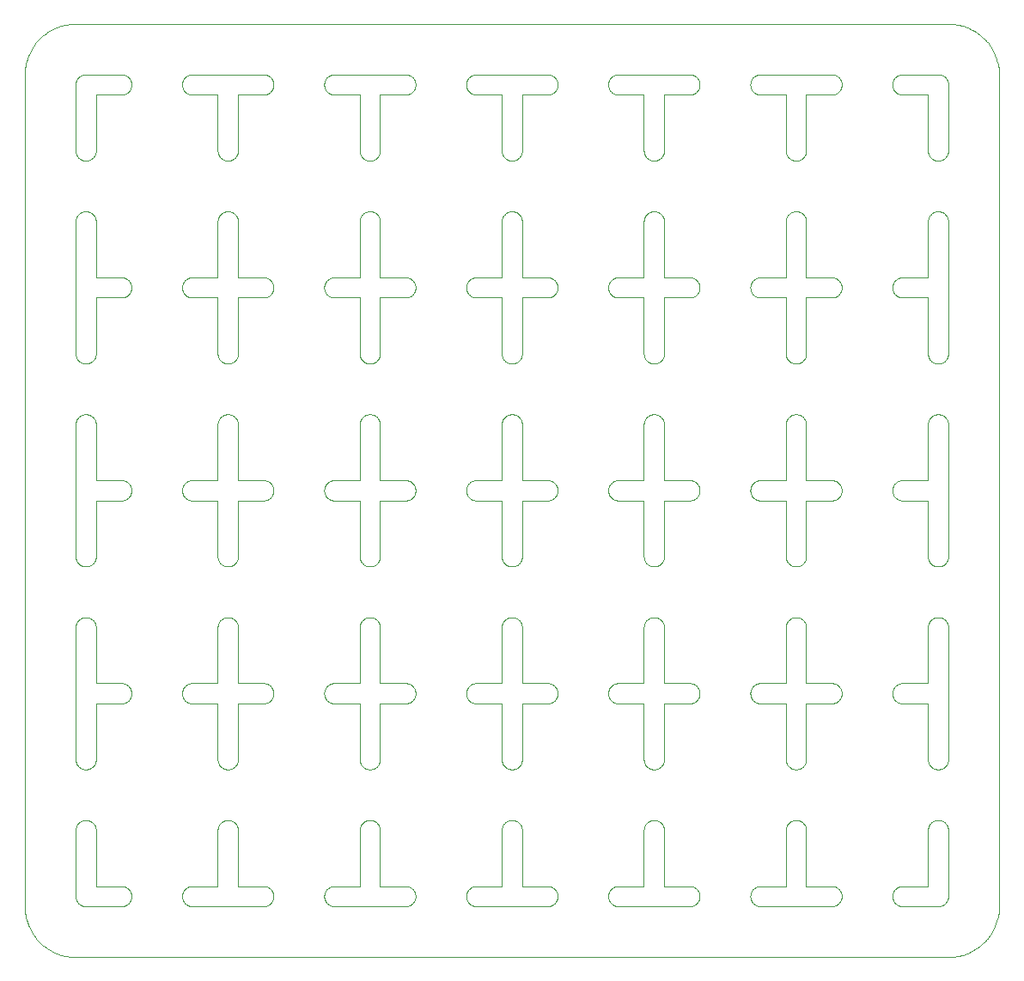
<source format=gm1>
G04 #@! TF.GenerationSoftware,KiCad,Pcbnew,(6.0.9)*
G04 #@! TF.CreationDate,2022-12-08T09:34:55+09:00*
G04 #@! TF.ProjectId,EndPCRailBoard-PNLZ,456e6450-4352-4616-996c-426f6172642d,rev?*
G04 #@! TF.SameCoordinates,PX3938700PY1c9c380*
G04 #@! TF.FileFunction,Profile,NP*
%FSLAX46Y46*%
G04 Gerber Fmt 4.6, Leading zero omitted, Abs format (unit mm)*
G04 Created by KiCad (PCBNEW (6.0.9)) date 2022-12-08 09:34:55*
%MOMM*%
%LPD*%
G01*
G04 APERTURE LIST*
G04 #@! TA.AperFunction,Profile*
%ADD10C,0.100000*%
G04 #@! TD*
G04 APERTURE END LIST*
D10*
X75439987Y-38666847D02*
X75481039Y-38640851D01*
X57724721Y-45361952D02*
X57756460Y-45325158D01*
X49000000Y-47012272D02*
X49000000Y-52509877D01*
X63009318Y-67000081D02*
X63008830Y-67000129D01*
X46999942Y-27009809D02*
X46999918Y-27009318D01*
X21009318Y-84999918D02*
X21009809Y-84999942D01*
X75400259Y-13305173D02*
X75361952Y-13275278D01*
X61075362Y-39111144D02*
X61095053Y-39066721D01*
X32987727Y-65000000D02*
X32987972Y-64999996D01*
X66457368Y-45702619D02*
X66470328Y-45749450D01*
X63007863Y-84999702D02*
X63008344Y-84999798D01*
X60992612Y-47000416D02*
X60992136Y-47000297D01*
X18994441Y-7001122D02*
X18993997Y-7000912D01*
X35012027Y-7000003D02*
X35009809Y-7000057D01*
X34518960Y-53359148D02*
X34476681Y-53383099D01*
X46999942Y-64990190D02*
X46999996Y-64987972D01*
X90155262Y-18510718D02*
X90203138Y-18519025D01*
X52060012Y-25166847D02*
X52099740Y-25194826D01*
X38489281Y-25844737D02*
X38495229Y-25892963D01*
X80489281Y-45844737D02*
X80495229Y-45892963D01*
X71825158Y-5256460D02*
X71861952Y-5224721D01*
X75010718Y-19344737D02*
X75019025Y-19296861D01*
X49000081Y-7009318D02*
X49000057Y-7009809D01*
X34883099Y-79023318D02*
X34904946Y-79066721D01*
X33656480Y-38557874D02*
X33702619Y-38542631D01*
X7003159Y-84997188D02*
X7003522Y-84997517D01*
X10210033Y-66710033D02*
X10174841Y-66743539D01*
X77001353Y-47005125D02*
X77001122Y-47005558D01*
X61892963Y-18504770D02*
X61941423Y-18501195D01*
X74996097Y-47002170D02*
X74995703Y-47001878D01*
X80243539Y-45325158D02*
X80275278Y-45361952D01*
X47029671Y-19249450D02*
X47042631Y-19202619D01*
X76009877Y-38500000D02*
X76058576Y-38501195D01*
X43557874Y-6343519D02*
X43542631Y-6297380D01*
X75796861Y-33480974D02*
X75749450Y-33470328D01*
X61400259Y-13305173D02*
X61361952Y-13275278D01*
X15595053Y-26433278D02*
X15575362Y-26388855D01*
X88992612Y-44999583D02*
X88993082Y-44999440D01*
X24442125Y-25656480D02*
X24457368Y-25702619D01*
X71595053Y-5566721D02*
X71616900Y-5523318D01*
X33749450Y-73470328D02*
X33702619Y-73457368D01*
X52099740Y-45194826D02*
X52138047Y-45224721D01*
X33194826Y-13099740D02*
X33166847Y-13060012D01*
X63002170Y-7003902D02*
X63001878Y-7004296D01*
X74992612Y-24999583D02*
X74993082Y-24999440D01*
X30202619Y-26957368D02*
X30156480Y-26942125D01*
X32994874Y-47001353D02*
X32994441Y-47001122D01*
X71529671Y-6250549D02*
X71519025Y-6203138D01*
X48476681Y-78616900D02*
X48518960Y-78640851D01*
X19000000Y-84987727D02*
X19000000Y-79490122D01*
X32997188Y-67003159D02*
X32996840Y-67002811D01*
X30023318Y-45116900D02*
X30066721Y-45095053D01*
X23976681Y-46883099D02*
X23933278Y-46904946D01*
X9750549Y-45029671D02*
X9797380Y-45042631D01*
X32993082Y-64999440D02*
X32993544Y-64999275D01*
X30344737Y-85010718D02*
X30392963Y-85004770D01*
X51976681Y-66883099D02*
X51933278Y-66904946D01*
X18992612Y-47000416D02*
X18992136Y-47000297D01*
X74998394Y-84995295D02*
X74998646Y-84994874D01*
X52138047Y-26775278D02*
X52099740Y-26805173D01*
X48995229Y-52607036D02*
X48989281Y-52655262D01*
X7000057Y-24990190D02*
X7000081Y-24990681D01*
X62980974Y-52703138D02*
X62970328Y-52750549D01*
X10099740Y-5194826D02*
X10138047Y-5224721D01*
X58392963Y-66995229D02*
X58344737Y-66989281D01*
X95903675Y-4024848D02*
X95903580Y-4024367D01*
X60991169Y-47000129D02*
X60990681Y-47000081D01*
X20107036Y-73495229D02*
X20058576Y-73498804D01*
X43640851Y-85481039D02*
X43666847Y-85439987D01*
X75656480Y-33442125D02*
X75611144Y-33424637D01*
X37607036Y-26995229D02*
X37558576Y-26998804D01*
X75019025Y-39296861D02*
X75029671Y-39249450D01*
X35000000Y-79490122D02*
X35000000Y-84987727D01*
X18993997Y-67000912D02*
X18993544Y-67000724D01*
X90995229Y-79392963D02*
X90998804Y-79441423D01*
X57501195Y-46058576D02*
X57500000Y-46009877D01*
X48297380Y-53457368D02*
X48250549Y-53470328D01*
X76942125Y-19156480D02*
X76957368Y-19202619D01*
X75656480Y-18557874D02*
X75702619Y-18542631D01*
X60992136Y-47000297D02*
X60991655Y-47000201D01*
X49000912Y-67006002D02*
X49000724Y-67006455D01*
X75361952Y-18724721D02*
X75400259Y-18694826D01*
X46995295Y-67001605D02*
X46994874Y-67001353D01*
X5194826Y-13099740D02*
X5166847Y-13060012D01*
X46999942Y-67009809D02*
X46999918Y-67009318D01*
X18990681Y-7000081D02*
X18990190Y-7000057D01*
X75166847Y-53060012D02*
X75140851Y-53018960D01*
X376467Y-3098137D02*
X219432Y-3537021D01*
X5749450Y-53470328D02*
X5702619Y-53457368D01*
X9750549Y-85029671D02*
X9797380Y-85042631D01*
X596702Y-2632489D02*
X596579Y-2632701D01*
X66210033Y-86710033D02*
X66174841Y-86743539D01*
X33400259Y-78694826D02*
X33439987Y-78666847D01*
X15529671Y-66250549D02*
X15519025Y-66203138D01*
X19166847Y-33060012D02*
X19140851Y-33018960D01*
X46994874Y-7001353D02*
X46994441Y-7001122D01*
X75057874Y-52843519D02*
X75042631Y-52797380D01*
X35000129Y-67008830D02*
X35000081Y-67009318D01*
X49003159Y-67002811D02*
X49002811Y-67003159D01*
X90250549Y-73470328D02*
X90203138Y-73480974D01*
X60999087Y-47006002D02*
X60998877Y-47005558D01*
X75702619Y-13457368D02*
X75656480Y-13442125D01*
X72202619Y-86957368D02*
X72156480Y-86942125D01*
X29939987Y-46833152D02*
X29900259Y-46805173D01*
X95901001Y-87987117D02*
X95903580Y-87975632D01*
X33042631Y-12797380D02*
X33029671Y-12750549D01*
X71756460Y-6674841D02*
X71724721Y-6638047D01*
X91975632Y-91903580D02*
X91987117Y-91901001D01*
X90805173Y-73099740D02*
X90775278Y-73138047D01*
X74991169Y-27000129D02*
X74990681Y-27000081D01*
X47001195Y-72558576D02*
X47000000Y-72509877D01*
X20674841Y-13243539D02*
X20638047Y-13275278D01*
X48883099Y-19023318D02*
X48904946Y-19066721D01*
X19029671Y-39249450D02*
X19042631Y-39202619D01*
X5095053Y-19066721D02*
X5116900Y-19023318D01*
X89095053Y-32933278D02*
X89075362Y-32888855D01*
X3086926Y-91619210D02*
X3097907Y-91623446D01*
X30111144Y-26924637D02*
X30066721Y-26904946D01*
X71529671Y-85749450D02*
X71542631Y-85702619D01*
X77003159Y-44997188D02*
X77003522Y-44997517D01*
X76743539Y-13174841D02*
X76710033Y-13210033D01*
X35000724Y-84993544D02*
X35000912Y-84993997D01*
X77006455Y-84999275D02*
X77006917Y-84999440D01*
X76805173Y-78900259D02*
X76833152Y-78939987D01*
X57666847Y-6560012D02*
X57640851Y-6518960D01*
X89029671Y-12750549D02*
X89019025Y-12703138D01*
X63000416Y-47007387D02*
X63000297Y-47007863D01*
X57542631Y-46297380D02*
X57529671Y-46250549D01*
X88998121Y-64995703D02*
X88998394Y-64995295D01*
X43640851Y-45481039D02*
X43666847Y-45439987D01*
X6518960Y-78640851D02*
X6560012Y-78666847D01*
X77004704Y-7001605D02*
X77004296Y-7001878D01*
X95903675Y-87975151D02*
X95905688Y-87963554D01*
X71640851Y-45481039D02*
X71666847Y-45439987D01*
X38018960Y-25140851D02*
X38060012Y-25166847D01*
X60994874Y-44998646D02*
X60995295Y-44998394D01*
X71542631Y-6297380D02*
X71529671Y-6250549D01*
X29500000Y-25990122D02*
X29501195Y-25941423D01*
X44249450Y-6970328D02*
X44202619Y-6957368D01*
X76942125Y-59156480D02*
X76957368Y-59202619D01*
X33361952Y-78724721D02*
X33400259Y-78694826D01*
X6107036Y-78504770D02*
X6155262Y-78510718D01*
X35006455Y-27000724D02*
X35006002Y-27000912D01*
X89523318Y-13383099D02*
X89481039Y-13359148D01*
X77001122Y-7005558D02*
X77000912Y-7006002D01*
X10500000Y-65990122D02*
X10500000Y-66009877D01*
X75042631Y-32797380D02*
X75029671Y-32750549D01*
X5057874Y-19156480D02*
X5075362Y-19111144D01*
X72023318Y-25116900D02*
X72066721Y-25095053D01*
X63004704Y-44998394D02*
X63005125Y-44998646D01*
X34388855Y-78575362D02*
X34433278Y-78595053D01*
X21004296Y-64998121D02*
X21004704Y-64998394D01*
X60999798Y-47008344D02*
X60999702Y-47007863D01*
X35000559Y-24993082D02*
X35000724Y-24993544D01*
X33796861Y-78519025D02*
X33844737Y-78510718D01*
X62998804Y-59441423D02*
X63000000Y-59490122D01*
X19656480Y-73442125D02*
X19611144Y-73424637D01*
X75361952Y-13275278D02*
X75325158Y-13243539D01*
X21004704Y-64998394D02*
X21005125Y-64998646D01*
X60990681Y-7000081D02*
X60990190Y-7000057D01*
X88990681Y-84999918D02*
X88991169Y-84999870D01*
X88998877Y-64994441D02*
X88999087Y-64993997D01*
X61289966Y-33210033D02*
X61256460Y-33174841D01*
X6009877Y-13500000D02*
X5990122Y-13500000D01*
X32998121Y-67004296D02*
X32997829Y-67003902D01*
X46996477Y-24997517D02*
X46996840Y-24997188D01*
X37797380Y-65042631D02*
X37843519Y-65057874D01*
X46994441Y-84998877D02*
X46994874Y-84998646D01*
X48710033Y-78789966D02*
X48743539Y-78825158D01*
X48250549Y-13470328D02*
X48203138Y-13480974D01*
X47140851Y-53018960D02*
X47116900Y-52976681D01*
X77000000Y-7012272D02*
X77000000Y-12509877D01*
X44111144Y-86924637D02*
X44066721Y-86904946D01*
X76433278Y-73404946D02*
X76388855Y-73424637D01*
X88995703Y-64998121D02*
X88996097Y-64997829D01*
X88999583Y-44992612D02*
X88999702Y-44992136D01*
X95156958Y-89777886D02*
X95157231Y-89777478D01*
X35000081Y-64990681D02*
X35000129Y-64991169D01*
X72156480Y-46942125D02*
X72111144Y-46924637D01*
X20805173Y-73099740D02*
X20775278Y-73138047D01*
X76775278Y-33138047D02*
X76743539Y-33174841D01*
X75400259Y-78694826D02*
X75439987Y-78666847D01*
X90433278Y-13404946D02*
X90388855Y-13424637D01*
X46992136Y-27000297D02*
X46991655Y-27000201D01*
X58344737Y-6989281D02*
X58296861Y-6980974D01*
X43861952Y-26775278D02*
X43825158Y-26743539D01*
X44392963Y-26995229D02*
X44344737Y-26989281D01*
X60999702Y-64992136D02*
X60999798Y-64991655D01*
X63008344Y-67000201D02*
X63007863Y-67000297D01*
X61656480Y-78557874D02*
X61702619Y-78542631D01*
X66457368Y-46297380D02*
X66442125Y-46343519D01*
X10060012Y-65166847D02*
X10099740Y-65194826D01*
X46999583Y-84992612D02*
X46999702Y-84992136D01*
X47439987Y-73333152D02*
X47400259Y-73305173D01*
X74993082Y-44999440D02*
X74993544Y-44999275D01*
X72249450Y-86970328D02*
X72202619Y-86957368D01*
X74998121Y-67004296D02*
X74997829Y-67003902D01*
X32997829Y-27003902D02*
X32997517Y-27003522D01*
X77000559Y-84993082D02*
X77000724Y-84993544D01*
X77000201Y-67008344D02*
X77000129Y-67008830D01*
X24138047Y-66775278D02*
X24099740Y-66805173D01*
X47000000Y-64987727D02*
X47000000Y-59490122D01*
X90924637Y-72888855D02*
X90904946Y-72933278D01*
X10489281Y-85844737D02*
X10495229Y-85892963D01*
X32996477Y-84997517D02*
X32996840Y-84997188D01*
X10404946Y-25566721D02*
X10424637Y-25611144D01*
X46991169Y-7000129D02*
X46990681Y-7000081D01*
X29666847Y-5439987D02*
X29694826Y-5400259D01*
X38275278Y-6638047D02*
X38243539Y-6674841D01*
X10470328Y-25749450D02*
X10480974Y-25796861D01*
X33844737Y-38510718D02*
X33892963Y-38504770D01*
X57510718Y-85844737D02*
X57519025Y-85796861D01*
X94526440Y-1456224D02*
X94181059Y-1143189D01*
X77007387Y-24999583D02*
X77007863Y-24999702D01*
X46993997Y-47000912D02*
X46993544Y-47000724D01*
X5892963Y-13495229D02*
X5844737Y-13489281D01*
X47656480Y-78557874D02*
X47702619Y-78542631D01*
X80457368Y-65702619D02*
X80470328Y-65749450D01*
X77009318Y-44999918D02*
X77009809Y-44999942D01*
X21005125Y-84998646D02*
X21005558Y-84998877D01*
X52210033Y-6710033D02*
X52174841Y-6743539D01*
X18992612Y-64999583D02*
X18993082Y-64999440D01*
X5400259Y-53305173D02*
X5361952Y-53275278D01*
X58066721Y-5095053D02*
X58111144Y-5075362D01*
X89702619Y-53457368D02*
X89656480Y-53442125D01*
X35001122Y-44994441D02*
X35001353Y-44994874D01*
X61224721Y-38861952D02*
X61256460Y-38825158D01*
X21006002Y-47000912D02*
X21005558Y-47001122D01*
X46990190Y-24999942D02*
X46990681Y-24999918D01*
X74998877Y-7005558D02*
X74998646Y-7005125D01*
X5256460Y-73174841D02*
X5224721Y-73138047D01*
X66383099Y-26476681D02*
X66359148Y-26518960D01*
X71789966Y-5289966D02*
X71825158Y-5256460D01*
X43825158Y-45256460D02*
X43861952Y-45224721D01*
X23976681Y-5116900D02*
X24018960Y-5140851D01*
X61481039Y-53359148D02*
X61439987Y-53333152D01*
X38305173Y-85400259D02*
X38333152Y-85439987D01*
X90970328Y-12750549D02*
X90957368Y-12797380D01*
X44202619Y-45042631D02*
X44249450Y-45029671D01*
X52489281Y-45844737D02*
X52495229Y-45892963D01*
X29557874Y-86343519D02*
X29542631Y-86297380D01*
X18999275Y-27006455D02*
X18999087Y-27006002D01*
X79655262Y-5010718D02*
X79703138Y-5019025D01*
X76743539Y-18825158D02*
X76775278Y-18861952D01*
X46999942Y-24990190D02*
X46999996Y-24987972D01*
X34203138Y-13480974D02*
X34155262Y-13489281D01*
X62924637Y-19111144D02*
X62942125Y-19156480D01*
X46998646Y-64994874D02*
X46998877Y-64994441D01*
X38138047Y-66775278D02*
X38099740Y-66805173D01*
X62638047Y-13275278D02*
X62599740Y-13305173D01*
X60991169Y-24999870D02*
X60991655Y-24999798D01*
X74999275Y-47006455D02*
X74999087Y-47006002D01*
X35002811Y-67003159D02*
X35002482Y-67003522D01*
X60999087Y-84993997D02*
X60999275Y-84993544D01*
X85504770Y-6107036D02*
X85501195Y-6058576D01*
X90805173Y-53099740D02*
X90775278Y-53138047D01*
X49012027Y-47000003D02*
X49009809Y-47000057D01*
X77000057Y-24990190D02*
X77000081Y-24990681D01*
X19566721Y-13404946D02*
X19523318Y-13383099D01*
X15616900Y-65523318D02*
X15640851Y-65481039D01*
X43666847Y-85439987D02*
X43694826Y-85400259D01*
X5941423Y-78501195D02*
X5990122Y-78500000D01*
X90107036Y-73495229D02*
X90058576Y-73498804D01*
X15789966Y-86710033D02*
X15756460Y-86674841D01*
X80138047Y-26775278D02*
X80099740Y-26805173D01*
X63012272Y-47000000D02*
X63012027Y-47000003D01*
X88993544Y-7000724D02*
X88993082Y-7000559D01*
X32997188Y-24996840D02*
X32997517Y-24996477D01*
X30156480Y-66942125D02*
X30111144Y-66924637D01*
X62883099Y-12976681D02*
X62859148Y-13018960D01*
X60993997Y-24999087D02*
X60994441Y-24998877D01*
X88999996Y-7012027D02*
X88999942Y-7009809D01*
X32994874Y-64998646D02*
X32995295Y-64998394D01*
X19361952Y-78724721D02*
X19400259Y-78694826D01*
X89116900Y-19023318D02*
X89140851Y-18981039D01*
X21005125Y-64998646D02*
X21005558Y-64998877D01*
X5256460Y-78825158D02*
X5289966Y-78789966D01*
X48833152Y-73060012D02*
X48805173Y-73099740D01*
X46998646Y-84994874D02*
X46998877Y-84994441D01*
X24305173Y-6599740D02*
X24275278Y-6638047D01*
X20957368Y-52797380D02*
X20942125Y-52843519D01*
X24470328Y-5749450D02*
X24480974Y-5796861D01*
X62989281Y-39344737D02*
X62995229Y-39392963D01*
X5796861Y-53480974D02*
X5749450Y-53470328D01*
X33140851Y-53018960D02*
X33116900Y-52976681D01*
X33166847Y-13060012D02*
X33140851Y-13018960D01*
X86490122Y-85000000D02*
X88987727Y-85000000D01*
X24359148Y-5481039D02*
X24383099Y-5523318D01*
X24470328Y-85749450D02*
X24480974Y-85796861D01*
X20924637Y-52888855D02*
X20904946Y-52933278D01*
X6989281Y-12655262D02*
X6980974Y-12703138D01*
X63000297Y-24992136D02*
X63000416Y-24992612D01*
X60987727Y-7000000D02*
X58490122Y-7000000D01*
X86490122Y-25000000D02*
X88987727Y-25000000D01*
X10060012Y-66833152D02*
X10018960Y-66859148D01*
X62859148Y-73018960D02*
X62833152Y-73060012D01*
X32987727Y-45000000D02*
X32987972Y-44999996D01*
X19749450Y-53470328D02*
X19702619Y-53457368D01*
X29900259Y-5194826D02*
X29939987Y-5166847D01*
X21008830Y-47000129D02*
X21008344Y-47000201D01*
X15861952Y-5224721D02*
X15900259Y-5194826D01*
X91000000Y-79490122D02*
X91000000Y-86009877D01*
X85504770Y-26107036D02*
X85501195Y-26058576D01*
X62989281Y-59344737D02*
X62995229Y-59392963D01*
X6638047Y-58724721D02*
X6674841Y-58756460D01*
X19029671Y-72750549D02*
X19019025Y-72703138D01*
X5400259Y-5194826D02*
X5439987Y-5166847D01*
X85557874Y-86343519D02*
X85542631Y-86297380D01*
X80138047Y-6775278D02*
X80099740Y-6805173D01*
X7002811Y-7003159D02*
X7002482Y-7003522D01*
X10457368Y-65702619D02*
X10470328Y-65749450D01*
X71981039Y-86859148D02*
X71939987Y-86833152D01*
X10305173Y-6599740D02*
X10275278Y-6638047D01*
X21002170Y-24996097D02*
X21002482Y-24996477D01*
X72111144Y-25075362D02*
X72156480Y-25057874D01*
X16156480Y-86942125D02*
X16111144Y-86924637D01*
X38060012Y-5166847D02*
X38099740Y-5194826D01*
X94311Y-4036445D02*
X94272Y-4036688D01*
X16202619Y-26957368D02*
X16156480Y-26942125D01*
X79655262Y-25010718D02*
X79703138Y-25019025D01*
X34674841Y-53243539D02*
X34638047Y-53275278D01*
X7000129Y-84991169D02*
X7000201Y-84991655D01*
X49000559Y-84993082D02*
X49000724Y-84993544D01*
X32999087Y-7006002D02*
X32998877Y-7005558D01*
X19400259Y-33305173D02*
X19361952Y-33275278D01*
X38500000Y-26009877D02*
X38498804Y-26058576D01*
X52018960Y-66859148D02*
X51976681Y-66883099D01*
X75000000Y-47012272D02*
X74999996Y-47012027D01*
X57501195Y-6058576D02*
X57500000Y-6009877D01*
X6775278Y-18861952D02*
X6805173Y-18900259D01*
X48599740Y-33305173D02*
X48560012Y-33333152D01*
X43501195Y-85941423D02*
X43504770Y-85892963D01*
X48638047Y-53275278D02*
X48599740Y-53305173D01*
X49000003Y-7012027D02*
X49000000Y-7012272D01*
X71616900Y-85523318D02*
X71640851Y-85481039D01*
X21006002Y-44999087D02*
X21006455Y-44999275D01*
X32991169Y-24999870D02*
X32991655Y-24999798D01*
X20009877Y-58500000D02*
X20058576Y-58501195D01*
X57861952Y-86775278D02*
X57825158Y-86743539D01*
X63000000Y-24987727D02*
X63000003Y-24987972D01*
X89075362Y-39111144D02*
X89095053Y-39066721D01*
X52210033Y-5289966D02*
X52243539Y-5325158D01*
X47075362Y-52888855D02*
X47057874Y-52843519D01*
X95999397Y-4987742D02*
X95976525Y-4522171D01*
X57510718Y-66155262D02*
X57504770Y-66107036D01*
X61000000Y-64987727D02*
X61000000Y-59490122D01*
X9750549Y-66970328D02*
X9703138Y-66980974D01*
X60999870Y-47008830D02*
X60999798Y-47008344D01*
X6743539Y-38825158D02*
X6775278Y-38861952D01*
X49000057Y-84990190D02*
X49000081Y-84990681D01*
X18992612Y-27000416D02*
X18992136Y-27000297D01*
X48924637Y-59111144D02*
X48942125Y-59156480D01*
X74996840Y-24997188D02*
X74997188Y-24996840D01*
X46996840Y-27002811D02*
X46996477Y-27002482D01*
X43756460Y-5325158D02*
X43789966Y-5289966D01*
X33325158Y-38756460D02*
X33361952Y-38724721D01*
X15666847Y-5439987D02*
X15694826Y-5400259D01*
X85825158Y-85256460D02*
X85861952Y-85224721D01*
X19000000Y-24987727D02*
X19000000Y-19490122D01*
X61656480Y-38557874D02*
X61702619Y-38542631D01*
X61029671Y-39249450D02*
X61042631Y-39202619D01*
X19439987Y-73333152D02*
X19400259Y-73305173D01*
X89892963Y-58504770D02*
X89941423Y-58501195D01*
X23933278Y-45095053D02*
X23976681Y-45116900D01*
X88993997Y-67000912D02*
X88993544Y-67000724D01*
X80305173Y-25400259D02*
X80333152Y-25439987D01*
X24480974Y-5796861D02*
X24489281Y-5844737D01*
X32992136Y-24999702D02*
X32992612Y-24999583D01*
X77001878Y-27004296D02*
X77001605Y-27004704D01*
X57501195Y-65941423D02*
X57504770Y-65892963D01*
X19611144Y-13424637D02*
X19566721Y-13404946D01*
X75075362Y-79111144D02*
X75095053Y-79066721D01*
X65976681Y-86883099D02*
X65933278Y-86904946D01*
X63000559Y-24993082D02*
X63000724Y-24993544D01*
X71510718Y-6155262D02*
X71504770Y-6107036D01*
X47224721Y-13138047D02*
X47194826Y-13099740D01*
X61140851Y-73018960D02*
X61116900Y-72976681D01*
X29724721Y-86638047D02*
X29694826Y-86599740D01*
X74995295Y-27001605D02*
X74994874Y-27001353D01*
X6942125Y-52843519D02*
X6924637Y-52888855D01*
X37797380Y-25042631D02*
X37843519Y-25057874D01*
X5256460Y-13174841D02*
X5224721Y-13138047D01*
X63003902Y-27002170D02*
X63003522Y-27002482D01*
X88996840Y-84997188D02*
X88997188Y-84996840D01*
X32998394Y-7004704D02*
X32998121Y-7004296D01*
X34833152Y-73060012D02*
X34805173Y-73099740D01*
X9797380Y-6957368D02*
X9750549Y-6970328D01*
X24489281Y-86155262D02*
X24480974Y-86203138D01*
X20805173Y-13099740D02*
X20775278Y-13138047D01*
X61004770Y-79392963D02*
X61010718Y-79344737D01*
X71575362Y-85611144D02*
X71595053Y-85566721D01*
X88999702Y-47007863D02*
X88999583Y-47007387D01*
X6009877Y-78500000D02*
X6058576Y-78501195D01*
X60992612Y-7000416D02*
X60992136Y-7000297D01*
X1135027Y-1828416D02*
X1127785Y-1837695D01*
X85529671Y-86250549D02*
X85519025Y-86203138D01*
X29825158Y-45256460D02*
X29861952Y-45224721D01*
X48250549Y-33470328D02*
X48203138Y-33480974D01*
X71616900Y-66476681D02*
X71595053Y-66433278D01*
X15694826Y-6599740D02*
X15666847Y-6560012D01*
X75749450Y-53470328D02*
X75702619Y-53457368D01*
X5057874Y-59156480D02*
X5075362Y-59111144D01*
X89325158Y-18756460D02*
X89361952Y-18724721D01*
X51655262Y-6989281D02*
X51607036Y-6995229D01*
X43519025Y-26203138D02*
X43510718Y-26155262D01*
X71557874Y-26343519D02*
X71542631Y-26297380D01*
X76009877Y-33500000D02*
X75990122Y-33500000D01*
X61844737Y-13489281D02*
X61796861Y-13480974D01*
X52243539Y-86674841D02*
X52210033Y-86710033D01*
X35001878Y-64995703D02*
X35002170Y-64996097D01*
X72023318Y-65116900D02*
X72066721Y-65095053D01*
X24404946Y-25566721D02*
X24424637Y-25611144D01*
X74987727Y-7000000D02*
X72490122Y-7000000D01*
X62859148Y-33018960D02*
X62833152Y-33060012D01*
X49001353Y-67005125D02*
X49001122Y-67005558D01*
X90674841Y-5256460D02*
X90710033Y-5289966D01*
X51509877Y-87000000D02*
X44490122Y-87000000D01*
X77009809Y-7000057D02*
X77009318Y-7000081D01*
X46993544Y-84999275D02*
X46993997Y-84999087D01*
X21000724Y-67006455D02*
X21000559Y-67006917D01*
X48970328Y-59249450D02*
X48980974Y-59296861D01*
X5095053Y-12933278D02*
X5075362Y-12888855D01*
X85640851Y-85481039D02*
X85666847Y-85439987D01*
X60993544Y-67000724D02*
X60993082Y-67000559D01*
X79933278Y-66904946D02*
X79888855Y-66924637D01*
X66243539Y-86674841D02*
X66210033Y-86710033D01*
X33400259Y-73305173D02*
X33361952Y-73275278D01*
X32998877Y-47005558D02*
X32998646Y-47005125D01*
X61029671Y-59249450D02*
X61042631Y-59202619D01*
X66457368Y-85702619D02*
X66470328Y-85749450D01*
X29666847Y-6560012D02*
X29640851Y-6518960D01*
X32999275Y-67006455D02*
X32999087Y-67006002D01*
X29575362Y-85611144D02*
X29595053Y-85566721D01*
X58296861Y-26980974D02*
X58249450Y-26970328D01*
X48998804Y-79441423D02*
X49000000Y-79490122D01*
X57694826Y-85400259D02*
X57724721Y-85361952D01*
X19439987Y-13333152D02*
X19400259Y-13305173D01*
X48599740Y-13305173D02*
X48560012Y-13333152D01*
X10174841Y-85256460D02*
X10210033Y-85289966D01*
X65655262Y-65010718D02*
X65703138Y-65019025D01*
X60990190Y-44999942D02*
X60990681Y-44999918D01*
X19057874Y-32843519D02*
X19042631Y-32797380D01*
X58156480Y-26942125D02*
X58111144Y-26924637D01*
X5166847Y-38939987D02*
X5194826Y-38900259D01*
X7000000Y-79490122D02*
X7000000Y-84987727D01*
X44066721Y-6904946D02*
X44023318Y-6883099D01*
X77000129Y-7008830D02*
X77000081Y-7009318D01*
X63001353Y-7005125D02*
X63001122Y-7005558D01*
X77007863Y-64999702D02*
X77008344Y-64999798D01*
X32994874Y-24998646D02*
X32995295Y-24998394D01*
X75010718Y-72655262D02*
X75004770Y-72607036D01*
X19019025Y-59296861D02*
X19029671Y-59249450D01*
X60999275Y-84993544D02*
X60999440Y-84993082D01*
X85939987Y-66833152D02*
X85900259Y-66805173D01*
X33010718Y-59344737D02*
X33019025Y-59296861D01*
X32998646Y-27005125D02*
X32998394Y-27004704D01*
X29825158Y-65256460D02*
X29861952Y-65224721D01*
X9843519Y-5057874D02*
X9888855Y-5075362D01*
X88987727Y-7000000D02*
X86490122Y-7000000D01*
X5523318Y-86883099D02*
X5481039Y-86859148D01*
X44441423Y-85001195D02*
X44490122Y-85000000D01*
X47289966Y-78789966D02*
X47325158Y-78756460D01*
X61010718Y-19344737D02*
X61019025Y-19296861D01*
X63004296Y-24998121D02*
X63004704Y-24998394D01*
X62518960Y-38640851D02*
X62560012Y-38666847D01*
X66018960Y-46859148D02*
X65976681Y-46883099D01*
X57557874Y-86343519D02*
X57542631Y-86297380D01*
X52359148Y-46518960D02*
X52333152Y-46560012D01*
X44296861Y-65019025D02*
X44344737Y-65010718D01*
X35008344Y-44999798D02*
X35008830Y-44999870D01*
X24383099Y-46476681D02*
X24359148Y-46518960D01*
X30441423Y-25001195D02*
X30490122Y-25000000D01*
X34297380Y-58542631D02*
X34343519Y-58557874D01*
X49009809Y-67000057D02*
X49009318Y-67000081D01*
X49012272Y-45000000D02*
X51509877Y-45000000D01*
X15640851Y-65481039D02*
X15666847Y-65439987D01*
X71861952Y-66775278D02*
X71825158Y-66743539D01*
X33796861Y-73480974D02*
X33749450Y-73470328D01*
X34989281Y-32655262D02*
X34980974Y-32703138D01*
X90710033Y-58789966D02*
X90743539Y-58825158D01*
X47075362Y-59111144D02*
X47095053Y-59066721D01*
X24424637Y-46388855D02*
X24404946Y-46433278D01*
X76638047Y-33275278D02*
X76599740Y-33305173D01*
X33116900Y-32976681D02*
X33095053Y-32933278D01*
X60995703Y-7001878D02*
X60995295Y-7001605D01*
X20995229Y-19392963D02*
X20998804Y-19441423D01*
X47361952Y-33275278D02*
X47325158Y-33243539D01*
X61566721Y-73404946D02*
X61523318Y-73383099D01*
X34775278Y-73138047D02*
X34743539Y-73174841D01*
X24480974Y-66203138D02*
X24470328Y-66250549D01*
X19566721Y-18595053D02*
X19611144Y-18575362D01*
X63001353Y-67005125D02*
X63001122Y-67005558D01*
X98998Y-87987117D02*
X99055Y-87987356D01*
X5075362Y-5611144D02*
X5095053Y-5566721D01*
X6924637Y-79111144D02*
X6942125Y-79156480D01*
X48904946Y-32933278D02*
X48883099Y-32976681D01*
X37558576Y-65001195D02*
X37607036Y-65004770D01*
X43861952Y-45224721D02*
X43900259Y-45194826D01*
X5042631Y-19202619D02*
X5057874Y-19156480D01*
X16156480Y-25057874D02*
X16202619Y-25042631D01*
X24060012Y-85166847D02*
X24099740Y-85194826D01*
X52210033Y-26710033D02*
X52174841Y-26743539D01*
X37655262Y-25010718D02*
X37703138Y-25019025D01*
X44490122Y-25000000D02*
X46987727Y-25000000D01*
X49012272Y-25000000D02*
X51509877Y-25000000D01*
X38210033Y-66710033D02*
X38174841Y-66743539D01*
X9797380Y-25042631D02*
X9843519Y-25057874D01*
X49006455Y-24999275D02*
X49006917Y-24999440D01*
X61523318Y-73383099D02*
X61481039Y-73359148D01*
X72249450Y-25029671D02*
X72296861Y-25019025D01*
X38489281Y-85844737D02*
X38495229Y-85892963D01*
X65509877Y-5000000D02*
X65558576Y-5001195D01*
X5400259Y-18694826D02*
X5439987Y-18666847D01*
X86296861Y-65019025D02*
X86344737Y-65010718D01*
X65750549Y-46970328D02*
X65703138Y-46980974D01*
X19116900Y-79023318D02*
X19140851Y-78981039D01*
X48980974Y-12703138D02*
X48970328Y-12750549D01*
X72392963Y-26995229D02*
X72344737Y-26989281D01*
X34998804Y-79441423D02*
X35000000Y-79490122D01*
X61325158Y-13243539D02*
X61289966Y-13210033D01*
X57861952Y-85224721D02*
X57900259Y-85194826D01*
X46996840Y-67002811D02*
X46996477Y-67002482D01*
X79509877Y-47000000D02*
X77012272Y-47000000D01*
X77000912Y-27006002D02*
X77000724Y-27006455D01*
X85616900Y-85523318D02*
X85640851Y-85481039D01*
X71504770Y-46107036D02*
X71501195Y-46058576D01*
X88990190Y-47000057D02*
X88987972Y-47000003D01*
X48833152Y-18939987D02*
X48859148Y-18981039D01*
X49000297Y-64992136D02*
X49000416Y-64992612D01*
X33000000Y-64987727D02*
X33000000Y-59490122D01*
X90924637Y-59111144D02*
X90942125Y-59156480D01*
X29500000Y-85990122D02*
X29501195Y-85941423D01*
X89116900Y-12976681D02*
X89095053Y-12933278D01*
X35000081Y-27009318D02*
X35000057Y-27009809D01*
X74993997Y-47000912D02*
X74993544Y-47000724D01*
X33566721Y-18595053D02*
X33611144Y-18575362D01*
X46987972Y-44999996D02*
X46990190Y-44999942D01*
X15981039Y-86859148D02*
X15939987Y-86833152D01*
X49012027Y-24999996D02*
X49012272Y-25000000D01*
X19325158Y-58756460D02*
X19361952Y-58724721D01*
X52333152Y-66560012D02*
X52305173Y-66599740D01*
X30441423Y-45001195D02*
X30490122Y-45000000D01*
X90250549Y-13470328D02*
X90203138Y-13480974D01*
X60999996Y-47012027D02*
X60999942Y-47009809D01*
X71500000Y-45990122D02*
X71501195Y-45941423D01*
X21001605Y-7004704D02*
X21001353Y-7005125D01*
X60996477Y-84997517D02*
X60996840Y-84997188D01*
X21006002Y-64999087D02*
X21006455Y-64999275D01*
X75194826Y-33099740D02*
X75166847Y-33060012D01*
X65843519Y-5057874D02*
X65888855Y-5075362D01*
X71542631Y-5702619D02*
X71557874Y-5656480D01*
X57529671Y-85749450D02*
X57542631Y-85702619D01*
X90743539Y-73174841D02*
X90710033Y-73210033D01*
X57616900Y-25523318D02*
X57640851Y-25481039D01*
X76560012Y-13333152D02*
X76518960Y-13359148D01*
X71666847Y-26560012D02*
X71640851Y-26518960D01*
X88993082Y-64999440D02*
X88993544Y-64999275D01*
X79607036Y-65004770D02*
X79655262Y-65010718D01*
X21006917Y-84999440D02*
X21007387Y-84999583D01*
X60987727Y-27000000D02*
X58490122Y-27000000D01*
X65843519Y-66942125D02*
X65797380Y-66957368D01*
X57595053Y-45566721D02*
X57616900Y-45523318D01*
X63002170Y-27003902D02*
X63001878Y-27004296D01*
X19796861Y-58519025D02*
X19844737Y-58510718D01*
X57504770Y-85892963D02*
X57510718Y-85844737D01*
X75892963Y-18504770D02*
X75941423Y-18501195D01*
X46995703Y-64998121D02*
X46996097Y-64997829D01*
X2212490Y-91150181D02*
X2222113Y-91156958D01*
X77007863Y-27000297D02*
X77007387Y-27000416D01*
X47702619Y-38542631D02*
X47749450Y-38529671D01*
X49000000Y-32509877D02*
X48998804Y-32558576D01*
X21002482Y-44996477D02*
X21002811Y-44996840D01*
X21000724Y-84993544D02*
X21000912Y-84993997D01*
X15724721Y-5361952D02*
X15756460Y-5325158D01*
X43504770Y-6107036D02*
X43501195Y-6058576D01*
X89001195Y-59441423D02*
X89004770Y-59392963D01*
X35006455Y-7000724D02*
X35006002Y-7000912D01*
X33990122Y-13500000D02*
X33941423Y-13498804D01*
X33075362Y-12888855D02*
X33057874Y-12843519D01*
X10018960Y-25140851D02*
X10060012Y-25166847D01*
X24174841Y-5256460D02*
X24210033Y-5289966D01*
X49005558Y-7001122D02*
X49005125Y-7001353D01*
X20674841Y-33243539D02*
X20638047Y-33275278D01*
X77001353Y-44994874D02*
X77001605Y-44995295D01*
X47042631Y-12797380D02*
X47029671Y-12750549D01*
X91000000Y-12509877D02*
X90998804Y-12558576D01*
X29529671Y-86250549D02*
X29519025Y-86203138D01*
X95780647Y-3537253D02*
X95780567Y-3537021D01*
X24359148Y-25481039D02*
X24383099Y-25523318D01*
X20518960Y-78640851D02*
X20560012Y-78666847D01*
X21000297Y-24992136D02*
X21000416Y-24992612D01*
X61140851Y-53018960D02*
X61116900Y-52976681D01*
X9933278Y-45095053D02*
X9976681Y-45116900D01*
X76924637Y-32888855D02*
X76904946Y-32933278D01*
X21005558Y-7001122D02*
X21005125Y-7001353D01*
X34518960Y-73359148D02*
X34476681Y-73383099D01*
X24442125Y-46343519D02*
X24424637Y-46388855D01*
X10500000Y-45990122D02*
X10500000Y-46009877D01*
X74997829Y-7003902D02*
X74997517Y-7003522D01*
X6710033Y-33210033D02*
X6674841Y-33243539D01*
X71500000Y-46009877D02*
X71500000Y-45990122D01*
X46998646Y-7005125D02*
X46998394Y-7004704D01*
X1464507Y-1464854D02*
X1456391Y-1473379D01*
X86344737Y-65010718D02*
X86392963Y-65004770D01*
X15500000Y-5990122D02*
X15501195Y-5941423D01*
X6998804Y-19441423D02*
X7000000Y-19490122D01*
X89194826Y-18900259D02*
X89224721Y-18861952D01*
X29825158Y-86743539D02*
X29789966Y-86710033D01*
X6710033Y-73210033D02*
X6674841Y-73243539D01*
X24457368Y-86297380D02*
X24442125Y-86343519D01*
X19523318Y-58616900D02*
X19566721Y-58595053D01*
X86249450Y-46970328D02*
X86202619Y-46957368D01*
X16296861Y-46980974D02*
X16249450Y-46970328D01*
X60996840Y-64997188D02*
X60997188Y-64996840D01*
X79750549Y-66970328D02*
X79703138Y-66980974D01*
X63008830Y-24999870D02*
X63009318Y-24999918D01*
X75057874Y-59156480D02*
X75075362Y-59111144D01*
X52333152Y-6560012D02*
X52305173Y-6599740D01*
X10060012Y-86833152D02*
X10018960Y-86859148D01*
X88992136Y-44999702D02*
X88992612Y-44999583D01*
X49003522Y-67002482D02*
X49003159Y-67002811D01*
X46999942Y-44990190D02*
X46999996Y-44987972D01*
X43666847Y-66560012D02*
X43640851Y-66518960D01*
X88999870Y-84991169D02*
X88999918Y-84990681D01*
X85575362Y-65611144D02*
X85595053Y-65566721D01*
X66099740Y-46805173D02*
X66060012Y-46833152D01*
X32987972Y-44999996D02*
X32990190Y-44999942D01*
X6883099Y-32976681D02*
X6859148Y-33018960D01*
X90942125Y-32843519D02*
X90924637Y-32888855D01*
X33166847Y-58939987D02*
X33194826Y-58900259D01*
X21012272Y-27000000D02*
X21012027Y-27000003D01*
X1837890Y-1127637D02*
X1837695Y-1127785D01*
X24060012Y-66833152D02*
X24018960Y-66859148D01*
X3075488Y-385849D02*
X2654110Y-585146D01*
X21000559Y-24993082D02*
X21000724Y-24993544D01*
X24174841Y-85256460D02*
X24210033Y-85289966D01*
X77000416Y-47007387D02*
X77000297Y-47007863D01*
X5656480Y-33442125D02*
X5611144Y-33424637D01*
X49000081Y-47009318D02*
X49000057Y-47009809D01*
X71756460Y-46674841D02*
X71724721Y-46638047D01*
X19796861Y-33480974D02*
X19749450Y-33470328D01*
X57756460Y-5325158D02*
X57789966Y-5289966D01*
X33001195Y-59441423D02*
X33004770Y-59392963D01*
X35006455Y-84999275D02*
X35006917Y-84999440D01*
X9976681Y-66883099D02*
X9933278Y-66904946D01*
X10442125Y-65656480D02*
X10457368Y-65702619D01*
X85724721Y-65361952D02*
X85756460Y-65325158D01*
X76058576Y-53498804D02*
X76009877Y-53500000D01*
X20989281Y-39344737D02*
X20995229Y-39392963D01*
X38018960Y-86859148D02*
X37976681Y-86883099D01*
X6638047Y-53275278D02*
X6599740Y-53305173D01*
X71575362Y-65611144D02*
X71595053Y-65566721D01*
X85529671Y-85749450D02*
X85542631Y-85702619D01*
X38495229Y-5892963D02*
X38498804Y-5941423D01*
X62009877Y-38500000D02*
X62058576Y-38501195D01*
X76883099Y-12976681D02*
X76859148Y-13018960D01*
X49002170Y-27003902D02*
X49001878Y-27004296D01*
X71557874Y-25656480D02*
X71575362Y-25611144D01*
X75000000Y-84987727D02*
X75000000Y-79490122D01*
X6883099Y-79023318D02*
X6904946Y-79066721D01*
X15542631Y-26297380D02*
X15529671Y-26250549D01*
X49000129Y-24991169D02*
X49000201Y-24991655D01*
X30202619Y-85042631D02*
X30249450Y-85029671D01*
X38489281Y-5844737D02*
X38495229Y-5892963D01*
X47892963Y-78504770D02*
X47941423Y-78501195D01*
X33611144Y-18575362D02*
X33656480Y-18557874D01*
X77005125Y-67001353D02*
X77004704Y-67001605D01*
X21004296Y-84998121D02*
X21004704Y-84998394D01*
X34203138Y-53480974D02*
X34155262Y-53489281D01*
X90995229Y-32607036D02*
X90989281Y-32655262D01*
X18994874Y-47001353D02*
X18994441Y-47001122D01*
X85575362Y-45611144D02*
X85595053Y-45566721D01*
X33000000Y-27012272D02*
X32999996Y-27012027D01*
X85789966Y-5289966D02*
X85825158Y-5256460D01*
X95403297Y-89367510D02*
X95403420Y-89367298D01*
X24210033Y-25289966D02*
X24243539Y-25325158D01*
X90009877Y-5000000D02*
X90058576Y-5001195D01*
X20743539Y-38825158D02*
X20775278Y-38861952D01*
X16202619Y-6957368D02*
X16156480Y-6942125D01*
X4012882Y-91901001D02*
X4024367Y-91903580D01*
X29789966Y-5289966D02*
X29825158Y-5256460D01*
X9933278Y-65095053D02*
X9976681Y-65116900D01*
X80243539Y-66674841D02*
X80210033Y-66710033D01*
X29861952Y-6775278D02*
X29825158Y-6743539D01*
X57900259Y-46805173D02*
X57861952Y-46775278D01*
X44490122Y-65000000D02*
X46987727Y-65000000D01*
X71640851Y-26518960D02*
X71616900Y-26476681D01*
X66138047Y-65224721D02*
X66174841Y-65256460D01*
X60990681Y-67000081D02*
X60990190Y-67000057D01*
X4036688Y-94272D02*
X4036445Y-94311D01*
X62433278Y-33404946D02*
X62388855Y-33424637D01*
X34476681Y-78616900D02*
X34518960Y-78640851D01*
X62638047Y-33275278D02*
X62599740Y-33305173D01*
X63000000Y-44987727D02*
X63000003Y-44987972D01*
X58441423Y-5001195D02*
X58490122Y-5000000D01*
X62989281Y-19344737D02*
X62995229Y-19392963D01*
X15825158Y-26743539D02*
X15789966Y-26710033D01*
X47140851Y-78981039D02*
X47166847Y-78939987D01*
X5481039Y-73359148D02*
X5439987Y-73333152D01*
X38498804Y-5941423D02*
X38500000Y-5990122D01*
X63000000Y-52509877D02*
X62998804Y-52558576D01*
X63004704Y-27001605D02*
X63004296Y-27001878D01*
X33019025Y-79296861D02*
X33029671Y-79249450D01*
X33656480Y-73442125D02*
X33611144Y-73424637D01*
X60995703Y-84998121D02*
X60996097Y-84997829D01*
X32996097Y-7002170D02*
X32995703Y-7001878D01*
X80489281Y-86155262D02*
X80480974Y-86203138D01*
X33844737Y-33489281D02*
X33796861Y-33480974D01*
X35000724Y-47006455D02*
X35000559Y-47006917D01*
X20476681Y-38616900D02*
X20518960Y-38640851D01*
X76638047Y-73275278D02*
X76599740Y-73305173D01*
X3097907Y-376553D02*
X3086926Y-380789D01*
X52359148Y-5481039D02*
X52383099Y-5523318D01*
X77006455Y-7000724D02*
X77006002Y-7000912D01*
X19796861Y-13480974D02*
X19749450Y-13470328D01*
X88987727Y-27000000D02*
X86490122Y-27000000D01*
X15640851Y-66518960D02*
X15616900Y-66476681D01*
X85756460Y-6674841D02*
X85724721Y-6638047D01*
X71519025Y-85796861D02*
X71529671Y-85749450D01*
X5566721Y-5095053D02*
X5611144Y-5075362D01*
X9655262Y-6989281D02*
X9607036Y-6995229D01*
X51558576Y-5001195D02*
X51607036Y-5004770D01*
X21005125Y-67001353D02*
X21004704Y-67001605D01*
X80359148Y-6518960D02*
X80333152Y-6560012D01*
X76998804Y-59441423D02*
X77000000Y-59490122D01*
X77006002Y-27000912D02*
X77005558Y-27001122D01*
X49005125Y-67001353D02*
X49004704Y-67001605D01*
X34970328Y-32750549D02*
X34957368Y-32797380D01*
X3537021Y-91780567D02*
X3537253Y-91780647D01*
X88999942Y-47009809D02*
X88999918Y-47009318D01*
X74999996Y-47012027D02*
X74999942Y-47009809D01*
X58441423Y-45001195D02*
X58490122Y-45000000D01*
X60996097Y-84997829D02*
X60996477Y-84997517D01*
X90743539Y-86674841D02*
X90710033Y-86710033D01*
X61844737Y-73489281D02*
X61796861Y-73480974D01*
X34518960Y-38640851D02*
X34560012Y-38666847D01*
X85666847Y-66560012D02*
X85640851Y-66518960D01*
X77002811Y-44996840D02*
X77003159Y-44997188D01*
X85557874Y-25656480D02*
X85575362Y-25611144D01*
X62859148Y-58981039D02*
X62883099Y-59023318D01*
X66359148Y-45481039D02*
X66383099Y-45523318D01*
X66498804Y-65941423D02*
X66500000Y-65990122D01*
X77008344Y-27000201D02*
X77007863Y-27000297D01*
X79933278Y-46904946D02*
X79888855Y-46924637D01*
X71789966Y-25289966D02*
X71825158Y-25256460D01*
X7007387Y-47000416D02*
X7006917Y-47000559D01*
X74998646Y-64994874D02*
X74998877Y-64994441D01*
X46993082Y-7000559D02*
X46992612Y-7000416D01*
X60999440Y-44993082D02*
X60999583Y-44992612D01*
X79843519Y-26942125D02*
X79797380Y-26957368D01*
X51607036Y-46995229D02*
X51558576Y-46998804D01*
X21001605Y-44995295D02*
X21001878Y-44995703D01*
X5481039Y-53359148D02*
X5439987Y-53333152D01*
X43756460Y-26674841D02*
X43724721Y-26638047D01*
X16111144Y-5075362D02*
X16156480Y-5057874D01*
X80480974Y-86203138D02*
X80470328Y-86250549D01*
X58249450Y-86970328D02*
X58202619Y-86957368D01*
X77000003Y-47012027D02*
X77000000Y-47012272D01*
X61361952Y-33275278D02*
X61325158Y-33243539D01*
X60997829Y-44996097D02*
X60998121Y-44995703D01*
X15724721Y-65361952D02*
X15756460Y-65325158D01*
X51703138Y-65019025D02*
X51750549Y-65029671D01*
X35002811Y-24996840D02*
X35003159Y-24997188D01*
X20155262Y-78510718D02*
X20203138Y-78519025D01*
X49005125Y-27001353D02*
X49004704Y-27001605D01*
X18999870Y-64991169D02*
X18999918Y-64990681D01*
X47361952Y-58724721D02*
X47400259Y-58694826D01*
X20989281Y-12655262D02*
X20980974Y-12703138D01*
X33796861Y-53480974D02*
X33749450Y-53470328D01*
X30202619Y-65042631D02*
X30249450Y-65029671D01*
X43724721Y-46638047D02*
X43694826Y-46599740D01*
X47400259Y-18694826D02*
X47439987Y-18666847D01*
X85789966Y-26710033D02*
X85756460Y-26674841D01*
X76904946Y-79066721D02*
X76924637Y-79111144D01*
X34476681Y-58616900D02*
X34518960Y-58640851D01*
X47325158Y-73243539D02*
X47289966Y-73210033D01*
X80480974Y-85796861D02*
X80489281Y-85844737D01*
X38138047Y-45224721D02*
X38174841Y-45256460D01*
X29501195Y-86058576D02*
X29500000Y-86009877D01*
X61400259Y-73305173D02*
X61361952Y-73275278D01*
X48297380Y-78542631D02*
X48343519Y-78557874D01*
X88993544Y-64999275D02*
X88993997Y-64999087D01*
X62343519Y-13442125D02*
X62297380Y-13457368D01*
X75019025Y-59296861D02*
X75029671Y-59249450D01*
X48433278Y-18595053D02*
X48476681Y-18616900D01*
X48388855Y-18575362D02*
X48433278Y-18595053D01*
X79750549Y-26970328D02*
X79703138Y-26980974D01*
X51933278Y-5095053D02*
X51976681Y-5116900D01*
X57939987Y-66833152D02*
X57900259Y-66805173D01*
X58441423Y-26998804D02*
X58392963Y-26995229D01*
X89001195Y-52558576D02*
X89000000Y-52509877D01*
X47400259Y-38694826D02*
X47439987Y-38666847D01*
X52442125Y-6343519D02*
X52424637Y-6388855D01*
X80500000Y-5990122D02*
X80500000Y-6009877D01*
X7000057Y-67009809D02*
X7000003Y-67012027D01*
X24404946Y-46433278D02*
X24383099Y-46476681D01*
X35000912Y-47006002D02*
X35000724Y-47006455D01*
X18987727Y-67000000D02*
X16490122Y-67000000D01*
X23750549Y-25029671D02*
X23797380Y-25042631D01*
X32997829Y-47003902D02*
X32997517Y-47003522D01*
X66359148Y-65481039D02*
X66383099Y-65523318D01*
X32987727Y-85000000D02*
X32987972Y-84999996D01*
X6942125Y-79156480D02*
X6957368Y-79202619D01*
X89566721Y-53404946D02*
X89523318Y-53383099D01*
X5095053Y-59066721D02*
X5116900Y-59023318D01*
X63008830Y-67000129D02*
X63008344Y-67000201D01*
X35001605Y-7004704D02*
X35001353Y-7005125D01*
X90107036Y-18504770D02*
X90155262Y-18510718D01*
X85616900Y-25523318D02*
X85640851Y-25481039D01*
X57640851Y-66518960D02*
X57616900Y-66476681D01*
X75075362Y-12888855D02*
X75057874Y-12843519D01*
X48297380Y-18542631D02*
X48343519Y-18557874D01*
X77002482Y-44996477D02*
X77002811Y-44996840D01*
X80470328Y-25749450D02*
X80480974Y-25796861D01*
X35000129Y-7008830D02*
X35000081Y-7009318D01*
X20942125Y-39156480D02*
X20957368Y-39202619D01*
X52457368Y-45702619D02*
X52470328Y-45749450D01*
X15939987Y-26833152D02*
X15900259Y-26805173D01*
X20343519Y-13442125D02*
X20297380Y-13457368D01*
X52275278Y-65361952D02*
X52305173Y-65400259D01*
X60995703Y-27001878D02*
X60995295Y-27001605D01*
X7000201Y-24991655D02*
X7000297Y-24992136D01*
X46993997Y-67000912D02*
X46993544Y-67000724D01*
X61990122Y-78500000D02*
X62009877Y-78500000D01*
X65607036Y-65004770D02*
X65655262Y-65010718D01*
X37843519Y-26942125D02*
X37797380Y-26957368D01*
X80495229Y-46107036D02*
X80489281Y-46155262D01*
X37797380Y-5042631D02*
X37843519Y-5057874D01*
X61075362Y-19111144D02*
X61095053Y-19066721D01*
X74999870Y-44991169D02*
X74999918Y-44990681D01*
X77000201Y-64991655D02*
X77000297Y-64992136D01*
X52424637Y-25611144D02*
X52442125Y-25656480D01*
X5019025Y-79296861D02*
X5029671Y-79249450D01*
X6743539Y-78825158D02*
X6775278Y-78861952D01*
X21000912Y-7006002D02*
X21000724Y-7006455D01*
X77001122Y-47005558D02*
X77000912Y-47006002D01*
X89892963Y-78504770D02*
X89941423Y-78501195D01*
X51509877Y-25000000D02*
X51558576Y-25001195D01*
X43825158Y-85256460D02*
X43861952Y-85224721D01*
X44111144Y-5075362D02*
X44156480Y-5057874D01*
X5010718Y-12655262D02*
X5004770Y-12607036D01*
X15500000Y-26009877D02*
X15500000Y-25990122D01*
X85939987Y-6833152D02*
X85900259Y-6805173D01*
X58490122Y-47000000D02*
X58490122Y-47000000D01*
X80404946Y-65566721D02*
X80424637Y-65611144D01*
X65843519Y-86942125D02*
X65797380Y-86957368D01*
X80099740Y-86805173D02*
X80060012Y-86833152D01*
X49000559Y-64993082D02*
X49000724Y-64993544D01*
X18991655Y-67000201D02*
X18991169Y-67000129D01*
X10333152Y-85439987D02*
X10359148Y-85481039D01*
X89611144Y-13424637D02*
X89566721Y-13404946D01*
X49007863Y-64999702D02*
X49008344Y-64999798D01*
X9607036Y-45004770D02*
X9655262Y-45010718D01*
X57542631Y-65702619D02*
X57557874Y-65656480D01*
X9933278Y-86904946D02*
X9888855Y-86924637D01*
X58441423Y-25001195D02*
X58490122Y-25000000D01*
X38099740Y-65194826D02*
X38138047Y-65224721D01*
X7008344Y-47000201D02*
X7007863Y-47000297D01*
X32999942Y-7009809D02*
X32999942Y-7009809D01*
X30156480Y-46942125D02*
X30111144Y-46924637D01*
X35002482Y-47003522D02*
X35002170Y-47003902D01*
X74999702Y-7007863D02*
X74999583Y-7007387D01*
X33325158Y-78756460D02*
X33361952Y-78724721D01*
X52457368Y-25702619D02*
X52470328Y-25749450D01*
X15500000Y-45990122D02*
X15501195Y-45941423D01*
X6388855Y-18575362D02*
X6433278Y-18595053D01*
X19256460Y-53174841D02*
X19224721Y-53138047D01*
X77009809Y-27000057D02*
X77009318Y-27000081D01*
X46990681Y-67000081D02*
X46990190Y-67000057D01*
X385747Y-3075711D02*
X380977Y-3086472D01*
X35000057Y-7009809D02*
X35000003Y-7012027D01*
X15542631Y-86297380D02*
X15529671Y-86250549D01*
X95403420Y-89367298D02*
X95409222Y-89357056D01*
X62883099Y-52976681D02*
X62859148Y-53018960D01*
X85825158Y-66743539D02*
X85789966Y-66710033D01*
X7000912Y-44993997D02*
X7001122Y-44994441D01*
X32999942Y-44990190D02*
X32999996Y-44987972D01*
X51843519Y-46942125D02*
X51797380Y-46957368D01*
X29861952Y-86775278D02*
X29825158Y-86743539D01*
X60996477Y-7002482D02*
X60996097Y-7002170D01*
X89075362Y-79111144D02*
X89095053Y-79066721D01*
X38500000Y-45990122D02*
X38500000Y-46009877D01*
X65655262Y-66989281D02*
X65607036Y-66995229D01*
X29825158Y-5256460D02*
X29861952Y-5224721D01*
X71900259Y-25194826D02*
X71939987Y-25166847D01*
X63000201Y-44991655D02*
X63000297Y-44992136D01*
X43542631Y-66297380D02*
X43529671Y-66250549D01*
X90989281Y-12655262D02*
X90980974Y-12703138D01*
X44156480Y-65057874D02*
X44202619Y-65042631D01*
X76297380Y-38542631D02*
X76343519Y-38557874D01*
X90775278Y-33138047D02*
X90743539Y-33174841D01*
X16344737Y-6989281D02*
X16296861Y-6980974D01*
X15595053Y-85566721D02*
X15616900Y-85523318D01*
X90155262Y-73489281D02*
X90107036Y-73495229D01*
X79976681Y-46883099D02*
X79933278Y-46904946D01*
X65797380Y-85042631D02*
X65843519Y-85057874D01*
X24138047Y-25224721D02*
X24174841Y-25256460D01*
X57900259Y-65194826D02*
X57939987Y-65166847D01*
X79750549Y-5029671D02*
X79797380Y-5042631D01*
X3Y-5012027D02*
X0Y-5012272D01*
X89481039Y-38640851D02*
X89523318Y-38616900D01*
X63000003Y-64987972D02*
X63000057Y-64990190D01*
X44249450Y-85029671D02*
X44296861Y-85019025D01*
X71557874Y-66343519D02*
X71542631Y-66297380D01*
X90970328Y-79249450D02*
X90980974Y-79296861D01*
X63004704Y-24998394D02*
X63005125Y-24998646D01*
X20805173Y-58900259D02*
X20833152Y-58939987D01*
X90203138Y-13480974D02*
X90155262Y-13489281D01*
X35000129Y-64991169D02*
X35000201Y-64991655D01*
X74991655Y-47000201D02*
X74991169Y-47000129D01*
X61019025Y-12703138D02*
X61010718Y-12655262D01*
X80359148Y-45481039D02*
X80383099Y-45523318D01*
X65933278Y-65095053D02*
X65976681Y-65116900D01*
X75001195Y-52558576D02*
X75000000Y-52509877D01*
X94162109Y-1127637D02*
X93787708Y-849962D01*
X32997517Y-84996477D02*
X32997829Y-84996097D01*
X88987727Y-45000000D02*
X88987972Y-44999996D01*
X20998804Y-39441423D02*
X21000000Y-39490122D01*
X86344737Y-5010718D02*
X86392963Y-5004770D01*
X47566721Y-73404946D02*
X47523318Y-73383099D01*
X47000000Y-27012272D02*
X46999996Y-27012027D01*
X60990190Y-24999942D02*
X60990190Y-24999942D01*
X34924637Y-19111144D02*
X34942125Y-19156480D01*
X66305173Y-26599740D02*
X66275278Y-26638047D01*
X19439987Y-78666847D02*
X19481039Y-78640851D01*
X30392963Y-25004770D02*
X30441423Y-25001195D01*
X61140851Y-33018960D02*
X61116900Y-32976681D01*
X35007863Y-27000297D02*
X35007387Y-27000416D01*
X6995229Y-72607036D02*
X6989281Y-72655262D01*
X72023318Y-26883099D02*
X71981039Y-26859148D01*
X44023318Y-85116900D02*
X44066721Y-85095053D01*
X61140851Y-78981039D02*
X61166847Y-78939987D01*
X32993082Y-24999440D02*
X32993544Y-24999275D01*
X76343519Y-13442125D02*
X76297380Y-13457368D01*
X76805173Y-73099740D02*
X76775278Y-73138047D01*
X18999798Y-7008344D02*
X18999702Y-7007863D01*
X7001353Y-7005125D02*
X7001122Y-7005558D01*
X48058576Y-53498804D02*
X48009877Y-53500000D01*
X24018960Y-5140851D02*
X24060012Y-5166847D01*
X9558576Y-85001195D02*
X9607036Y-85004770D01*
X6924637Y-59111144D02*
X6942125Y-59156480D01*
X57939987Y-46833152D02*
X57900259Y-46805173D01*
X52404946Y-45566721D02*
X52424637Y-45611144D01*
X7000000Y-24987727D02*
X7000003Y-24987972D01*
X66470328Y-26250549D02*
X66457368Y-26297380D01*
X63000912Y-27006002D02*
X63000724Y-27006455D01*
X60999798Y-24991655D02*
X60999870Y-24991169D01*
X10489281Y-6155262D02*
X10480974Y-6203138D01*
X85640851Y-65481039D02*
X85666847Y-65439987D01*
X29616900Y-6476681D02*
X29595053Y-6433278D01*
X89095053Y-39066721D02*
X89116900Y-39023318D01*
X94864661Y-1828036D02*
X94856973Y-1819124D01*
X7005558Y-84998877D02*
X7006002Y-84999087D01*
X33001195Y-39441423D02*
X33004770Y-39392963D01*
X5523318Y-53383099D02*
X5481039Y-53359148D01*
X46990190Y-64999942D02*
X46990681Y-64999918D01*
X21001353Y-27005125D02*
X21001122Y-27005558D01*
X85825158Y-86743539D02*
X85789966Y-86710033D01*
X47656480Y-38557874D02*
X47702619Y-38542631D01*
X72156480Y-6942125D02*
X72111144Y-6924637D01*
X46999087Y-7006002D02*
X46998877Y-7005558D01*
X48058576Y-18501195D02*
X48107036Y-18504770D01*
X77008830Y-27000129D02*
X77008344Y-27000201D01*
X90710033Y-38789966D02*
X90743539Y-38825158D01*
X34518960Y-18640851D02*
X34560012Y-18666847D01*
X77000000Y-44987727D02*
X77000003Y-44987972D01*
X4012882Y-98998D02*
X4012643Y-99055D01*
X88994874Y-84998646D02*
X88995295Y-84998394D01*
X20924637Y-79111144D02*
X20942125Y-79156480D01*
X65607036Y-26995229D02*
X65558576Y-26998804D01*
X32998121Y-7004296D02*
X32997829Y-7003902D01*
X15595053Y-45566721D02*
X15616900Y-45523318D01*
X89796861Y-18519025D02*
X89844737Y-18510718D01*
X7000000Y-47012272D02*
X7000000Y-52509877D01*
X21007387Y-24999583D02*
X21007863Y-24999702D01*
X33194826Y-38900259D02*
X33224721Y-38861952D01*
X46999702Y-67007863D02*
X46999583Y-67007387D01*
X74990681Y-47000081D02*
X74990190Y-47000057D01*
X85519025Y-86203138D02*
X85510718Y-86155262D01*
X75844737Y-33489281D02*
X75796861Y-33480974D01*
X77012027Y-27000003D02*
X77009809Y-27000057D01*
X62155262Y-58510718D02*
X62203138Y-58519025D01*
X66495229Y-85892963D02*
X66498804Y-85941423D01*
X35000000Y-59490122D02*
X35000000Y-64987727D01*
X10305173Y-5400259D02*
X10333152Y-5439987D01*
X57789966Y-26710033D02*
X57756460Y-26674841D01*
X57575362Y-65611144D02*
X57595053Y-65566721D01*
X86392963Y-25004770D02*
X86441423Y-25001195D01*
X29575362Y-25611144D02*
X29595053Y-25566721D01*
X62107036Y-73495229D02*
X62058576Y-73498804D01*
X71501195Y-66058576D02*
X71500000Y-66009877D01*
X9797380Y-45042631D02*
X9843519Y-45057874D01*
X63007863Y-44999702D02*
X63008344Y-44999798D01*
X23558576Y-86998804D02*
X23509877Y-87000000D01*
X16023318Y-45116900D02*
X16066721Y-45095053D01*
X38243539Y-66674841D02*
X38210033Y-66710033D01*
X33019025Y-72703138D02*
X33010718Y-72655262D01*
X60997829Y-64996097D02*
X60998121Y-64995703D01*
X10138047Y-6775278D02*
X10099740Y-6805173D01*
X88991169Y-44999870D02*
X88991655Y-44999798D01*
X5566721Y-86904946D02*
X5523318Y-86883099D01*
X57575362Y-86388855D02*
X57557874Y-86343519D01*
X24138047Y-85224721D02*
X24174841Y-85256460D01*
X7002482Y-64996477D02*
X7002811Y-64996840D01*
X15789966Y-66710033D02*
X15756460Y-66674841D01*
X20995229Y-39392963D02*
X20998804Y-39441423D01*
X43789966Y-86710033D02*
X43756460Y-86674841D01*
X30392963Y-46995229D02*
X30344737Y-46989281D01*
X62859148Y-78981039D02*
X62883099Y-79023318D01*
X66442125Y-25656480D02*
X66457368Y-25702619D01*
X74995295Y-24998394D02*
X74995703Y-24998121D01*
X72344737Y-65010718D02*
X72392963Y-65004770D01*
X30344737Y-86989281D02*
X30296861Y-86980974D01*
X51558576Y-66998804D02*
X51509877Y-67000000D01*
X15575362Y-26388855D02*
X15557874Y-26343519D01*
X48674841Y-78756460D02*
X48710033Y-78789966D01*
X60994874Y-84998646D02*
X60995295Y-84998394D01*
X85724721Y-66638047D02*
X85694826Y-66599740D01*
X24404946Y-6433278D02*
X24383099Y-6476681D01*
X62957368Y-72797380D02*
X62942125Y-72843519D01*
X35000057Y-84990190D02*
X35000081Y-84990681D01*
X33224721Y-73138047D02*
X33194826Y-73099740D01*
X46999798Y-47008344D02*
X46999702Y-47007863D01*
X86023318Y-6883099D02*
X85981039Y-6859148D01*
X35006455Y-24999275D02*
X35006917Y-24999440D01*
X47325158Y-33243539D02*
X47289966Y-33210033D01*
X37509877Y-7000000D02*
X35012272Y-7000000D01*
X88995703Y-44998121D02*
X88996097Y-44997829D01*
X37509877Y-67000000D02*
X35012272Y-67000000D01*
X34388855Y-38575362D02*
X34433278Y-38595053D01*
X19749450Y-38529671D02*
X19796861Y-38519025D01*
X10243539Y-85325158D02*
X10275278Y-85361952D01*
X9509877Y-27000000D02*
X7012272Y-27000000D01*
X95619022Y-88913527D02*
X95619210Y-88913073D01*
X66275278Y-85361952D02*
X66305173Y-85400259D01*
X63002811Y-7003159D02*
X63002482Y-7003522D01*
X76107036Y-38504770D02*
X76155262Y-38510718D01*
X75400259Y-18694826D02*
X75439987Y-18666847D01*
X15519025Y-86203138D02*
X15510718Y-86155262D01*
X20518960Y-53359148D02*
X20476681Y-53383099D01*
X76942125Y-39156480D02*
X76957368Y-39202619D01*
X52305173Y-86599740D02*
X52275278Y-86638047D01*
X10500000Y-5990122D02*
X10500000Y-6009877D01*
X90476681Y-78616900D02*
X90518960Y-78640851D01*
X77009318Y-27000081D02*
X77008830Y-27000129D01*
X89019025Y-59296861D02*
X89029671Y-59249450D01*
X52470328Y-5749450D02*
X52480974Y-5796861D01*
X89361952Y-13275278D02*
X89325158Y-13243539D01*
X71504770Y-25892963D02*
X71510718Y-25844737D01*
X60996840Y-44997188D02*
X60997188Y-44996840D01*
X21001605Y-67004704D02*
X21001353Y-67005125D01*
X88999918Y-64990681D02*
X88999942Y-64990190D01*
X77012272Y-27000000D02*
X77012027Y-27000003D01*
X32994441Y-47001122D02*
X32993997Y-47000912D01*
X15694826Y-45400259D02*
X15724721Y-45361952D01*
X7002170Y-67003902D02*
X7001878Y-67004296D01*
X32999702Y-27007863D02*
X32999583Y-27007387D01*
X35000129Y-27008830D02*
X35000081Y-27009318D01*
X32999583Y-24992612D02*
X32999702Y-24992136D01*
X80489281Y-25844737D02*
X80495229Y-25892963D01*
X16441423Y-5001195D02*
X16490122Y-5000000D01*
X72202619Y-45042631D02*
X72249450Y-45029671D01*
X21001353Y-24994874D02*
X21001605Y-24995295D01*
X7008830Y-24999870D02*
X7009318Y-24999918D01*
X6476681Y-33383099D02*
X6433278Y-33404946D01*
X89075362Y-32888855D02*
X89057874Y-32843519D01*
X86392963Y-66995229D02*
X86344737Y-66989281D01*
X75844737Y-18510718D02*
X75892963Y-18504770D01*
X62599740Y-78694826D02*
X62638047Y-78724721D01*
X32994441Y-7001122D02*
X32993997Y-7000912D01*
X90388855Y-86924637D02*
X90343519Y-86942125D01*
X35006917Y-7000559D02*
X35006455Y-7000724D01*
X77005125Y-84998646D02*
X77005558Y-84998877D01*
X21006917Y-7000559D02*
X21006455Y-7000724D01*
X33001195Y-19441423D02*
X33004770Y-19392963D01*
X20970328Y-79249450D02*
X20980974Y-79296861D01*
X21003902Y-24997829D02*
X21004296Y-24998121D01*
X75611144Y-73424637D02*
X75566721Y-73404946D01*
X95414745Y-2653889D02*
X95409453Y-2643376D01*
X61325158Y-33243539D02*
X61289966Y-33210033D01*
X43981039Y-45140851D02*
X44023318Y-45116900D01*
X60998877Y-44994441D02*
X60999087Y-44993997D01*
X33042631Y-39202619D02*
X33057874Y-39156480D01*
X43724721Y-5361952D02*
X43756460Y-5325158D01*
X49006917Y-44999440D02*
X49007387Y-44999583D01*
X19166847Y-73060012D02*
X19140851Y-73018960D01*
X49009809Y-84999942D02*
X49012027Y-84999996D01*
X95409222Y-89357056D02*
X95409453Y-89356623D01*
X15519025Y-26203138D02*
X15510718Y-26155262D01*
X24500000Y-5990122D02*
X24500000Y-6009877D01*
X80500000Y-45990122D02*
X80500000Y-46009877D01*
X5844737Y-73489281D02*
X5796861Y-73480974D01*
X6883099Y-12976681D02*
X6859148Y-13018960D01*
X29666847Y-65439987D02*
X29694826Y-65400259D01*
X5029671Y-52750549D02*
X5019025Y-52703138D01*
X58249450Y-65029671D02*
X58296861Y-65019025D01*
X34805173Y-38900259D02*
X34833152Y-38939987D01*
X34957368Y-39202619D02*
X34970328Y-39249450D01*
X75019025Y-32703138D02*
X75010718Y-32655262D01*
X47256460Y-73174841D02*
X47224721Y-73138047D01*
X72111144Y-26924637D02*
X72066721Y-26904946D01*
X5001195Y-86058576D02*
X5000000Y-86009877D01*
X20433278Y-33404946D02*
X20388855Y-33424637D01*
X18990681Y-64999918D02*
X18991169Y-64999870D01*
X48674841Y-53243539D02*
X48638047Y-53275278D01*
X63012027Y-64999996D02*
X63012272Y-65000000D01*
X30344737Y-25010718D02*
X30392963Y-25004770D01*
X66333152Y-65439987D02*
X66359148Y-65481039D01*
X18999996Y-27012027D02*
X18999942Y-27009809D01*
X20904946Y-12933278D02*
X20883099Y-12976681D01*
X92901862Y-376467D02*
X92462978Y-219432D01*
X71724721Y-5361952D02*
X71756460Y-5325158D01*
X85666847Y-85439987D02*
X85694826Y-85400259D01*
X77006455Y-67000724D02*
X77006002Y-67000912D01*
X37933278Y-85095053D02*
X37976681Y-85116900D01*
X85519025Y-46203138D02*
X85510718Y-46155262D01*
X71900259Y-26805173D02*
X71861952Y-26775278D01*
X5000000Y-59490122D02*
X5001195Y-59441423D01*
X1456391Y-1473379D02*
X1456224Y-1473559D01*
X60997517Y-47003522D02*
X60997188Y-47003159D01*
X49000416Y-24992612D02*
X49000559Y-24993082D01*
X18998646Y-24994874D02*
X18998877Y-24994441D01*
X15501195Y-5941423D02*
X15504770Y-5892963D01*
X66138047Y-5224721D02*
X66174841Y-5256460D01*
X34924637Y-59111144D02*
X34942125Y-59156480D01*
X47075362Y-12888855D02*
X47057874Y-12843519D01*
X48476681Y-13383099D02*
X48433278Y-13404946D01*
X79509877Y-27000000D02*
X77012272Y-27000000D01*
X46999870Y-7008830D02*
X46999798Y-7008344D01*
X7000129Y-27008830D02*
X7000081Y-27009318D01*
X5256460Y-58825158D02*
X5289966Y-58789966D01*
X74992136Y-44999702D02*
X74992612Y-44999583D01*
X15616900Y-85523318D02*
X15640851Y-85481039D01*
X10018960Y-86859148D02*
X9976681Y-86883099D01*
X38404946Y-46433278D02*
X38383099Y-46476681D01*
X19116900Y-19023318D02*
X19140851Y-18981039D01*
X19095053Y-79066721D02*
X19116900Y-79023318D01*
X60998121Y-67004296D02*
X60997829Y-67003902D01*
X24404946Y-85566721D02*
X24424637Y-85611144D01*
X5289966Y-73210033D02*
X5256460Y-73174841D01*
X49006002Y-67000912D02*
X49005558Y-67001122D01*
X7003522Y-24997517D02*
X7003902Y-24997829D01*
X5400259Y-33305173D02*
X5361952Y-33275278D01*
X74991655Y-44999798D02*
X74992136Y-44999702D01*
X63001605Y-44995295D02*
X63001878Y-44995703D01*
X90859148Y-73018960D02*
X90833152Y-73060012D01*
X85666847Y-26560012D02*
X85640851Y-26518960D01*
X43501195Y-26058576D02*
X43500000Y-26009877D01*
X33361952Y-73275278D02*
X33325158Y-73243539D01*
X74993997Y-64999087D02*
X74994441Y-64998877D01*
X71724721Y-46638047D02*
X71694826Y-46599740D01*
X37797380Y-85042631D02*
X37843519Y-85057874D01*
X89001195Y-19441423D02*
X89004770Y-19392963D01*
X29616900Y-5523318D02*
X29640851Y-5481039D01*
X47941423Y-38501195D02*
X47990122Y-38500000D01*
X66138047Y-86775278D02*
X66099740Y-86805173D01*
X19042631Y-32797380D02*
X19029671Y-32750549D01*
X32995295Y-47001605D02*
X32994874Y-47001353D01*
X46999798Y-27008344D02*
X46999702Y-27007863D01*
X43900259Y-85194826D02*
X43939987Y-85166847D01*
X7000416Y-27007387D02*
X7000297Y-27007863D01*
X65703138Y-25019025D02*
X65750549Y-25029671D01*
X49001353Y-44994874D02*
X49001605Y-44995295D01*
X77012027Y-7000003D02*
X77009809Y-7000057D01*
X21012272Y-7000000D02*
X21012027Y-7000003D01*
X34250549Y-18529671D02*
X34297380Y-18542631D01*
X52457368Y-86297380D02*
X52442125Y-86343519D01*
X79843519Y-65057874D02*
X79888855Y-65075362D01*
X23558576Y-45001195D02*
X23607036Y-45004770D01*
X32997517Y-64996477D02*
X32997829Y-64996097D01*
X10470328Y-46250549D02*
X10457368Y-46297380D01*
X90343519Y-33442125D02*
X90297380Y-33457368D01*
X47166847Y-18939987D02*
X47194826Y-18900259D01*
X38243539Y-65325158D02*
X38275278Y-65361952D01*
X91987356Y-99055D02*
X91987117Y-98998D01*
X35001353Y-84994874D02*
X35001605Y-84995295D01*
X32991655Y-67000201D02*
X32991169Y-67000129D01*
X75325158Y-73243539D02*
X75289966Y-73210033D01*
X79750549Y-6970328D02*
X79703138Y-6980974D01*
X61000000Y-79490122D02*
X61001195Y-79441423D01*
X38498804Y-26058576D02*
X38495229Y-26107036D01*
X18997188Y-84996840D02*
X18997517Y-84996477D01*
X34710033Y-78789966D02*
X34743539Y-78825158D01*
X66018960Y-65140851D02*
X66060012Y-65166847D01*
X80480974Y-66203138D02*
X80470328Y-66250549D01*
X16111144Y-66924637D02*
X16066721Y-66904946D01*
X49000057Y-27009809D02*
X49000003Y-27012027D01*
X35000201Y-7008344D02*
X35000129Y-7008830D01*
X75481039Y-33359148D02*
X75439987Y-33333152D01*
X46995703Y-24998121D02*
X46996097Y-24997829D01*
X88999918Y-84990681D02*
X88999942Y-84990190D01*
X34942125Y-39156480D02*
X34957368Y-39202619D01*
X5566721Y-53404946D02*
X5523318Y-53383099D01*
X49003522Y-24997517D02*
X49003902Y-24997829D01*
X51976681Y-86883099D02*
X51933278Y-86904946D01*
X85595053Y-65566721D02*
X85616900Y-65523318D01*
X76970328Y-39249450D02*
X76980974Y-39296861D01*
X57640851Y-6518960D02*
X57616900Y-6476681D01*
X20989281Y-79344737D02*
X20995229Y-79392963D01*
X44296861Y-66980974D02*
X44249450Y-66970328D01*
X76476681Y-13383099D02*
X76433278Y-13404946D01*
X88994874Y-67001353D02*
X88994441Y-67001122D01*
X24457368Y-6297380D02*
X24442125Y-6343519D01*
X76924637Y-59111144D02*
X76942125Y-59156480D01*
X18999440Y-47006917D02*
X18999275Y-47006455D01*
X90107036Y-33495229D02*
X90058576Y-33498804D01*
X52457368Y-65702619D02*
X52470328Y-65749450D01*
X38359148Y-25481039D02*
X38383099Y-25523318D01*
X43575362Y-86388855D02*
X43557874Y-86343519D01*
X1143189Y-1818940D02*
X1143026Y-1819124D01*
X75656480Y-13442125D02*
X75611144Y-13424637D01*
X61990122Y-58500000D02*
X62009877Y-58500000D01*
X90433278Y-33404946D02*
X90388855Y-33424637D01*
X62859148Y-53018960D02*
X62833152Y-53060012D01*
X80457368Y-26297380D02*
X80442125Y-26343519D01*
X32996097Y-27002170D02*
X32995703Y-27001878D01*
X35001878Y-27004296D02*
X35001605Y-27004704D01*
X19566721Y-78595053D02*
X19611144Y-78575362D01*
X79976681Y-6883099D02*
X79933278Y-6904946D01*
X23558576Y-26998804D02*
X23509877Y-27000000D01*
X46990190Y-84999942D02*
X46990681Y-84999918D01*
X63003522Y-44997517D02*
X63003902Y-44997829D01*
X93357056Y-91409222D02*
X93367298Y-91403420D01*
X24424637Y-5611144D02*
X24442125Y-5656480D01*
X62155262Y-18510718D02*
X62203138Y-18519025D01*
X24275278Y-66638047D02*
X24243539Y-66674841D01*
X32992136Y-64999702D02*
X32992612Y-64999583D01*
X23976681Y-66883099D02*
X23933278Y-66904946D01*
X1464854Y-1464507D02*
X1464507Y-1464854D01*
X85557874Y-65656480D02*
X85575362Y-65611144D01*
X75224721Y-33138047D02*
X75194826Y-33099740D01*
X15640851Y-85481039D02*
X15666847Y-85439987D01*
X7005125Y-84998646D02*
X7005558Y-84998877D01*
X79750549Y-45029671D02*
X79797380Y-45042631D01*
X88999942Y-27009809D02*
X88999918Y-27009318D01*
X5400259Y-58694826D02*
X5439987Y-58666847D01*
X38500000Y-65990122D02*
X38500000Y-66009877D01*
X74994874Y-64998646D02*
X74995295Y-64998394D01*
X96000000Y-5012272D02*
X95999996Y-5012027D01*
X48155262Y-38510718D02*
X48203138Y-38519025D01*
X49001353Y-64994874D02*
X49001605Y-64995295D01*
X88994441Y-64998877D02*
X88994874Y-64998646D01*
X51888855Y-66924637D02*
X51843519Y-66942125D01*
X9750549Y-6970328D02*
X9703138Y-6980974D01*
X89075362Y-52888855D02*
X89057874Y-52843519D01*
X43981039Y-66859148D02*
X43939987Y-66833152D01*
X37558576Y-25001195D02*
X37607036Y-25004770D01*
X21003902Y-7002170D02*
X21003522Y-7002482D01*
X77002811Y-7003159D02*
X77002482Y-7003522D01*
X89042631Y-59202619D02*
X89057874Y-59156480D01*
X29500000Y-86009877D02*
X29500000Y-85990122D01*
X57500000Y-65990122D02*
X57501195Y-65941423D01*
X35012027Y-67000003D02*
X35009809Y-67000057D01*
X80500000Y-25990122D02*
X80500000Y-26009877D01*
X21003522Y-47002482D02*
X21003159Y-47002811D01*
X5095053Y-52933278D02*
X5075362Y-52888855D01*
X77006002Y-44999087D02*
X77006455Y-44999275D01*
X34476681Y-73383099D02*
X34433278Y-73404946D01*
X74998646Y-47005125D02*
X74998394Y-47004704D01*
X63006002Y-7000912D02*
X63005558Y-7001122D01*
X4987742Y-91999397D02*
X4987987Y-91999406D01*
X80210033Y-66710033D02*
X80174841Y-66743539D01*
X51703138Y-45019025D02*
X51750549Y-45029671D01*
X57616900Y-66476681D02*
X57595053Y-66433278D01*
X79655262Y-65010718D02*
X79703138Y-65019025D01*
X33990122Y-18500000D02*
X34009877Y-18500000D01*
X71575362Y-66388855D02*
X71557874Y-66343519D01*
X30249450Y-86970328D02*
X30202619Y-86957368D01*
X30490122Y-27000000D02*
X30441423Y-26998804D01*
X58023318Y-45116900D02*
X58066721Y-45095053D01*
X62250549Y-18529671D02*
X62297380Y-18542631D01*
X29529671Y-6250549D02*
X29519025Y-6203138D01*
X20155262Y-33489281D02*
X20107036Y-33495229D01*
X15519025Y-66203138D02*
X15510718Y-66155262D01*
X93767533Y-836471D02*
X93767324Y-836342D01*
X32992612Y-24999583D02*
X32993082Y-24999440D01*
X66404946Y-85566721D02*
X66424637Y-85611144D01*
X66424637Y-5611144D02*
X66442125Y-5656480D01*
X38333152Y-85439987D02*
X38359148Y-85481039D01*
X89256460Y-53174841D02*
X89224721Y-53138047D01*
X85666847Y-25439987D02*
X85694826Y-25400259D01*
X89656480Y-53442125D02*
X89611144Y-53424637D01*
X5656480Y-5057874D02*
X5702619Y-5042631D01*
X46987972Y-7000003D02*
X46987727Y-7000000D01*
X89611144Y-73424637D02*
X89566721Y-73404946D01*
X49000912Y-27006002D02*
X49000724Y-27006455D01*
X35008344Y-47000201D02*
X35007863Y-47000297D01*
X7012027Y-67000003D02*
X7009809Y-67000057D01*
X5611144Y-5075362D02*
X5656480Y-5057874D01*
X89325158Y-33243539D02*
X89289966Y-33210033D01*
X63001122Y-84994441D02*
X63001353Y-84994874D01*
X71616900Y-65523318D02*
X71640851Y-65481039D01*
X86249450Y-6970328D02*
X86202619Y-6957368D01*
X75075362Y-39111144D02*
X75095053Y-39066721D01*
X51655262Y-25010718D02*
X51703138Y-25019025D01*
X18998121Y-7004296D02*
X18997829Y-7003902D01*
X74998877Y-84994441D02*
X74999087Y-84993997D01*
X34904946Y-72933278D02*
X34883099Y-72976681D01*
X15789966Y-46710033D02*
X15756460Y-46674841D01*
X29595053Y-6433278D02*
X29575362Y-6388855D01*
X75523318Y-53383099D02*
X75481039Y-53359148D01*
X7012272Y-25000000D02*
X9509877Y-25000000D01*
X90343519Y-18557874D02*
X90388855Y-18575362D01*
X32992612Y-44999583D02*
X32993082Y-44999440D01*
X10424637Y-6388855D02*
X10404946Y-6433278D01*
X7000129Y-7008830D02*
X7000081Y-7009318D01*
X35003902Y-47002170D02*
X35003522Y-47002482D01*
X44111144Y-25075362D02*
X44156480Y-25057874D01*
X48155262Y-73489281D02*
X48107036Y-73495229D01*
X24060012Y-5166847D02*
X24099740Y-5194826D01*
X51655262Y-65010718D02*
X51703138Y-65019025D01*
X79750549Y-86970328D02*
X79703138Y-86980974D01*
X58066721Y-26904946D02*
X58023318Y-26883099D01*
X71900259Y-66805173D02*
X71861952Y-66775278D01*
X34250549Y-73470328D02*
X34203138Y-73480974D01*
X7000000Y-67012272D02*
X7000000Y-72509877D01*
X90904946Y-5566721D02*
X90924637Y-5611144D01*
X47941423Y-13498804D02*
X47892963Y-13495229D01*
X24018960Y-45140851D02*
X24060012Y-45166847D01*
X15900259Y-6805173D02*
X15861952Y-6775278D01*
X57825158Y-5256460D02*
X57861952Y-5224721D01*
X75990122Y-38500000D02*
X76009877Y-38500000D01*
X74997188Y-64996840D02*
X74997517Y-64996477D01*
X5166847Y-78939987D02*
X5194826Y-78900259D01*
X62518960Y-53359148D02*
X62476681Y-53383099D01*
X15542631Y-65702619D02*
X15557874Y-65656480D01*
X48904946Y-12933278D02*
X48883099Y-12976681D01*
X44296861Y-25019025D02*
X44344737Y-25010718D01*
X21003522Y-27002482D02*
X21003159Y-27002811D01*
X32994441Y-27001122D02*
X32993997Y-27000912D01*
X77000081Y-67009318D02*
X77000057Y-67009809D01*
X43529671Y-6250549D02*
X43519025Y-6203138D01*
X33166847Y-53060012D02*
X33140851Y-53018960D01*
X34560012Y-13333152D02*
X34518960Y-13359148D01*
X79509877Y-45000000D02*
X79558576Y-45001195D01*
X85694826Y-86599740D02*
X85666847Y-86560012D01*
X58111144Y-66924637D02*
X58066721Y-66904946D01*
X51843519Y-86942125D02*
X51797380Y-86957368D01*
X9843519Y-25057874D02*
X9888855Y-25075362D01*
X77002170Y-67003902D02*
X77001878Y-67004296D01*
X21002811Y-44996840D02*
X21003159Y-44997188D01*
X76107036Y-13495229D02*
X76058576Y-13498804D01*
X90775278Y-38861952D02*
X90805173Y-38900259D01*
X29756460Y-66674841D02*
X29724721Y-66638047D01*
X37607036Y-25004770D02*
X37655262Y-25010718D01*
X77003159Y-84997188D02*
X77003522Y-84997517D01*
X24305173Y-86599740D02*
X24275278Y-86638047D01*
X77007863Y-24999702D02*
X77008344Y-24999798D01*
X10099740Y-46805173D02*
X10060012Y-46833152D01*
X79703138Y-26980974D02*
X79655262Y-26989281D01*
X18992136Y-44999702D02*
X18992612Y-44999583D01*
X18993997Y-27000912D02*
X18993544Y-27000724D01*
X89029671Y-39249450D02*
X89042631Y-39202619D01*
X21000000Y-7012272D02*
X21000000Y-12509877D01*
X46999870Y-84991169D02*
X46999918Y-84990681D01*
X80275278Y-45361952D02*
X80305173Y-45400259D01*
X52210033Y-25289966D02*
X52243539Y-25325158D01*
X48743539Y-18825158D02*
X48775278Y-18861952D01*
X35000559Y-7006917D02*
X35000416Y-7007387D01*
X86156480Y-85057874D02*
X86202619Y-85042631D01*
X88995703Y-84998121D02*
X88996097Y-84997829D01*
X79843519Y-45057874D02*
X79888855Y-45075362D01*
X20883099Y-59023318D02*
X20904946Y-59066721D01*
X34775278Y-53138047D02*
X34743539Y-53174841D01*
X90155262Y-53489281D02*
X90107036Y-53495229D01*
X57557874Y-6343519D02*
X57542631Y-6297380D01*
X32992136Y-27000297D02*
X32991655Y-27000201D01*
X35002170Y-47003902D02*
X35001878Y-47004296D01*
X30202619Y-6957368D02*
X30156480Y-6942125D01*
X34476681Y-53383099D02*
X34433278Y-53404946D01*
X32998877Y-84994441D02*
X32999087Y-84993997D01*
X20805173Y-33099740D02*
X20775278Y-33138047D01*
X19749450Y-58529671D02*
X19796861Y-58519025D01*
X77000003Y-67012027D02*
X77000000Y-67012272D01*
X63000724Y-67006455D02*
X63000559Y-67006917D01*
X33019025Y-59296861D02*
X33029671Y-59249450D01*
X91000000Y-86009877D02*
X90998804Y-86058576D01*
X74995295Y-7001605D02*
X74994874Y-7001353D01*
X76995229Y-79392963D02*
X76998804Y-79441423D01*
X5844737Y-53489281D02*
X5796861Y-53480974D01*
X49001605Y-47004704D02*
X49001353Y-47005125D01*
X85789966Y-25289966D02*
X85825158Y-25256460D01*
X66404946Y-45566721D02*
X66424637Y-45611144D01*
X33481039Y-13359148D02*
X33439987Y-13333152D01*
X57640851Y-5481039D02*
X57666847Y-5439987D01*
X74990681Y-84999918D02*
X74991169Y-84999870D01*
X37655262Y-85010718D02*
X37703138Y-85019025D01*
X90989281Y-5844737D02*
X90995229Y-5892963D01*
X15510718Y-66155262D02*
X15504770Y-66107036D01*
X44344737Y-45010718D02*
X44392963Y-45004770D01*
X60999996Y-7012027D02*
X60999942Y-7009809D01*
X74991655Y-64999798D02*
X74992136Y-64999702D01*
X10480974Y-66203138D02*
X10470328Y-66250549D01*
X44392963Y-25004770D02*
X44441423Y-25001195D01*
X63000559Y-27006917D02*
X63000416Y-27007387D01*
X90058576Y-86998804D02*
X90009877Y-87000000D01*
X6297380Y-73457368D02*
X6250549Y-73470328D01*
X33990122Y-53500000D02*
X33941423Y-53498804D01*
X32999440Y-84993082D02*
X32999583Y-84992612D01*
X71724721Y-26638047D02*
X71694826Y-26599740D01*
X7008344Y-7000201D02*
X7007863Y-7000297D01*
X29861952Y-25224721D02*
X29900259Y-25194826D01*
X5481039Y-58640851D02*
X5523318Y-58616900D01*
X76883099Y-39023318D02*
X76904946Y-39066721D01*
X32992136Y-67000297D02*
X32991655Y-67000201D01*
X32994441Y-67001122D02*
X32993997Y-67000912D01*
X23607036Y-6995229D02*
X23558576Y-6998804D01*
X20859148Y-58981039D02*
X20883099Y-59023318D01*
X49005558Y-44998877D02*
X49006002Y-44999087D01*
X91000000Y-32509877D02*
X90998804Y-32558576D01*
X95787621Y-3560243D02*
X95784481Y-3548899D01*
X34058576Y-73498804D02*
X34009877Y-73500000D01*
X79558576Y-6998804D02*
X79509877Y-7000000D01*
X5075362Y-32888855D02*
X5057874Y-32843519D01*
X38099740Y-66805173D02*
X38060012Y-66833152D01*
X48970328Y-39249450D02*
X48980974Y-39296861D01*
X80489281Y-46155262D02*
X80480974Y-46203138D01*
X80442125Y-45656480D02*
X80457368Y-45702619D01*
X49012027Y-27000003D02*
X49009809Y-27000057D01*
X75702619Y-53457368D02*
X75656480Y-53442125D01*
X51509877Y-7000000D02*
X49012272Y-7000000D01*
X46992136Y-64999702D02*
X46992612Y-64999583D01*
X5000000Y-19490122D02*
X5001195Y-19441423D01*
X94535492Y-1464854D02*
X94535145Y-1464507D01*
X19566721Y-58595053D02*
X19611144Y-58575362D01*
X43542631Y-65702619D02*
X43557874Y-65656480D01*
X52210033Y-85289966D02*
X52243539Y-85325158D01*
X18997517Y-7003522D02*
X18997188Y-7003159D01*
X89019025Y-39296861D02*
X89029671Y-39249450D01*
X46990190Y-7000057D02*
X46987972Y-7000003D01*
X2212490Y-849818D02*
X2212291Y-849962D01*
X62775278Y-18861952D02*
X62805173Y-18900259D01*
X88999440Y-7006917D02*
X88999275Y-7006455D01*
X24489281Y-26155262D02*
X24480974Y-26203138D01*
X63001122Y-7005558D02*
X63000912Y-7006002D01*
X5656480Y-78557874D02*
X5702619Y-78542631D01*
X90833152Y-53060012D02*
X90805173Y-53099740D01*
X66404946Y-25566721D02*
X66424637Y-25611144D01*
X48710033Y-58789966D02*
X48743539Y-58825158D01*
X57595053Y-46433278D02*
X57575362Y-46388855D01*
X57756460Y-6674841D02*
X57724721Y-6638047D01*
X61029671Y-19249450D02*
X61042631Y-19202619D01*
X6155262Y-58510718D02*
X6203138Y-58519025D01*
X89400259Y-78694826D02*
X89439987Y-78666847D01*
X34995229Y-52607036D02*
X34989281Y-52655262D01*
X37750549Y-6970328D02*
X37703138Y-6980974D01*
X86202619Y-66957368D02*
X86156480Y-66942125D01*
X5010718Y-39344737D02*
X5019025Y-39296861D01*
X44066721Y-5095053D02*
X44111144Y-5075362D01*
X62433278Y-58595053D02*
X62476681Y-58616900D01*
X49009809Y-64999942D02*
X49012027Y-64999996D01*
X89095053Y-72933278D02*
X89075362Y-72888855D01*
X57542631Y-86297380D02*
X57529671Y-86250549D01*
X95905688Y-87963554D02*
X95905727Y-87963311D01*
X47010718Y-52655262D02*
X47004770Y-52607036D01*
X35001353Y-64994874D02*
X35001605Y-64995295D01*
X71981039Y-46859148D02*
X71939987Y-46833152D01*
X21004704Y-67001605D02*
X21004296Y-67001878D01*
X23797380Y-26957368D02*
X23750549Y-26970328D01*
X19439987Y-53333152D02*
X19400259Y-53305173D01*
X18999087Y-64993997D02*
X18999275Y-64993544D01*
X52305173Y-25400259D02*
X52333152Y-25439987D01*
X15595053Y-6433278D02*
X15575362Y-6388855D01*
X15575362Y-86388855D02*
X15557874Y-86343519D01*
X63005558Y-7001122D02*
X63005125Y-7001353D01*
X48518960Y-78640851D02*
X48560012Y-78666847D01*
X18999918Y-64990681D02*
X18999942Y-64990190D01*
X65797380Y-46957368D02*
X65750549Y-46970328D01*
X21000912Y-84993997D02*
X21001122Y-84994441D01*
X5439987Y-18666847D02*
X5481039Y-18640851D01*
X32997517Y-67003522D02*
X32997188Y-67003159D01*
X60993082Y-24999440D02*
X60993544Y-24999275D01*
X74997517Y-7003522D02*
X74997188Y-7003159D01*
X37703138Y-66980974D02*
X37655262Y-66989281D01*
X46992136Y-7000297D02*
X46991655Y-7000201D01*
X89844737Y-58510718D02*
X89892963Y-58504770D01*
X72441423Y-26998804D02*
X72392963Y-26995229D01*
X72249450Y-46970328D02*
X72202619Y-46957368D01*
X75010718Y-39344737D02*
X75019025Y-39296861D01*
X29575362Y-6388855D02*
X29557874Y-6343519D01*
X85616900Y-65523318D02*
X85640851Y-65481039D01*
X16066721Y-85095053D02*
X16111144Y-85075362D01*
X5566721Y-18595053D02*
X5611144Y-18575362D01*
X25844Y-87501982D02*
X25877Y-87502225D01*
X62957368Y-19202619D02*
X62970328Y-19249450D01*
X58066721Y-6904946D02*
X58023318Y-6883099D01*
X88991655Y-7000201D02*
X88991169Y-7000129D01*
X61523318Y-13383099D02*
X61481039Y-13359148D01*
X76155262Y-53489281D02*
X76107036Y-53495229D01*
X80457368Y-6297380D02*
X80442125Y-6343519D01*
X44156480Y-85057874D02*
X44202619Y-85042631D01*
X57981039Y-45140851D02*
X58023318Y-45116900D01*
X66495229Y-25892963D02*
X66498804Y-25941423D01*
X86111144Y-66924637D02*
X86066721Y-66904946D01*
X52060012Y-45166847D02*
X52099740Y-45194826D01*
X85542631Y-6297380D02*
X85529671Y-6250549D01*
X7009318Y-64999918D02*
X7009809Y-64999942D01*
X52470328Y-46250549D02*
X52457368Y-46297380D01*
X80404946Y-26433278D02*
X80383099Y-26476681D01*
X71724721Y-25361952D02*
X71756460Y-25325158D01*
X19990122Y-58500000D02*
X20009877Y-58500000D01*
X38333152Y-86560012D02*
X38305173Y-86599740D01*
X6957368Y-79202619D02*
X6970328Y-79249450D01*
X18998646Y-67005125D02*
X18998394Y-67004704D01*
X1127785Y-90162304D02*
X1135027Y-90171583D01*
X88993082Y-84999440D02*
X88993544Y-84999275D01*
X35000129Y-44991169D02*
X35000201Y-44991655D01*
X19001195Y-79441423D02*
X19004770Y-79392963D01*
X47702619Y-33457368D02*
X47656480Y-33442125D01*
X76883099Y-32976681D02*
X76859148Y-33018960D01*
X52243539Y-45325158D02*
X52275278Y-45361952D01*
X6833152Y-53060012D02*
X6805173Y-53099740D01*
X74999996Y-67012027D02*
X74999942Y-67009809D01*
X47325158Y-38756460D02*
X47361952Y-38724721D01*
X10138047Y-5224721D02*
X10174841Y-5256460D01*
X95974155Y-4498017D02*
X95974122Y-4497774D01*
X5796861Y-13480974D02*
X5749450Y-13470328D01*
X80500000Y-46009877D02*
X80498804Y-46058576D01*
X49012272Y-67000000D02*
X49012027Y-67000003D01*
X94171583Y-90864972D02*
X94171963Y-90864661D01*
X21005125Y-44998646D02*
X21005558Y-44998877D01*
X6924637Y-32888855D02*
X6904946Y-32933278D01*
X79888855Y-46924637D02*
X79843519Y-46942125D01*
X89844737Y-38510718D02*
X89892963Y-38504770D01*
X23843519Y-85057874D02*
X23888855Y-85075362D01*
X9607036Y-66995229D02*
X9558576Y-66998804D01*
X46999702Y-27007863D02*
X46999583Y-27007387D01*
X35000201Y-84991655D02*
X35000297Y-84992136D01*
X24424637Y-66388855D02*
X24404946Y-66433278D01*
X74992136Y-47000297D02*
X74991655Y-47000201D01*
X19611144Y-53424637D02*
X19566721Y-53404946D01*
X52383099Y-25523318D02*
X52404946Y-25566721D01*
X49004704Y-44998394D02*
X49005125Y-44998646D01*
X24498804Y-85941423D02*
X24500000Y-85990122D01*
X30111144Y-5075362D02*
X30156480Y-5057874D01*
X47140851Y-33018960D02*
X47116900Y-32976681D01*
X34343519Y-73442125D02*
X34297380Y-73457368D01*
X23474Y-87477828D02*
X23489Y-87478072D01*
X71510718Y-5844737D02*
X71519025Y-5796861D01*
X47019025Y-19296861D02*
X47029671Y-19249450D01*
X6476681Y-73383099D02*
X6433278Y-73404946D01*
X72296861Y-65019025D02*
X72344737Y-65010718D01*
X48599740Y-53305173D02*
X48560012Y-53333152D01*
X43510718Y-86155262D02*
X43504770Y-86107036D01*
X21003159Y-47002811D02*
X21002811Y-47003159D01*
X590546Y-2643376D02*
X585254Y-2653889D01*
X46987972Y-84999996D02*
X46990190Y-84999942D01*
X5140851Y-53018960D02*
X5116900Y-52976681D01*
X38099740Y-6805173D02*
X38060012Y-6833152D01*
X19611144Y-18575362D02*
X19656480Y-18557874D01*
X20995229Y-72607036D02*
X20989281Y-72655262D01*
X34904946Y-52933278D02*
X34883099Y-52976681D01*
X57900259Y-25194826D02*
X57939987Y-25166847D01*
X35002170Y-84996097D02*
X35002482Y-84996477D01*
X43557874Y-65656480D02*
X43575362Y-65611144D01*
X63000000Y-39490122D02*
X63000000Y-44987727D01*
X46995703Y-7001878D02*
X46995295Y-7001605D01*
X66099740Y-65194826D02*
X66138047Y-65224721D01*
X52442125Y-46343519D02*
X52424637Y-46388855D01*
X5029671Y-39249450D02*
X5042631Y-39202619D01*
X60997188Y-44996840D02*
X60997517Y-44996477D01*
X90518960Y-38640851D02*
X90560012Y-38666847D01*
X46994441Y-24998877D02*
X46994874Y-24998646D01*
X61042631Y-39202619D02*
X61057874Y-39156480D01*
X61361952Y-78724721D02*
X61400259Y-78694826D01*
X24495229Y-86107036D02*
X24489281Y-86155262D01*
X33057874Y-79156480D02*
X33075362Y-79111144D01*
X23703138Y-66980974D02*
X23655262Y-66989281D01*
X76058576Y-38501195D02*
X76107036Y-38504770D01*
X75702619Y-73457368D02*
X75656480Y-73442125D01*
X72023318Y-86883099D02*
X71981039Y-86859148D01*
X49009318Y-64999918D02*
X49009809Y-64999942D01*
X88991169Y-64999870D02*
X88991655Y-64999798D01*
X72392963Y-6995229D02*
X72344737Y-6989281D01*
X90250549Y-18529671D02*
X90297380Y-18542631D01*
X5019025Y-52703138D02*
X5010718Y-52655262D01*
X21008830Y-67000129D02*
X21008344Y-67000201D01*
X5057874Y-86343519D02*
X5042631Y-86297380D01*
X35000000Y-84987727D02*
X35000003Y-84987972D01*
X85519025Y-26203138D02*
X85510718Y-26155262D01*
X57575362Y-26388855D02*
X57557874Y-26343519D01*
X57789966Y-45289966D02*
X57825158Y-45256460D01*
X76924637Y-72888855D02*
X76904946Y-72933278D01*
X35012272Y-45000000D02*
X37509877Y-45000000D01*
X34833152Y-58939987D02*
X34859148Y-58981039D01*
X48155262Y-33489281D02*
X48107036Y-33495229D01*
X79750549Y-46970328D02*
X79703138Y-46980974D01*
X6805173Y-33099740D02*
X6775278Y-33138047D01*
X35005558Y-84998877D02*
X35006002Y-84999087D01*
X32991169Y-67000129D02*
X32990681Y-67000081D01*
X80210033Y-85289966D02*
X80243539Y-85325158D01*
X35000057Y-44990190D02*
X35000081Y-44990681D01*
X46997188Y-67003159D02*
X46996840Y-67002811D01*
X62674841Y-18756460D02*
X62710033Y-18789966D01*
X48518960Y-33359148D02*
X48476681Y-33383099D01*
X58111144Y-6924637D02*
X58066721Y-6904946D01*
X33004770Y-32607036D02*
X33001195Y-32558576D01*
X88990190Y-67000057D02*
X88987972Y-67000003D01*
X18987727Y-27000000D02*
X16490122Y-27000000D01*
X24498804Y-86058576D02*
X24495229Y-86107036D01*
X47611144Y-33424637D02*
X47566721Y-33404946D01*
X29616900Y-66476681D02*
X29595053Y-66433278D01*
X21003159Y-67002811D02*
X21002811Y-67003159D01*
X57694826Y-86599740D02*
X57666847Y-86560012D01*
X9976681Y-85116900D02*
X10018960Y-85140851D01*
X15861952Y-66775278D02*
X15825158Y-66743539D01*
X32999942Y-27009809D02*
X32999918Y-27009318D01*
X9976681Y-86883099D02*
X9933278Y-86904946D01*
X88997517Y-7003522D02*
X88997188Y-7003159D01*
X62970328Y-32750549D02*
X62957368Y-32797380D01*
X88996477Y-27002482D02*
X88996097Y-27002170D01*
X5001195Y-19441423D02*
X5004770Y-19392963D01*
X29939987Y-26833152D02*
X29900259Y-26805173D01*
X35000003Y-7012027D02*
X35000000Y-7012272D01*
X85575362Y-85611144D02*
X85595053Y-85566721D01*
X77007863Y-67000297D02*
X77007387Y-67000416D01*
X21012272Y-25000000D02*
X23509877Y-25000000D01*
X74996840Y-47002811D02*
X74996477Y-47002482D01*
X71529671Y-86250549D02*
X71519025Y-86203138D01*
X37655262Y-65010718D02*
X37703138Y-65019025D01*
X34924637Y-52888855D02*
X34904946Y-52933278D01*
X71666847Y-85439987D02*
X71694826Y-85400259D01*
X19439987Y-33333152D02*
X19400259Y-33305173D01*
X75224721Y-58861952D02*
X75256460Y-58825158D01*
X72066721Y-6904946D02*
X72023318Y-6883099D01*
X80457368Y-25702619D02*
X80470328Y-25749450D01*
X63012272Y-67000000D02*
X63012027Y-67000003D01*
X74996477Y-24997517D02*
X74996840Y-24997188D01*
X88993082Y-67000559D02*
X88992612Y-67000416D01*
X33481039Y-78640851D02*
X33523318Y-78616900D01*
X38243539Y-86674841D02*
X38210033Y-86710033D01*
X79655262Y-6989281D02*
X79607036Y-6995229D01*
X34297380Y-38542631D02*
X34343519Y-38557874D01*
X47289966Y-38789966D02*
X47325158Y-38756460D01*
X76989281Y-79344737D02*
X76995229Y-79392963D01*
X88999702Y-67007863D02*
X88999583Y-67007387D01*
X58344737Y-5010718D02*
X58392963Y-5004770D01*
X48518960Y-58640851D02*
X48560012Y-58666847D01*
X62998804Y-52558576D02*
X62995229Y-52607036D01*
X19656480Y-13442125D02*
X19611144Y-13424637D01*
X24333152Y-5439987D02*
X24359148Y-5481039D01*
X37750549Y-85029671D02*
X37797380Y-85042631D01*
X24018960Y-66859148D02*
X23976681Y-66883099D01*
X61702619Y-33457368D02*
X61656480Y-33442125D01*
X62560012Y-78666847D02*
X62599740Y-78694826D01*
X21005558Y-64998877D02*
X21006002Y-64999087D01*
X47611144Y-58575362D02*
X47656480Y-58557874D01*
X20518960Y-33359148D02*
X20476681Y-33383099D01*
X88999798Y-24991655D02*
X88999870Y-24991169D01*
X35003159Y-24997188D02*
X35003522Y-24997517D01*
X47224721Y-53138047D02*
X47194826Y-53099740D01*
X34674841Y-73243539D02*
X34638047Y-73275278D01*
X60999440Y-67006917D02*
X60999275Y-67006455D01*
X90107036Y-13495229D02*
X90058576Y-13498804D01*
X85501195Y-46058576D02*
X85500000Y-46009877D01*
X19325158Y-13243539D02*
X19289966Y-13210033D01*
X79797380Y-45042631D02*
X79843519Y-45057874D01*
X29825158Y-46743539D02*
X29789966Y-46710033D01*
X58111144Y-85075362D02*
X58156480Y-85057874D01*
X47523318Y-78616900D02*
X47566721Y-78595053D01*
X52489281Y-6155262D02*
X52480974Y-6203138D01*
X43756460Y-65325158D02*
X43789966Y-65289966D01*
X18994441Y-84998877D02*
X18994874Y-84998646D01*
X79703138Y-45019025D02*
X79750549Y-45029671D01*
X62942125Y-59156480D02*
X62957368Y-59202619D01*
X80359148Y-86518960D02*
X80333152Y-86560012D01*
X52210033Y-46710033D02*
X52174841Y-46743539D01*
X33224721Y-38861952D02*
X33256460Y-38825158D01*
X90995229Y-39392963D02*
X90998804Y-39441423D01*
X47566721Y-13404946D02*
X47523318Y-13383099D01*
X88998121Y-7004296D02*
X88997829Y-7003902D01*
X77001878Y-64995703D02*
X77002170Y-64996097D01*
X51976681Y-45116900D02*
X52018960Y-45140851D01*
X85861952Y-45224721D02*
X85900259Y-45194826D01*
X37976681Y-46883099D02*
X37933278Y-46904946D01*
X32998394Y-47004704D02*
X32998121Y-47004296D01*
X19361952Y-18724721D02*
X19400259Y-18694826D01*
X32998646Y-44994874D02*
X32998877Y-44994441D01*
X44066721Y-46904946D02*
X44023318Y-46883099D01*
X34009877Y-38500000D02*
X34058576Y-38501195D01*
X57666847Y-46560012D02*
X57640851Y-46518960D01*
X43595053Y-46433278D02*
X43575362Y-46388855D01*
X89990122Y-18500000D02*
X90009877Y-18500000D01*
X71501195Y-86058576D02*
X71500000Y-86009877D01*
X34203138Y-38519025D02*
X34250549Y-38529671D01*
X90924637Y-12888855D02*
X90904946Y-12933278D01*
X7002811Y-67003159D02*
X7002482Y-67003522D01*
X90859148Y-33018960D02*
X90833152Y-33060012D01*
X46999996Y-67012027D02*
X46999942Y-67009809D01*
X65607036Y-25004770D02*
X65655262Y-25010718D01*
X49000416Y-47007387D02*
X49000297Y-47007863D01*
X16023318Y-46883099D02*
X15981039Y-46859148D01*
X52424637Y-5611144D02*
X52442125Y-5656480D01*
X21003159Y-44997188D02*
X21003522Y-44997517D01*
X75990122Y-18500000D02*
X76009877Y-18500000D01*
X4036445Y-91905688D02*
X4036688Y-91905727D01*
X33140851Y-58981039D02*
X33166847Y-58939987D01*
X38018960Y-66859148D02*
X37976681Y-66883099D01*
X18993544Y-67000724D02*
X18993082Y-67000559D01*
X79976681Y-5116900D02*
X80018960Y-5140851D01*
X60998121Y-84995703D02*
X60998394Y-84995295D01*
X18996477Y-27002482D02*
X18996097Y-27002170D01*
X29789966Y-6710033D02*
X29756460Y-6674841D01*
X77012272Y-25000000D02*
X79509877Y-25000000D01*
X90250549Y-86970328D02*
X90203138Y-86980974D01*
X30490122Y-87000000D02*
X30441423Y-86998804D01*
X66359148Y-26518960D02*
X66333152Y-26560012D01*
X77001122Y-67005558D02*
X77000912Y-67006002D01*
X60998121Y-27004296D02*
X60997829Y-27003902D01*
X75029671Y-79249450D02*
X75042631Y-79202619D01*
X19000000Y-7012272D02*
X18999996Y-7012027D01*
X19289966Y-13210033D02*
X19256460Y-13174841D01*
X61439987Y-38666847D02*
X61481039Y-38640851D01*
X66210033Y-85289966D02*
X66243539Y-85325158D01*
X35003522Y-27002482D02*
X35003159Y-27002811D01*
X90980974Y-72703138D02*
X90970328Y-72750549D01*
X76957368Y-39202619D02*
X76970328Y-39249450D01*
X10099740Y-65194826D02*
X10138047Y-65224721D01*
X46999275Y-67006455D02*
X46999087Y-67006002D01*
X74999440Y-67006917D02*
X74999275Y-67006455D01*
X86111144Y-65075362D02*
X86156480Y-65057874D01*
X71825158Y-66743539D02*
X71789966Y-66710033D01*
X9888855Y-45075362D02*
X9933278Y-45095053D01*
X63000081Y-7009318D02*
X63000057Y-7009809D01*
X75004770Y-52607036D02*
X75001195Y-52558576D01*
X49000912Y-47006002D02*
X49000724Y-47006455D01*
X66359148Y-86518960D02*
X66333152Y-86560012D01*
X85900259Y-45194826D02*
X85939987Y-45166847D01*
X62805173Y-18900259D02*
X62833152Y-18939987D01*
X35002482Y-67003522D02*
X35002170Y-67003902D01*
X63001122Y-27005558D02*
X63000912Y-27006002D01*
X35004296Y-44998121D02*
X35004704Y-44998394D01*
X71501195Y-25941423D02*
X71504770Y-25892963D01*
X843041Y-2222113D02*
X842768Y-2222521D01*
X7003522Y-84997517D02*
X7003902Y-84997829D01*
X60999870Y-44991169D02*
X60999918Y-44990681D01*
X38480974Y-86203138D02*
X38470328Y-86250549D01*
X47325158Y-13243539D02*
X47289966Y-13210033D01*
X57557874Y-45656480D02*
X57575362Y-45611144D01*
X9655262Y-5010718D02*
X9703138Y-5019025D01*
X49000003Y-27012027D02*
X49000000Y-27012272D01*
X49001605Y-84995295D02*
X49001878Y-84995703D01*
X15542631Y-66297380D02*
X15529671Y-66250549D01*
X43981039Y-5140851D02*
X44023318Y-5116900D01*
X47000000Y-67012272D02*
X46999996Y-67012027D01*
X24500000Y-86009877D02*
X24498804Y-86058576D01*
X7008344Y-24999798D02*
X7008830Y-24999870D01*
X34250549Y-33470328D02*
X34203138Y-33480974D01*
X20388855Y-13424637D02*
X20343519Y-13442125D01*
X38442125Y-65656480D02*
X38457368Y-65702619D01*
X74998877Y-47005558D02*
X74998646Y-47005125D01*
X94181059Y-1143189D02*
X94180875Y-1143026D01*
X37976681Y-65116900D02*
X38018960Y-65140851D01*
X35000912Y-24993997D02*
X35001122Y-24994441D01*
X89000000Y-27012272D02*
X88999996Y-27012027D01*
X80424637Y-65611144D02*
X80442125Y-65656480D01*
X35009318Y-24999918D02*
X35009809Y-24999942D01*
X21000297Y-7007863D02*
X21000201Y-7008344D01*
X29724721Y-66638047D02*
X29694826Y-66599740D01*
X60999870Y-7008830D02*
X60999798Y-7008344D01*
X34674841Y-38756460D02*
X34710033Y-38789966D01*
X20710033Y-78789966D02*
X20743539Y-78825158D01*
X80359148Y-26518960D02*
X80333152Y-26560012D01*
X60999087Y-24993997D02*
X60999275Y-24993544D01*
X94535145Y-1464507D02*
X94526620Y-1456391D01*
X63012027Y-47000003D02*
X63009809Y-47000057D01*
X38495229Y-25892963D02*
X38498804Y-25941423D01*
X20904946Y-79066721D02*
X20924637Y-79111144D01*
X57529671Y-5749450D02*
X57542631Y-5702619D01*
X48980974Y-52703138D02*
X48970328Y-52750549D01*
X18999275Y-7006455D02*
X18999087Y-7006002D01*
X21000000Y-64987727D02*
X21000003Y-64987972D01*
X86023318Y-65116900D02*
X86066721Y-65095053D01*
X32996840Y-84997188D02*
X32997188Y-84996840D01*
X6433278Y-78595053D02*
X6476681Y-78616900D01*
X34155262Y-78510718D02*
X34203138Y-78519025D01*
X74999275Y-44993544D02*
X74999440Y-44993082D01*
X62009877Y-58500000D02*
X62058576Y-58501195D01*
X60993997Y-84999087D02*
X60994441Y-84998877D01*
X89095053Y-12933278D02*
X89075362Y-12888855D01*
X29939987Y-65166847D02*
X29981039Y-65140851D01*
X46996097Y-47002170D02*
X46995703Y-47001878D01*
X62107036Y-78504770D02*
X62155262Y-78510718D01*
X46993997Y-44999087D02*
X46994441Y-44998877D01*
X35002170Y-67003902D02*
X35001878Y-67004296D01*
X88999870Y-24991169D02*
X88999918Y-24990681D01*
X19702619Y-33457368D02*
X19656480Y-33442125D01*
X71939987Y-5166847D02*
X71981039Y-5140851D01*
X91963554Y-91905688D02*
X91975151Y-91903675D01*
X51843519Y-6942125D02*
X51797380Y-6957368D01*
X6250549Y-33470328D02*
X6203138Y-33480974D01*
X6343519Y-73442125D02*
X6297380Y-73457368D01*
X52174841Y-46743539D02*
X52138047Y-46775278D01*
X49005558Y-64998877D02*
X49006002Y-64999087D01*
X46992136Y-24999702D02*
X46992612Y-24999583D01*
X52099740Y-5194826D02*
X52138047Y-5224721D01*
X21000081Y-84990681D02*
X21000129Y-84991169D01*
X29500000Y-26009877D02*
X29500000Y-25990122D01*
X90998804Y-59441423D02*
X91000000Y-59490122D01*
X24305173Y-45400259D02*
X24333152Y-45439987D01*
X20989281Y-59344737D02*
X20995229Y-59392963D01*
X86344737Y-25010718D02*
X86392963Y-25004770D01*
X80498804Y-6058576D02*
X80495229Y-6107036D01*
X90058576Y-53498804D02*
X90009877Y-53500000D01*
X849818Y-89787509D02*
X849962Y-89787708D01*
X7009318Y-24999918D02*
X7009809Y-24999942D01*
X21006455Y-84999275D02*
X21006917Y-84999440D01*
X72392963Y-86995229D02*
X72344737Y-86989281D01*
X95903580Y-4024367D02*
X95901001Y-4012882D01*
X95974155Y-87501982D02*
X95975596Y-87490300D01*
X66495229Y-46107036D02*
X66489281Y-46155262D01*
X33289966Y-78789966D02*
X33325158Y-78756460D01*
X19057874Y-52843519D02*
X19042631Y-52797380D01*
X43501195Y-5941423D02*
X43504770Y-5892963D01*
X7000416Y-84992612D02*
X7000559Y-84993082D01*
X47075362Y-32888855D02*
X47057874Y-32843519D01*
X89000000Y-12509877D02*
X89000000Y-7012272D01*
X89010718Y-19344737D02*
X89019025Y-19296861D01*
X72202619Y-65042631D02*
X72249450Y-65029671D01*
X86111144Y-26924637D02*
X86066721Y-26904946D01*
X10424637Y-66388855D02*
X10404946Y-66433278D01*
X43575362Y-6388855D02*
X43557874Y-6343519D01*
X15529671Y-45749450D02*
X15542631Y-45702619D01*
X15900259Y-25194826D02*
X15939987Y-25166847D01*
X94864661Y-90171963D02*
X94864972Y-90171583D01*
X52498804Y-65941423D02*
X52500000Y-65990122D01*
X5990122Y-18500000D02*
X6009877Y-18500000D01*
X10480974Y-65796861D02*
X10489281Y-65844737D01*
X89256460Y-38825158D02*
X89289966Y-38789966D01*
X34980974Y-12703138D02*
X34970328Y-12750549D01*
X38495229Y-45892963D02*
X38498804Y-45941423D01*
X18990190Y-84999942D02*
X18990190Y-84999942D01*
X16249450Y-85029671D02*
X16296861Y-85019025D01*
X16249450Y-6970328D02*
X16202619Y-6957368D01*
X34904946Y-59066721D02*
X34924637Y-59111144D01*
X66099740Y-86805173D02*
X66060012Y-86833152D01*
X49000297Y-84992136D02*
X49000416Y-84992612D01*
X63001878Y-7004296D02*
X63001605Y-7004704D01*
X6859148Y-18981039D02*
X6883099Y-19023318D01*
X75004770Y-72607036D02*
X75001195Y-72558576D01*
X37509877Y-25000000D02*
X37558576Y-25001195D01*
X6203138Y-58519025D02*
X6250549Y-58529671D01*
X79750549Y-85029671D02*
X79797380Y-85042631D01*
X61194826Y-18900259D02*
X61224721Y-18861952D01*
X43575362Y-25611144D02*
X43595053Y-25566721D01*
X15519025Y-65796861D02*
X15529671Y-65749450D01*
X63000057Y-24990190D02*
X63000081Y-24990681D01*
X34107036Y-38504770D02*
X34155262Y-38510718D01*
X5325158Y-58756460D02*
X5361952Y-58724721D01*
X15504770Y-65892963D02*
X15510718Y-65844737D01*
X47844737Y-18510718D02*
X47892963Y-18504770D01*
X19566721Y-53404946D02*
X19523318Y-53383099D01*
X76343519Y-73442125D02*
X76297380Y-73457368D01*
X16249450Y-45029671D02*
X16296861Y-45019025D01*
X35001122Y-84994441D02*
X35001353Y-84994874D01*
X57519025Y-85796861D02*
X57529671Y-85749450D01*
X35004296Y-7001878D02*
X35003902Y-7002170D01*
X37703138Y-25019025D02*
X37750549Y-25029671D01*
X90518960Y-13359148D02*
X90476681Y-13383099D01*
X62970328Y-59249450D02*
X62980974Y-59296861D01*
X85981039Y-85140851D02*
X86023318Y-85116900D01*
X33004770Y-52607036D02*
X33001195Y-52558576D01*
X20297380Y-78542631D02*
X20343519Y-78557874D01*
X21000000Y-84987727D02*
X21000003Y-84987972D01*
X35003522Y-84997517D02*
X35003902Y-84997829D01*
X24500000Y-6009877D02*
X24498804Y-6058576D01*
X43542631Y-46297380D02*
X43529671Y-46250549D01*
X62058576Y-73498804D02*
X62009877Y-73500000D01*
X5116900Y-52976681D02*
X5095053Y-52933278D01*
X74997188Y-7003159D02*
X74996840Y-7002811D01*
X15900259Y-65194826D02*
X15939987Y-65166847D01*
X20560012Y-78666847D02*
X20599740Y-78694826D01*
X89010718Y-59344737D02*
X89019025Y-59296861D01*
X86066721Y-5095053D02*
X86111144Y-5075362D01*
X35002170Y-44996097D02*
X35002482Y-44996477D01*
X61702619Y-53457368D02*
X61656480Y-53442125D01*
X24018960Y-65140851D02*
X24060012Y-65166847D01*
X21008830Y-24999870D02*
X21009318Y-24999918D01*
X38210033Y-6710033D02*
X38174841Y-6743539D01*
X37976681Y-6883099D02*
X37933278Y-6904946D01*
X5611144Y-73424637D02*
X5566721Y-73404946D01*
X88992612Y-47000416D02*
X88992136Y-47000297D01*
X90980974Y-19296861D02*
X90989281Y-19344737D01*
X18997188Y-27003159D02*
X18996840Y-27002811D01*
X86066721Y-6904946D02*
X86023318Y-6883099D01*
X6297380Y-33457368D02*
X6250549Y-33470328D01*
X88993544Y-44999275D02*
X88993997Y-44999087D01*
X77009809Y-64999942D02*
X77012027Y-64999996D01*
X21003902Y-27002170D02*
X21003522Y-27002482D01*
X52480974Y-45796861D02*
X52489281Y-45844737D01*
X72202619Y-5042631D02*
X72249450Y-5029671D01*
X5844737Y-38510718D02*
X5892963Y-38504770D01*
X63008344Y-47000201D02*
X63007863Y-47000297D01*
X44066721Y-45095053D02*
X44111144Y-45075362D01*
X61057874Y-39156480D02*
X61075362Y-39111144D01*
X95163528Y-2232466D02*
X95157231Y-2222521D01*
X6599740Y-18694826D02*
X6638047Y-18724721D01*
X24099740Y-25194826D02*
X24138047Y-25224721D01*
X92913073Y-380789D02*
X92902092Y-376553D01*
X47256460Y-38825158D02*
X47289966Y-38789966D01*
X80174841Y-25256460D02*
X80210033Y-25289966D01*
X32997517Y-27003522D02*
X32997188Y-27003159D01*
X90599740Y-33305173D02*
X90560012Y-33333152D01*
X44111144Y-85075362D02*
X44156480Y-85057874D01*
X47481039Y-78640851D02*
X47523318Y-78616900D01*
X10498804Y-5941423D02*
X10500000Y-5990122D01*
X60992612Y-67000416D02*
X60992136Y-67000297D01*
X89116900Y-32976681D02*
X89095053Y-32933278D01*
X24442125Y-26343519D02*
X24424637Y-26388855D01*
X74997188Y-27003159D02*
X74996840Y-27002811D01*
X5075362Y-39111144D02*
X5095053Y-39066721D01*
X66498804Y-26058576D02*
X66495229Y-26107036D01*
X61796861Y-18519025D02*
X61844737Y-18510718D01*
X35002170Y-27003902D02*
X35001878Y-27004296D01*
X63004704Y-47001605D02*
X63004296Y-47001878D01*
X46990190Y-24999942D02*
X46990190Y-24999942D01*
X88990681Y-27000081D02*
X88990190Y-27000057D01*
X7005125Y-27001353D02*
X7004704Y-27001605D01*
X89796861Y-58519025D02*
X89844737Y-58510718D01*
X29557874Y-45656480D02*
X29575362Y-45611144D01*
X89749450Y-53470328D02*
X89702619Y-53457368D01*
X32992612Y-84999583D02*
X32993082Y-84999440D01*
X72202619Y-26957368D02*
X72156480Y-26942125D01*
X76980974Y-32703138D02*
X76970328Y-32750549D01*
X88999798Y-47008344D02*
X88999702Y-47007863D01*
X52442125Y-5656480D02*
X52457368Y-5702619D01*
X18999870Y-84991169D02*
X18999918Y-84990681D01*
X74999996Y-84987972D02*
X75000000Y-84987727D01*
X16490122Y-85000000D02*
X18987727Y-85000000D01*
X16441423Y-26998804D02*
X16392963Y-26995229D01*
X29510718Y-45844737D02*
X29519025Y-45796861D01*
X23607036Y-85004770D02*
X23655262Y-85010718D01*
X21000057Y-27009809D02*
X21000003Y-27012027D01*
X89194826Y-73099740D02*
X89166847Y-73060012D01*
X15666847Y-25439987D02*
X15694826Y-25400259D01*
X1828416Y-1135027D02*
X1828036Y-1135338D01*
X32998646Y-64994874D02*
X32998877Y-64994441D01*
X74999942Y-44990190D02*
X74999996Y-44987972D01*
X32997829Y-24996097D02*
X32998121Y-24995703D01*
X38442125Y-66343519D02*
X38424637Y-66388855D01*
X76560012Y-38666847D02*
X76599740Y-38694826D01*
X19001195Y-32558576D02*
X19000000Y-32509877D01*
X89004770Y-52607036D02*
X89001195Y-52558576D01*
X62883099Y-32976681D02*
X62859148Y-33018960D01*
X19481039Y-53359148D02*
X19439987Y-53333152D01*
X33702619Y-73457368D02*
X33656480Y-73442125D01*
X21008830Y-7000129D02*
X21008344Y-7000201D01*
X6970328Y-19249450D02*
X6980974Y-19296861D01*
X80333152Y-46560012D02*
X80305173Y-46599740D01*
X72296861Y-86980974D02*
X72249450Y-86970328D01*
X57519025Y-25796861D02*
X57529671Y-25749450D01*
X10489281Y-45844737D02*
X10495229Y-45892963D01*
X61941423Y-38501195D02*
X61990122Y-38500000D01*
X60995703Y-64998121D02*
X60996097Y-64997829D01*
X46998394Y-67004704D02*
X46998121Y-67004296D01*
X76970328Y-72750549D02*
X76957368Y-72797380D01*
X74990681Y-7000081D02*
X74990190Y-7000057D01*
X5012027Y-91999996D02*
X5012272Y-92000000D01*
X89844737Y-78510718D02*
X89892963Y-78504770D01*
X86202619Y-26957368D02*
X86156480Y-26942125D01*
X19166847Y-58939987D02*
X19194826Y-58900259D01*
X90980974Y-32703138D02*
X90970328Y-32750549D01*
X35001878Y-67004296D02*
X35001605Y-67004704D01*
X35006917Y-47000559D02*
X35006455Y-47000724D01*
X79703138Y-25019025D02*
X79750549Y-25029671D01*
X10383099Y-5523318D02*
X10404946Y-5566721D01*
X52457368Y-26297380D02*
X52442125Y-26343519D01*
X19000000Y-19490122D02*
X19001195Y-19441423D01*
X18999275Y-67006455D02*
X18999087Y-67006002D01*
X77004296Y-47001878D02*
X77003902Y-47002170D01*
X75116900Y-79023318D02*
X75140851Y-78981039D01*
X61439987Y-53333152D02*
X61400259Y-53305173D01*
X77001605Y-7004704D02*
X77001353Y-7005125D01*
X24243539Y-25325158D02*
X24275278Y-25361952D01*
X63007863Y-7000297D02*
X63007387Y-7000416D01*
X18999918Y-67009318D02*
X18999870Y-67008830D01*
X3537253Y-91780647D02*
X3548430Y-91784339D01*
X37703138Y-46980974D02*
X37655262Y-46989281D01*
X10383099Y-26476681D02*
X10359148Y-26518960D01*
X34433278Y-38595053D02*
X34476681Y-38616900D01*
X49003159Y-84997188D02*
X49003522Y-84997517D01*
X23797380Y-5042631D02*
X23843519Y-5057874D01*
X18995295Y-67001605D02*
X18994874Y-67001353D01*
X20638047Y-33275278D02*
X20599740Y-33305173D01*
X46994441Y-47001122D02*
X46993997Y-47000912D01*
X33042631Y-79202619D02*
X33057874Y-79156480D01*
X48433278Y-33404946D02*
X48388855Y-33424637D01*
X65558576Y-85001195D02*
X65607036Y-85004770D01*
X74998646Y-84994874D02*
X74998877Y-84994441D01*
X63001122Y-44994441D02*
X63001353Y-44994874D01*
X47400259Y-58694826D02*
X47439987Y-58666847D01*
X85666847Y-65439987D02*
X85694826Y-65400259D01*
X15501195Y-45941423D02*
X15504770Y-45892963D01*
X71542631Y-26297380D02*
X71529671Y-26250549D01*
X48775278Y-53138047D02*
X48743539Y-53174841D01*
X29504770Y-45892963D02*
X29510718Y-45844737D01*
X10424637Y-5611144D02*
X10442125Y-5656480D01*
X89194826Y-78900259D02*
X89224721Y-78861952D01*
X75523318Y-73383099D02*
X75481039Y-73359148D01*
X34203138Y-73480974D02*
X34155262Y-73489281D01*
X80424637Y-26388855D02*
X80404946Y-26433278D01*
X23655262Y-86989281D02*
X23607036Y-86995229D01*
X49000297Y-24992136D02*
X49000416Y-24992612D01*
X10489281Y-46155262D02*
X10480974Y-46203138D01*
X85900259Y-85194826D02*
X85939987Y-85166847D01*
X33000000Y-84987727D02*
X33000000Y-79490122D01*
X65933278Y-45095053D02*
X65976681Y-45116900D01*
X80305173Y-45400259D02*
X80333152Y-45439987D01*
X29504770Y-46107036D02*
X29501195Y-46058576D01*
X21002482Y-67003522D02*
X21002170Y-67003902D01*
X32999918Y-7009318D02*
X32999870Y-7008830D01*
X10018960Y-26859148D02*
X9976681Y-26883099D01*
X38457368Y-26297380D02*
X38442125Y-26343519D01*
X65750549Y-6970328D02*
X65703138Y-6980974D01*
X75166847Y-78939987D02*
X75194826Y-78900259D01*
X52099740Y-65194826D02*
X52138047Y-65224721D01*
X77001878Y-67004296D02*
X77001605Y-67004704D01*
X7005558Y-27001122D02*
X7005125Y-27001353D01*
X5140851Y-18981039D02*
X5166847Y-18939987D01*
X63002170Y-84996097D02*
X63002482Y-84996477D01*
X34518960Y-78640851D02*
X34560012Y-78666847D01*
X32999996Y-24987972D02*
X33000000Y-24987727D01*
X57519025Y-65796861D02*
X57529671Y-65749450D01*
X62710033Y-33210033D02*
X62674841Y-33243539D01*
X90987727Y-92000000D02*
X90987972Y-91999996D01*
X44344737Y-65010718D02*
X44392963Y-65004770D01*
X80495229Y-86107036D02*
X80489281Y-86155262D01*
X7005558Y-7001122D02*
X7005125Y-7001353D01*
X29939987Y-86833152D02*
X29900259Y-86805173D01*
X5224721Y-5361952D02*
X5256460Y-5325158D01*
X33057874Y-72843519D02*
X33042631Y-72797380D01*
X57557874Y-25656480D02*
X57575362Y-25611144D01*
X18998394Y-47004704D02*
X18998121Y-47004296D01*
X76297380Y-33457368D02*
X76250549Y-33470328D01*
X76518960Y-18640851D02*
X76560012Y-18666847D01*
X51933278Y-66904946D02*
X51888855Y-66924637D01*
X77012027Y-67000003D02*
X77009809Y-67000057D01*
X51888855Y-26924637D02*
X51843519Y-26942125D01*
X32999087Y-27006002D02*
X32998877Y-27005558D01*
X88993544Y-84999275D02*
X88993997Y-84999087D01*
X47325158Y-18756460D02*
X47361952Y-18724721D01*
X74999870Y-67008830D02*
X74999798Y-67008344D01*
X46996477Y-44997517D02*
X46996840Y-44997188D01*
X75140851Y-78981039D02*
X75166847Y-78939987D01*
X6343519Y-58557874D02*
X6388855Y-58575362D01*
X89075362Y-72888855D02*
X89057874Y-72843519D01*
X60999087Y-7006002D02*
X60998877Y-7005558D01*
X4024848Y-91903675D02*
X4036445Y-91905688D01*
X47256460Y-33174841D02*
X47224721Y-33138047D01*
X90297380Y-38542631D02*
X90343519Y-38557874D01*
X10457368Y-46297380D02*
X10442125Y-46343519D01*
X91501982Y-91974155D02*
X91502225Y-91974122D01*
X1473559Y-90543775D02*
X1818940Y-90856810D01*
X52495229Y-6107036D02*
X52489281Y-6155262D01*
X75095053Y-59066721D02*
X75116900Y-59023318D01*
X19000000Y-12509877D02*
X19000000Y-7012272D01*
X44392963Y-6995229D02*
X44344737Y-6989281D01*
X90009877Y-78500000D02*
X90058576Y-78501195D01*
X52500000Y-5990122D02*
X52500000Y-6009877D01*
X49003522Y-84997517D02*
X49003902Y-84997829D01*
X90987972Y-91999996D02*
X91012012Y-91999406D01*
X33941423Y-53498804D02*
X33892963Y-53495229D01*
X77009809Y-44999942D02*
X77012027Y-44999996D01*
X74987727Y-85000000D02*
X74987972Y-84999996D01*
X21002170Y-64996097D02*
X21002482Y-64996477D01*
X49001605Y-27004704D02*
X49001353Y-27005125D01*
X44066721Y-25095053D02*
X44111144Y-25075362D01*
X58296861Y-25019025D02*
X58344737Y-25010718D01*
X80099740Y-45194826D02*
X80138047Y-45224721D01*
X74991169Y-24999870D02*
X74991655Y-24999798D01*
X18999942Y-67009809D02*
X18999918Y-67009318D01*
X63000057Y-67009809D02*
X63000003Y-67012027D01*
X58156480Y-46942125D02*
X58111144Y-46924637D01*
X7007863Y-67000297D02*
X7007387Y-67000416D01*
X33010718Y-19344737D02*
X33019025Y-19296861D01*
X57694826Y-65400259D02*
X57724721Y-65361952D01*
X46999918Y-67009318D02*
X46999870Y-67008830D01*
X5095053Y-79066721D02*
X5116900Y-79023318D01*
X63000416Y-27007387D02*
X63000297Y-27007863D01*
X24442125Y-45656480D02*
X24457368Y-45702619D01*
X49000081Y-24990681D02*
X49000129Y-24991169D01*
X62998804Y-79441423D02*
X63000000Y-79490122D01*
X19000000Y-47012272D02*
X18999996Y-47012027D01*
X92913073Y-91619210D02*
X92913527Y-91619022D01*
X88992136Y-67000297D02*
X88991655Y-67000201D01*
X74996477Y-64997517D02*
X74996840Y-64997188D01*
X35001353Y-47005125D02*
X35001122Y-47005558D01*
X46998121Y-84995703D02*
X46998394Y-84995295D01*
X21008830Y-84999870D02*
X21009318Y-84999918D01*
X38442125Y-26343519D02*
X38424637Y-26388855D01*
X80470328Y-66250549D02*
X80457368Y-66297380D01*
X5941423Y-38501195D02*
X5990122Y-38500000D01*
X18999583Y-64992612D02*
X18999702Y-64992136D01*
X10099740Y-25194826D02*
X10138047Y-25224721D01*
X24495229Y-6107036D02*
X24489281Y-6155262D01*
X85825158Y-6743539D02*
X85789966Y-6710033D01*
X75029671Y-32750549D02*
X75019025Y-32703138D01*
X60996840Y-24997188D02*
X60997188Y-24996840D01*
X5611144Y-78575362D02*
X5656480Y-78557874D01*
X6107036Y-33495229D02*
X6058576Y-33498804D01*
X29724721Y-65361952D02*
X29756460Y-65325158D01*
X72490122Y-27000000D02*
X72441423Y-26998804D01*
X44344737Y-6989281D02*
X44296861Y-6980974D01*
X74997829Y-44996097D02*
X74998121Y-44995703D01*
X32998121Y-47004296D02*
X32997829Y-47003902D01*
X46999583Y-67007387D02*
X46999440Y-67006917D01*
X15542631Y-25702619D02*
X15557874Y-25656480D01*
X58441423Y-6998804D02*
X58392963Y-6995229D01*
X63000003Y-27012027D02*
X63000000Y-27012272D01*
X33566721Y-33404946D02*
X33523318Y-33383099D01*
X90980974Y-52703138D02*
X90970328Y-52750549D01*
X24305173Y-66599740D02*
X24275278Y-66638047D01*
X74998877Y-27005558D02*
X74998646Y-27005125D01*
X61194826Y-78900259D02*
X61224721Y-78861952D01*
X15825158Y-86743539D02*
X15789966Y-86710033D01*
X15557874Y-5656480D02*
X15575362Y-5611144D01*
X58392963Y-26995229D02*
X58344737Y-26989281D01*
X49001605Y-7004704D02*
X49001353Y-7005125D01*
X20107036Y-13495229D02*
X20058576Y-13498804D01*
X19116900Y-72976681D02*
X19095053Y-72933278D01*
X18990681Y-44999918D02*
X18991169Y-44999870D01*
X47656480Y-73442125D02*
X47611144Y-73424637D01*
X57666847Y-25439987D02*
X57694826Y-25400259D01*
X60999942Y-24990190D02*
X60999996Y-24987972D01*
X48995229Y-72607036D02*
X48989281Y-72655262D01*
X77008344Y-7000201D02*
X77007863Y-7000297D01*
X85981039Y-6859148D02*
X85939987Y-6833152D01*
X90883099Y-12976681D02*
X90859148Y-13018960D01*
X52018960Y-65140851D02*
X52060012Y-65166847D01*
X47796861Y-38519025D02*
X47844737Y-38510718D01*
X76970328Y-19249450D02*
X76980974Y-19296861D01*
X7003902Y-27002170D02*
X7003522Y-27002482D01*
X62638047Y-73275278D02*
X62599740Y-73305173D01*
X80424637Y-46388855D02*
X80404946Y-46433278D01*
X85595053Y-45566721D02*
X85616900Y-45523318D01*
X77001122Y-64994441D02*
X77001353Y-64994874D01*
X63000201Y-67008344D02*
X63000129Y-67008830D01*
X61256460Y-18825158D02*
X61289966Y-18789966D01*
X6599740Y-78694826D02*
X6638047Y-78724721D01*
X62297380Y-38542631D02*
X62343519Y-38557874D01*
X33400259Y-13305173D02*
X33361952Y-13275278D01*
X35001605Y-84995295D02*
X35001878Y-84995703D01*
X18999870Y-7008830D02*
X18999798Y-7008344D01*
X49002482Y-7003522D02*
X49002170Y-7003902D01*
X61702619Y-18542631D02*
X61749450Y-18529671D01*
X19481039Y-18640851D02*
X19523318Y-18616900D01*
X23933278Y-65095053D02*
X23976681Y-65116900D01*
X21000000Y-19490122D02*
X21000000Y-24987727D01*
X7000000Y-59490122D02*
X7000000Y-64987727D01*
X60998394Y-27004704D02*
X60998121Y-27004296D01*
X10383099Y-6476681D02*
X10359148Y-6518960D01*
X29501195Y-26058576D02*
X29500000Y-26009877D01*
X89702619Y-38542631D02*
X89749450Y-38529671D01*
X5844737Y-86989281D02*
X5796861Y-86980974D01*
X76674841Y-53243539D02*
X76638047Y-53275278D01*
X91012012Y-91999406D02*
X91012257Y-91999397D01*
X57724721Y-25361952D02*
X57756460Y-25325158D01*
X57756460Y-45325158D02*
X57789966Y-45289966D01*
X65888855Y-26924637D02*
X65843519Y-26942125D01*
X74994441Y-67001122D02*
X74993997Y-67000912D01*
X47523318Y-38616900D02*
X47566721Y-38595053D01*
X93787708Y-91150037D02*
X94162109Y-90872362D01*
X75941423Y-13498804D02*
X75892963Y-13495229D01*
X16111144Y-6924637D02*
X16066721Y-6904946D01*
X94864972Y-1828416D02*
X94864661Y-1828036D01*
X5325158Y-53243539D02*
X5289966Y-53210033D01*
X29694826Y-46599740D02*
X29666847Y-46560012D01*
X57504770Y-6107036D02*
X57501195Y-6058576D01*
X76859148Y-73018960D02*
X76833152Y-73060012D01*
X74994441Y-27001122D02*
X74993997Y-27000912D01*
X47361952Y-53275278D02*
X47325158Y-53243539D01*
X76560012Y-58666847D02*
X76599740Y-58694826D01*
X1473379Y-1456391D02*
X1464854Y-1464507D01*
X71510718Y-85844737D02*
X71519025Y-85796861D01*
X49000000Y-84987727D02*
X49000003Y-84987972D01*
X92439756Y-91787621D02*
X92451100Y-91784481D01*
X7000129Y-47008830D02*
X7000081Y-47009318D01*
X88999798Y-67008344D02*
X88999702Y-67007863D01*
X76599740Y-78694826D02*
X76638047Y-78724721D01*
X71939987Y-45166847D02*
X71981039Y-45140851D01*
X24383099Y-6476681D02*
X24359148Y-6518960D01*
X18997517Y-24996477D02*
X18997829Y-24996097D01*
X85756460Y-5325158D02*
X85789966Y-5289966D01*
X88992612Y-27000416D02*
X88992136Y-27000297D01*
X74999942Y-84990190D02*
X74999996Y-84987972D01*
X58249450Y-66970328D02*
X58202619Y-66957368D01*
X21002811Y-24996840D02*
X21003159Y-24997188D01*
X7002811Y-24996840D02*
X7003159Y-24997188D01*
X7000912Y-27006002D02*
X7000724Y-27006455D01*
X60994441Y-44998877D02*
X60994874Y-44998646D01*
X90989281Y-72655262D02*
X90980974Y-72703138D01*
X43789966Y-5289966D02*
X43825158Y-5256460D01*
X80275278Y-85361952D02*
X80305173Y-85400259D01*
X18996477Y-84997517D02*
X18996840Y-84997188D01*
X46995703Y-47001878D02*
X46995295Y-47001605D01*
X75116900Y-72976681D02*
X75095053Y-72933278D01*
X46999798Y-24991655D02*
X46999870Y-24991169D01*
X47010718Y-72655262D02*
X47004770Y-72607036D01*
X29756460Y-26674841D02*
X29724721Y-26638047D01*
X48743539Y-38825158D02*
X48775278Y-38861952D01*
X18991655Y-7000201D02*
X18991169Y-7000129D01*
X29666847Y-46560012D02*
X29640851Y-46518960D01*
X61892963Y-78504770D02*
X61941423Y-78501195D01*
X46999942Y-84990190D02*
X46999996Y-84987972D01*
X35008344Y-67000201D02*
X35007863Y-67000297D01*
X33990122Y-78500000D02*
X34009877Y-78500000D01*
X75140851Y-53018960D02*
X75116900Y-52976681D01*
X7000416Y-64992612D02*
X7000559Y-64993082D01*
X48058576Y-58501195D02*
X48107036Y-58504770D01*
X74987972Y-44999996D02*
X74990190Y-44999942D01*
X38359148Y-86518960D02*
X38333152Y-86560012D01*
X20883099Y-19023318D02*
X20904946Y-19066721D01*
X74999440Y-47006917D02*
X74999275Y-47006455D01*
X77000003Y-27012027D02*
X77000000Y-27012272D01*
X37888855Y-6924637D02*
X37843519Y-6942125D01*
X60998394Y-44995295D02*
X60998646Y-44994874D01*
X75256460Y-33174841D02*
X75224721Y-33138047D01*
X88994441Y-24998877D02*
X88994874Y-24998646D01*
X47611144Y-13424637D02*
X47566721Y-13404946D01*
X32999087Y-44993997D02*
X32999275Y-44993544D01*
X74999702Y-27007863D02*
X74999583Y-27007387D01*
X60999440Y-24993082D02*
X60999583Y-24992612D01*
X21000000Y-52509877D02*
X20998804Y-52558576D01*
X7001353Y-84994874D02*
X7001605Y-84995295D01*
X51607036Y-45004770D02*
X51655262Y-45010718D01*
X76250549Y-73470328D02*
X76203138Y-73480974D01*
X21000000Y-12509877D02*
X20998804Y-12558576D01*
X46996840Y-24997188D02*
X46997188Y-24996840D01*
X6904946Y-79066721D02*
X6924637Y-79111144D01*
X65797380Y-5042631D02*
X65843519Y-5057874D01*
X85900259Y-65194826D02*
X85939987Y-65166847D01*
X61042631Y-52797380D02*
X61029671Y-52750549D01*
X90942125Y-86343519D02*
X90924637Y-86388855D01*
X37750549Y-45029671D02*
X37797380Y-45042631D01*
X30111144Y-86924637D02*
X30066721Y-86904946D01*
X5844737Y-18510718D02*
X5892963Y-18504770D01*
X79607036Y-85004770D02*
X79655262Y-85010718D01*
X65933278Y-86904946D02*
X65888855Y-86924637D01*
X29519025Y-85796861D02*
X29529671Y-85749450D01*
X5439987Y-38666847D02*
X5481039Y-38640851D01*
X32991655Y-24999798D02*
X32992136Y-24999702D01*
X10138047Y-86775278D02*
X10099740Y-86805173D01*
X44111144Y-6924637D02*
X44066721Y-6904946D01*
X18998121Y-44995703D02*
X18998394Y-44995295D01*
X18994874Y-27001353D02*
X18994441Y-27001122D01*
X34883099Y-19023318D02*
X34904946Y-19066721D01*
X30023318Y-66883099D02*
X29981039Y-66859148D01*
X58249450Y-5029671D02*
X58296861Y-5019025D01*
X46996097Y-44997829D02*
X46996477Y-44997517D01*
X48250549Y-38529671D02*
X48297380Y-38542631D01*
X63001878Y-44995703D02*
X63002170Y-44996097D01*
X38457368Y-5702619D02*
X38470328Y-5749450D01*
X38210033Y-5289966D02*
X38243539Y-5325158D01*
X86296861Y-86980974D02*
X86249450Y-86970328D01*
X90957368Y-12797380D02*
X90942125Y-12843519D01*
X60997517Y-27003522D02*
X60997188Y-27003159D01*
X74993544Y-47000724D02*
X74993082Y-47000559D01*
X20998804Y-12558576D02*
X20995229Y-12607036D01*
X21007387Y-7000416D02*
X21006917Y-7000559D01*
X21007387Y-84999583D02*
X21007863Y-84999702D01*
X20107036Y-58504770D02*
X20155262Y-58510718D01*
X29694826Y-26599740D02*
X29666847Y-26560012D01*
X66470328Y-25749450D02*
X66480974Y-25796861D01*
X37976681Y-26883099D02*
X37933278Y-26904946D01*
X51843519Y-5057874D02*
X51888855Y-5075362D01*
X62638047Y-38724721D02*
X62674841Y-38756460D01*
X90743539Y-33174841D02*
X90710033Y-33210033D01*
X16202619Y-66957368D02*
X16156480Y-66942125D01*
X74999702Y-67007863D02*
X74999583Y-67007387D01*
X49007863Y-7000297D02*
X49007387Y-7000416D01*
X52424637Y-26388855D02*
X52404946Y-26433278D01*
X24457368Y-85702619D02*
X24470328Y-85749450D01*
X48989281Y-72655262D02*
X48980974Y-72703138D01*
X51976681Y-6883099D02*
X51933278Y-6904946D01*
X77000003Y-24987972D02*
X77000057Y-24990190D01*
X92462746Y-91780647D02*
X92462978Y-91780567D01*
X62297380Y-73457368D02*
X62250549Y-73470328D01*
X38442125Y-25656480D02*
X38457368Y-25702619D01*
X5990122Y-87000000D02*
X5990122Y-87000000D01*
X90250549Y-78529671D02*
X90297380Y-78542631D01*
X77002482Y-67003522D02*
X77002170Y-67003902D01*
X75749450Y-73470328D02*
X75702619Y-73457368D01*
X30392963Y-65004770D02*
X30441423Y-65001195D01*
X37750549Y-5029671D02*
X37797380Y-5042631D01*
X9655262Y-45010718D02*
X9703138Y-45019025D01*
X6805173Y-38900259D02*
X6833152Y-38939987D01*
X43542631Y-6297380D02*
X43529671Y-6250549D01*
X85640851Y-6518960D02*
X85616900Y-6476681D01*
X18992136Y-84999702D02*
X18992612Y-84999583D01*
X10495229Y-65892963D02*
X10498804Y-65941423D01*
X48599740Y-78694826D02*
X48638047Y-78724721D01*
X90388855Y-18575362D02*
X90433278Y-18595053D01*
X88999087Y-44993997D02*
X88999275Y-44993544D01*
X46993997Y-7000912D02*
X46993544Y-7000724D01*
X62343519Y-38557874D02*
X62388855Y-38575362D01*
X75000000Y-27012272D02*
X74999996Y-27012027D01*
X85825158Y-46743539D02*
X85789966Y-46710033D01*
X29789966Y-46710033D02*
X29756460Y-46674841D01*
X63006455Y-64999275D02*
X63006917Y-64999440D01*
X89481039Y-33359148D02*
X89439987Y-33333152D01*
X21000912Y-44993997D02*
X21001122Y-44994441D01*
X89256460Y-18825158D02*
X89289966Y-18789966D01*
X18990190Y-27000057D02*
X18987972Y-27000003D01*
X90833152Y-18939987D02*
X90859148Y-18981039D01*
X77000201Y-47008344D02*
X77000129Y-47008830D01*
X10480974Y-45796861D02*
X10489281Y-45844737D01*
X32990190Y-84999942D02*
X32990681Y-84999918D01*
X44156480Y-45057874D02*
X44202619Y-45042631D01*
X66442125Y-66343519D02*
X66424637Y-66388855D01*
X61194826Y-53099740D02*
X61166847Y-53060012D01*
X60999702Y-67007863D02*
X60999583Y-67007387D01*
X10275278Y-86638047D02*
X10243539Y-86674841D01*
X48343519Y-58557874D02*
X48388855Y-58575362D01*
X66470328Y-6250549D02*
X66457368Y-6297380D01*
X80018960Y-65140851D02*
X80060012Y-65166847D01*
X1837695Y-90872214D02*
X1837890Y-90872362D01*
X34970328Y-12750549D02*
X34957368Y-12797380D01*
X18995703Y-7001878D02*
X18995295Y-7001605D01*
X48638047Y-38724721D02*
X48674841Y-38756460D01*
X89140851Y-78981039D02*
X89166847Y-78939987D01*
X46993997Y-24999087D02*
X46994441Y-24998877D01*
X88991655Y-47000201D02*
X88991169Y-47000129D01*
X24060012Y-26833152D02*
X24018960Y-26859148D01*
X52099740Y-46805173D02*
X52060012Y-46833152D01*
X20859148Y-13018960D02*
X20833152Y-13060012D01*
X61566721Y-38595053D02*
X61611144Y-38575362D01*
X76343519Y-53442125D02*
X76297380Y-53457368D01*
X6297380Y-58542631D02*
X6343519Y-58557874D01*
X90924637Y-86388855D02*
X90904946Y-86433278D01*
X47941423Y-78501195D02*
X47990122Y-78500000D01*
X76250549Y-38529671D02*
X76297380Y-38542631D01*
X5029671Y-12750549D02*
X5019025Y-12703138D01*
X51976681Y-25116900D02*
X52018960Y-25140851D01*
X5611144Y-18575362D02*
X5656480Y-18557874D01*
X49000416Y-67007387D02*
X49000297Y-67007863D01*
X88998877Y-27005558D02*
X88998646Y-27005125D01*
X5194826Y-38900259D02*
X5224721Y-38861952D01*
X43981039Y-6859148D02*
X43939987Y-6833152D01*
X43595053Y-5566721D02*
X43616900Y-5523318D01*
X47140851Y-13018960D02*
X47116900Y-12976681D01*
X76476681Y-18616900D02*
X76518960Y-18640851D01*
X24457368Y-45702619D02*
X24470328Y-45749450D01*
X46994441Y-27001122D02*
X46993997Y-27000912D01*
X9888855Y-46924637D02*
X9843519Y-46942125D01*
X57616900Y-5523318D02*
X57640851Y-5481039D01*
X86023318Y-86883099D02*
X85981039Y-86859148D01*
X44490122Y-5000000D02*
X51509877Y-5000000D01*
X80457368Y-45702619D02*
X80470328Y-45749450D01*
X19095053Y-19066721D02*
X19116900Y-19023318D01*
X32995295Y-7001605D02*
X32994874Y-7001353D01*
X35006917Y-44999440D02*
X35007387Y-44999583D01*
X35003159Y-47002811D02*
X35002811Y-47003159D01*
X89523318Y-53383099D02*
X89481039Y-53359148D01*
X20833152Y-13060012D02*
X20805173Y-13099740D01*
X10305173Y-26599740D02*
X10275278Y-26638047D01*
X49008830Y-7000129D02*
X49008344Y-7000201D01*
X47224721Y-73138047D02*
X47194826Y-73099740D01*
X43504770Y-66107036D02*
X43501195Y-66058576D01*
X88999870Y-7008830D02*
X88999798Y-7008344D01*
X29501195Y-6058576D02*
X29500000Y-6009877D01*
X79509877Y-87000000D02*
X72490122Y-87000000D01*
X89095053Y-59066721D02*
X89116900Y-59023318D01*
X61289966Y-38789966D02*
X61325158Y-38756460D01*
X76009877Y-18500000D02*
X76058576Y-18501195D01*
X20775278Y-58861952D02*
X20805173Y-58900259D01*
X71939987Y-65166847D02*
X71981039Y-65140851D01*
X38243539Y-85325158D02*
X38275278Y-85361952D01*
X7000724Y-64993544D02*
X7000912Y-64993997D01*
X61749450Y-58529671D02*
X61796861Y-58519025D01*
X52099740Y-6805173D02*
X52060012Y-6833152D01*
X48638047Y-73275278D02*
X48599740Y-73305173D01*
X72111144Y-45075362D02*
X72156480Y-45057874D01*
X95905727Y-4036688D02*
X95905688Y-4036445D01*
X47361952Y-73275278D02*
X47325158Y-73243539D01*
X79976681Y-26883099D02*
X79933278Y-26904946D01*
X43501195Y-45941423D02*
X43504770Y-45892963D01*
X48859148Y-53018960D02*
X48833152Y-53060012D01*
X35000201Y-44991655D02*
X35000297Y-44992136D01*
X10018960Y-85140851D02*
X10060012Y-85166847D01*
X88999583Y-84992612D02*
X88999702Y-84992136D01*
X47194826Y-18900259D02*
X47224721Y-18861952D01*
X9797380Y-85042631D02*
X9843519Y-85057874D01*
X35001878Y-7004296D02*
X35001605Y-7004704D01*
X63000000Y-67012272D02*
X63000000Y-72509877D01*
X60999798Y-27008344D02*
X60999702Y-27007863D01*
X19029671Y-79249450D02*
X19042631Y-79202619D01*
X32996477Y-24997517D02*
X32996840Y-24997188D01*
X62980974Y-12703138D02*
X62970328Y-12750549D01*
X18990190Y-44999942D02*
X18990681Y-44999918D01*
X89439987Y-18666847D02*
X89481039Y-18640851D01*
X90638047Y-53275278D02*
X90599740Y-53305173D01*
X29939987Y-25166847D02*
X29981039Y-25140851D01*
X71981039Y-26859148D02*
X71939987Y-26833152D01*
X61019025Y-72703138D02*
X61010718Y-72655262D01*
X66275278Y-26638047D02*
X66243539Y-26674841D01*
X34980974Y-32703138D02*
X34970328Y-32750549D01*
X62775278Y-38861952D02*
X62805173Y-38900259D01*
X80495229Y-6107036D02*
X80489281Y-6155262D01*
X49004296Y-67001878D02*
X49003902Y-67002170D01*
X34904946Y-19066721D02*
X34924637Y-19111144D01*
X34433278Y-33404946D02*
X34388855Y-33424637D01*
X58296861Y-5019025D02*
X58344737Y-5010718D01*
X48297380Y-13457368D02*
X48250549Y-13470328D01*
X21009809Y-27000057D02*
X21009318Y-27000081D01*
X596579Y-2632701D02*
X590777Y-2642943D01*
X52489281Y-5844737D02*
X52495229Y-5892963D01*
X74996840Y-64997188D02*
X74997188Y-64996840D01*
X76924637Y-12888855D02*
X76904946Y-12933278D01*
X61116900Y-52976681D02*
X61095053Y-52933278D01*
X58392963Y-65004770D02*
X58441423Y-65001195D01*
X24275278Y-6638047D02*
X24243539Y-6674841D01*
X63012272Y-7000000D02*
X63012027Y-7000003D01*
X15640851Y-86518960D02*
X15616900Y-86476681D01*
X35001878Y-84995703D02*
X35002170Y-84996097D01*
X49000000Y-64987727D02*
X49000003Y-64987972D01*
X52404946Y-85566721D02*
X52424637Y-85611144D01*
X24018960Y-85140851D02*
X24060012Y-85166847D01*
X38404946Y-45566721D02*
X38424637Y-45611144D01*
X34904946Y-79066721D02*
X34924637Y-79111144D01*
X60995295Y-64998394D02*
X60995703Y-64998121D01*
X74996097Y-64997829D02*
X74996477Y-64997517D01*
X62476681Y-13383099D02*
X62433278Y-13404946D01*
X79843519Y-25057874D02*
X79888855Y-25075362D01*
X2642943Y-590777D02*
X2632701Y-596579D01*
X63009318Y-84999918D02*
X63009809Y-84999942D01*
X20058576Y-58501195D02*
X20107036Y-58504770D01*
X77001353Y-24994874D02*
X77001605Y-24995295D01*
X5012272Y0D02*
X5012027Y-3D01*
X63002811Y-67003159D02*
X63002482Y-67003522D01*
X86490122Y-65000000D02*
X88987727Y-65000000D01*
X58156480Y-85057874D02*
X58202619Y-85042631D01*
X62518960Y-73359148D02*
X62476681Y-73383099D01*
X48883099Y-39023318D02*
X48904946Y-39066721D01*
X48833152Y-33060012D02*
X48805173Y-33099740D01*
X16202619Y-5042631D02*
X16249450Y-5029671D01*
X38489281Y-26155262D02*
X38480974Y-26203138D01*
X16066721Y-46904946D02*
X16023318Y-46883099D01*
X77003902Y-7002170D02*
X77003522Y-7002482D01*
X30344737Y-45010718D02*
X30392963Y-45004770D01*
X58066721Y-65095053D02*
X58111144Y-65075362D01*
X35000724Y-7006455D02*
X35000559Y-7006917D01*
X61289966Y-73210033D02*
X61256460Y-73174841D01*
X63003159Y-64997188D02*
X63003522Y-64997517D01*
X75019025Y-52703138D02*
X75010718Y-52655262D01*
X74993997Y-67000912D02*
X74993544Y-67000724D01*
X60996097Y-24997829D02*
X60996477Y-24997517D01*
X24498804Y-45941423D02*
X24500000Y-45990122D01*
X63000057Y-84990190D02*
X63000081Y-84990681D01*
X48710033Y-38789966D02*
X48743539Y-38825158D01*
X49006917Y-67000559D02*
X49006455Y-67000724D01*
X60991655Y-64999798D02*
X60992136Y-64999702D01*
X47166847Y-53060012D02*
X47140851Y-53018960D01*
X77009318Y-7000081D02*
X77008830Y-7000129D01*
X43666847Y-25439987D02*
X43694826Y-25400259D01*
X30156480Y-85057874D02*
X30202619Y-85042631D01*
X24359148Y-26518960D02*
X24333152Y-26560012D01*
X51797380Y-66957368D02*
X51750549Y-66970328D01*
X86296861Y-5019025D02*
X86344737Y-5010718D01*
X32987972Y-47000003D02*
X32987727Y-47000000D01*
X80383099Y-66476681D02*
X80359148Y-66518960D01*
X32993544Y-47000724D02*
X32993082Y-47000559D01*
X57542631Y-85702619D02*
X57557874Y-85656480D01*
X23703138Y-25019025D02*
X23750549Y-25029671D01*
X74993997Y-84999087D02*
X74994441Y-84998877D01*
X15595053Y-5566721D02*
X15616900Y-5523318D01*
X77002170Y-27003902D02*
X77001878Y-27004296D01*
X76476681Y-73383099D02*
X76433278Y-73404946D01*
X43939987Y-5166847D02*
X43981039Y-5140851D01*
X71861952Y-26775278D02*
X71825158Y-26743539D01*
X32995703Y-24998121D02*
X32996097Y-24997829D01*
X10404946Y-26433278D02*
X10383099Y-26476681D01*
X34599740Y-78694826D02*
X34638047Y-78724721D01*
X52333152Y-46560012D02*
X52305173Y-46599740D01*
X49000057Y-7009809D02*
X49000003Y-7012027D01*
X71900259Y-65194826D02*
X71939987Y-65166847D01*
X18997188Y-24996840D02*
X18997517Y-24996477D01*
X62942125Y-52843519D02*
X62924637Y-52888855D01*
X34970328Y-59249450D02*
X34980974Y-59296861D01*
X30296861Y-5019025D02*
X30344737Y-5010718D01*
X43640851Y-26518960D02*
X43616900Y-26476681D01*
X37703138Y-5019025D02*
X37750549Y-5029671D01*
X88987727Y-67000000D02*
X86490122Y-67000000D01*
X19224721Y-78861952D02*
X19256460Y-78825158D01*
X49000129Y-44991169D02*
X49000201Y-44991655D01*
X88991169Y-24999870D02*
X88991655Y-24999798D01*
X77000081Y-64990681D02*
X77000129Y-64991169D01*
X18999942Y-7009809D02*
X18999918Y-7009318D01*
X52383099Y-85523318D02*
X52404946Y-85566721D01*
X52018960Y-26859148D02*
X51976681Y-26883099D01*
X21006455Y-67000724D02*
X21006002Y-67000912D01*
X86249450Y-25029671D02*
X86296861Y-25019025D01*
X66060012Y-66833152D02*
X66018960Y-66859148D01*
X60997517Y-67003522D02*
X60997188Y-67003159D01*
X15694826Y-26599740D02*
X15666847Y-26560012D01*
X35000129Y-24991169D02*
X35000201Y-24991655D01*
X29504770Y-25892963D02*
X29510718Y-25844737D01*
X57595053Y-25566721D02*
X57616900Y-25523318D01*
X52500000Y-85990122D02*
X52500000Y-86009877D01*
X85501195Y-6058576D02*
X85500000Y-6009877D01*
X43500000Y-5990122D02*
X43501195Y-5941423D01*
X88993997Y-64999087D02*
X88994441Y-64998877D01*
X21002170Y-84996097D02*
X21002482Y-84996477D01*
X20107036Y-53495229D02*
X20058576Y-53498804D01*
X88998394Y-64995295D02*
X88998646Y-64994874D01*
X34599740Y-58694826D02*
X34638047Y-58724721D01*
X48343519Y-38557874D02*
X48388855Y-38575362D01*
X10480974Y-26203138D02*
X10470328Y-26250549D01*
X21007863Y-47000297D02*
X21007387Y-47000416D01*
X63009809Y-7000057D02*
X63009318Y-7000081D01*
X86249450Y-65029671D02*
X86296861Y-65019025D01*
X57694826Y-66599740D02*
X57666847Y-66560012D01*
X5010718Y-19344737D02*
X5019025Y-19296861D01*
X43595053Y-86433278D02*
X43575362Y-86388855D01*
X88998121Y-27004296D02*
X88997829Y-27003902D01*
X5523318Y-38616900D02*
X5566721Y-38595053D01*
X20203138Y-13480974D02*
X20155262Y-13489281D01*
X47796861Y-18519025D02*
X47844737Y-18510718D01*
X60987727Y-47000000D02*
X58490122Y-47000000D01*
X90942125Y-5656480D02*
X90957368Y-5702619D01*
X62476681Y-78616900D02*
X62518960Y-78640851D01*
X21007863Y-44999702D02*
X21008344Y-44999798D01*
X71640851Y-6518960D02*
X71616900Y-6476681D01*
X52470328Y-66250549D02*
X52457368Y-66297380D01*
X88990190Y-24999942D02*
X88990681Y-24999918D01*
X71861952Y-6775278D02*
X71825158Y-6743539D01*
X61224721Y-58861952D02*
X61256460Y-58825158D01*
X74999918Y-47009318D02*
X74999870Y-47008830D01*
X90980974Y-79296861D02*
X90989281Y-79344737D01*
X33224721Y-78861952D02*
X33256460Y-78825158D01*
X32996840Y-67002811D02*
X32996477Y-67002482D01*
X60999942Y-47009809D02*
X60999918Y-47009318D01*
X6388855Y-73424637D02*
X6343519Y-73442125D01*
X90924637Y-79111144D02*
X90942125Y-79156480D01*
X60997517Y-84996477D02*
X60997829Y-84996097D01*
X60997829Y-7003902D02*
X60997517Y-7003522D01*
X5004770Y-86107036D02*
X5001195Y-86058576D01*
X62009877Y-78500000D02*
X62058576Y-78501195D01*
X19029671Y-59249450D02*
X19042631Y-59202619D01*
X61075362Y-79111144D02*
X61095053Y-79066721D01*
X80060012Y-86833152D02*
X80018960Y-86859148D01*
X51607036Y-25004770D02*
X51655262Y-25010718D01*
X90155262Y-78510718D02*
X90203138Y-78519025D01*
X88987972Y-47000003D02*
X88987727Y-47000000D01*
X16202619Y-86957368D02*
X16156480Y-86942125D01*
X4521927Y-91976510D02*
X4522171Y-91976525D01*
X32996840Y-24997188D02*
X32997188Y-24996840D01*
X20833152Y-18939987D02*
X20859148Y-18981039D01*
X88997829Y-64996097D02*
X88998121Y-64995703D01*
X19439987Y-38666847D02*
X19481039Y-38640851D01*
X1819124Y-90856973D02*
X1828036Y-90864661D01*
X96419Y-4024367D02*
X96324Y-4024848D01*
X51607036Y-86995229D02*
X51558576Y-86998804D01*
X94162109Y-90872362D02*
X94162304Y-90872214D01*
X43981039Y-26859148D02*
X43939987Y-26833152D01*
X21008344Y-47000201D02*
X21007863Y-47000297D01*
X62433278Y-38595053D02*
X62476681Y-38616900D01*
X35008344Y-64999798D02*
X35008830Y-64999870D01*
X6998804Y-72558576D02*
X6995229Y-72607036D01*
X80138047Y-65224721D02*
X80174841Y-65256460D01*
X79888855Y-85075362D02*
X79933278Y-85095053D01*
X88991169Y-67000129D02*
X88990681Y-67000081D01*
X43575362Y-65611144D02*
X43595053Y-65566721D01*
X75439987Y-18666847D02*
X75481039Y-18640851D01*
X52498804Y-85941423D02*
X52500000Y-85990122D01*
X38359148Y-85481039D02*
X38383099Y-85523318D01*
X72490122Y-45000000D02*
X74987727Y-45000000D01*
X37558576Y-26998804D02*
X37509877Y-27000000D01*
X6970328Y-52750549D02*
X6957368Y-52797380D01*
X34599740Y-18694826D02*
X34638047Y-18724721D01*
X43640851Y-65481039D02*
X43666847Y-65439987D01*
X29500000Y-46009877D02*
X29500000Y-45990122D01*
X23607036Y-65004770D02*
X23655262Y-65010718D01*
X85756460Y-45325158D02*
X85789966Y-45289966D01*
X75256460Y-13174841D02*
X75224721Y-13138047D01*
X75019025Y-72703138D02*
X75010718Y-72655262D01*
X10174841Y-5256460D02*
X10210033Y-5289966D01*
X49008830Y-84999870D02*
X49009318Y-84999918D01*
X44066721Y-85095053D02*
X44111144Y-85075362D01*
X62599740Y-53305173D02*
X62560012Y-53333152D01*
X10404946Y-6433278D02*
X10383099Y-6476681D01*
X89749450Y-58529671D02*
X89796861Y-58519025D01*
X38333152Y-6560012D02*
X38305173Y-6599740D01*
X37558576Y-86998804D02*
X37509877Y-87000000D01*
X66383099Y-6476681D02*
X66359148Y-6518960D01*
X71694826Y-25400259D02*
X71724721Y-25361952D01*
X5892963Y-5004770D02*
X5941423Y-5001195D01*
X48388855Y-78575362D02*
X48433278Y-78595053D01*
X71724721Y-86638047D02*
X71694826Y-86599740D01*
X61990122Y-73500000D02*
X61941423Y-73498804D01*
X90998804Y-79441423D02*
X91000000Y-79490122D01*
X47166847Y-58939987D02*
X47194826Y-58900259D01*
X5001195Y-72558576D02*
X5000000Y-72509877D01*
X74990190Y-47000057D02*
X74987972Y-47000003D01*
X5325158Y-18756460D02*
X5361952Y-18724721D01*
X5019025Y-39296861D02*
X5029671Y-39249450D01*
X7006917Y-27000559D02*
X7006455Y-27000724D01*
X34775278Y-13138047D02*
X34743539Y-13174841D01*
X47224721Y-78861952D02*
X47256460Y-78825158D01*
X29640851Y-25481039D02*
X29666847Y-25439987D01*
X29981039Y-46859148D02*
X29939987Y-46833152D01*
X19000000Y-59490122D02*
X19001195Y-59441423D01*
X5749450Y-78529671D02*
X5796861Y-78519025D01*
X46987727Y-47000000D02*
X44490122Y-47000000D01*
X49001122Y-47005558D02*
X49000912Y-47006002D01*
X18993544Y-7000724D02*
X18993082Y-7000559D01*
X88990190Y-84999942D02*
X88990681Y-84999918D01*
X88996097Y-24997829D02*
X88996477Y-24997517D01*
X74993082Y-64999440D02*
X74993544Y-64999275D01*
X24495229Y-66107036D02*
X24489281Y-66155262D01*
X24275278Y-5361952D02*
X24305173Y-5400259D01*
X89116900Y-52976681D02*
X89095053Y-52933278D01*
X35009318Y-84999918D02*
X35009809Y-84999942D01*
X91963554Y-94311D02*
X91963311Y-94272D01*
X29825158Y-25256460D02*
X29861952Y-25224721D01*
X63003902Y-67002170D02*
X63003522Y-67002482D01*
X32990190Y-24999942D02*
X32990681Y-24999918D01*
X34833152Y-53060012D02*
X34805173Y-53099740D01*
X63000129Y-64991169D02*
X63000201Y-64991655D01*
X4510188Y-91975644D02*
X4521927Y-91976510D01*
X34009877Y-53500000D02*
X33990122Y-53500000D01*
X57640851Y-46518960D02*
X57616900Y-46476681D01*
X7000559Y-24993082D02*
X7000724Y-24993544D01*
X76433278Y-33404946D02*
X76388855Y-33424637D01*
X49000724Y-67006455D02*
X49000559Y-67006917D01*
X47439987Y-13333152D02*
X47400259Y-13305173D01*
X46997517Y-44996477D02*
X46997829Y-44996097D01*
X74998646Y-67005125D02*
X74998394Y-67004704D01*
X57981039Y-85140851D02*
X58023318Y-85116900D01*
X46997188Y-7003159D02*
X46996840Y-7002811D01*
X380977Y-88913527D02*
X385747Y-88924288D01*
X46996097Y-7002170D02*
X46995703Y-7001878D01*
X74992136Y-27000297D02*
X74991655Y-27000201D01*
X5566721Y-73404946D02*
X5523318Y-73383099D01*
X71756460Y-45325158D02*
X71789966Y-45289966D01*
X77003159Y-47002811D02*
X77002811Y-47003159D01*
X86156480Y-86942125D02*
X86111144Y-86924637D01*
X34775278Y-38861952D02*
X34805173Y-38900259D01*
X89892963Y-13495229D02*
X89844737Y-13489281D01*
X38470328Y-85749450D02*
X38480974Y-85796861D01*
X89400259Y-18694826D02*
X89439987Y-18666847D01*
X63000129Y-67008830D02*
X63000081Y-67009318D01*
X48476681Y-58616900D02*
X48518960Y-58640851D01*
X32995295Y-64998394D02*
X32995703Y-64998121D01*
X77000416Y-67007387D02*
X77000297Y-67007863D01*
X91489811Y-91975644D02*
X91490300Y-91975596D01*
X79558576Y-26998804D02*
X79509877Y-27000000D01*
X29542631Y-65702619D02*
X29557874Y-65656480D01*
X35001122Y-67005558D02*
X35000912Y-67006002D01*
X15500000Y-6009877D02*
X15500000Y-5990122D01*
X46997829Y-7003902D02*
X46997517Y-7003522D01*
X16111144Y-85075362D02*
X16156480Y-85057874D01*
X5029671Y-32750549D02*
X5019025Y-32703138D01*
X80500000Y-26009877D02*
X80498804Y-26058576D01*
X60994874Y-27001353D02*
X60994441Y-27001122D01*
X38424637Y-6388855D02*
X38404946Y-6433278D01*
X38424637Y-66388855D02*
X38404946Y-66433278D01*
X90388855Y-5075362D02*
X90433278Y-5095053D01*
X1456224Y-90526440D02*
X1456391Y-90526620D01*
X44023318Y-26883099D02*
X43981039Y-26859148D01*
X38383099Y-66476681D02*
X38359148Y-66518960D01*
X29789966Y-86710033D02*
X29756460Y-86674841D01*
X86202619Y-5042631D02*
X86249450Y-5029671D01*
X62998804Y-72558576D02*
X62995229Y-72607036D01*
X88995295Y-24998394D02*
X88995703Y-24998121D01*
X85981039Y-5140851D02*
X86023318Y-5116900D01*
X19361952Y-53275278D02*
X19325158Y-53243539D01*
X2632701Y-91403420D02*
X2642943Y-91409222D01*
X19749450Y-78529671D02*
X19796861Y-78519025D01*
X75095053Y-79066721D02*
X75116900Y-79023318D01*
X63000416Y-7007387D02*
X63000297Y-7007863D01*
X24470328Y-45749450D02*
X24480974Y-45796861D01*
X95784481Y-88451100D02*
X95787621Y-88439756D01*
X19019025Y-32703138D02*
X19010718Y-32655262D01*
X849962Y-2212291D02*
X849818Y-2212490D01*
X7007387Y-7000416D02*
X7006917Y-7000559D01*
X15939987Y-46833152D02*
X15900259Y-46805173D01*
X5566721Y-33404946D02*
X5523318Y-33383099D01*
X57640851Y-25481039D02*
X57666847Y-25439987D01*
X48989281Y-12655262D02*
X48980974Y-12703138D01*
X77000912Y-7006002D02*
X77000724Y-7006455D01*
X65558576Y-25001195D02*
X65607036Y-25004770D01*
X74997829Y-27003902D02*
X74997517Y-27003522D01*
X60998646Y-7005125D02*
X60998394Y-7004704D01*
X24495229Y-26107036D02*
X24489281Y-26155262D01*
X5361952Y-18724721D02*
X5400259Y-18694826D01*
X5844737Y-13489281D02*
X5796861Y-13480974D01*
X5611144Y-53424637D02*
X5566721Y-53404946D01*
X85500000Y-25990122D02*
X85500000Y-25990122D01*
X77006455Y-47000724D02*
X77006002Y-47000912D01*
X60998877Y-47005558D02*
X60998646Y-47005125D01*
X30490122Y-25000000D02*
X32987727Y-25000000D01*
X76970328Y-52750549D02*
X76957368Y-52797380D01*
X44111144Y-46924637D02*
X44066721Y-46904946D01*
X35007387Y-27000416D02*
X35006917Y-27000559D01*
X91975151Y-96324D02*
X91963554Y-94311D01*
X90009877Y-33500000D02*
X89990122Y-33500000D01*
X32994874Y-67001353D02*
X32994441Y-67001122D01*
X7003522Y-7002482D02*
X7003159Y-7002811D01*
X90989281Y-59344737D02*
X90995229Y-59392963D01*
X5224721Y-73138047D02*
X5194826Y-73099740D01*
X37509877Y-45000000D02*
X37558576Y-45001195D01*
X21004296Y-44998121D02*
X21004704Y-44998394D01*
X5523318Y-5116900D02*
X5566721Y-5095053D01*
X60996477Y-44997517D02*
X60996840Y-44997188D01*
X18999870Y-67008830D02*
X18999798Y-67008344D01*
X21003522Y-84997517D02*
X21003902Y-84997829D01*
X79797380Y-5042631D02*
X79843519Y-5057874D01*
X16296861Y-26980974D02*
X16249450Y-26970328D01*
X80060012Y-85166847D02*
X80099740Y-85194826D01*
X57529671Y-45749450D02*
X57542631Y-45702619D01*
X35000297Y-67007863D02*
X35000201Y-67008344D01*
X85825158Y-25256460D02*
X85861952Y-25224721D01*
X48343519Y-18557874D02*
X48388855Y-18575362D01*
X60990681Y-64999918D02*
X60991169Y-64999870D01*
X75000000Y-67012272D02*
X74999996Y-67012027D01*
X90883099Y-72976681D02*
X90859148Y-73018960D01*
X62476681Y-58616900D02*
X62518960Y-58640851D01*
X90805173Y-86599740D02*
X90775278Y-86638047D01*
X85575362Y-26388855D02*
X85557874Y-26343519D01*
X38470328Y-25749450D02*
X38480974Y-25796861D01*
X34155262Y-18510718D02*
X34203138Y-18519025D01*
X88996840Y-44997188D02*
X88997188Y-44996840D01*
X62805173Y-13099740D02*
X62775278Y-13138047D01*
X57939987Y-26833152D02*
X57900259Y-26805173D01*
X85666847Y-46560012D02*
X85640851Y-46518960D01*
X77000000Y-52509877D02*
X76998804Y-52558576D01*
X46993082Y-67000559D02*
X46992612Y-67000416D01*
X9558576Y-66998804D02*
X9509877Y-67000000D01*
X24275278Y-25361952D02*
X24305173Y-25400259D01*
X60996840Y-47002811D02*
X60996477Y-47002482D01*
X20343519Y-58557874D02*
X20388855Y-58575362D01*
X47400259Y-33305173D02*
X47361952Y-33275278D01*
X57981039Y-26859148D02*
X57939987Y-26833152D01*
X18995295Y-7001605D02*
X18994874Y-7001353D01*
X62009877Y-13500000D02*
X61990122Y-13500000D01*
X30392963Y-66995229D02*
X30344737Y-66989281D01*
X19010718Y-72655262D02*
X19004770Y-72607036D01*
X74993544Y-84999275D02*
X74993997Y-84999087D01*
X33095053Y-79066721D02*
X33116900Y-79023318D01*
X89166847Y-38939987D02*
X89194826Y-38900259D01*
X7006455Y-67000724D02*
X7006002Y-67000912D01*
X19166847Y-53060012D02*
X19140851Y-53018960D01*
X47844737Y-13489281D02*
X47796861Y-13480974D01*
X46999918Y-24990681D02*
X46999942Y-24990190D01*
X37607036Y-46995229D02*
X37558576Y-46998804D01*
X29504770Y-6107036D02*
X29501195Y-6058576D01*
X57666847Y-65439987D02*
X57694826Y-65400259D01*
X43529671Y-85749450D02*
X43542631Y-85702619D01*
X24470328Y-66250549D02*
X24457368Y-66297380D01*
X43640851Y-25481039D02*
X43666847Y-25439987D01*
X48995229Y-79392963D02*
X48998804Y-79441423D01*
X5019025Y-86203138D02*
X5010718Y-86155262D01*
X30066721Y-85095053D02*
X30111144Y-85075362D01*
X75057874Y-12843519D02*
X75042631Y-12797380D01*
X52480974Y-65796861D02*
X52489281Y-65844737D01*
X215518Y-3548899D02*
X212378Y-3560243D01*
X47029671Y-79249450D02*
X47042631Y-79202619D01*
X49006455Y-27000724D02*
X49006002Y-27000912D01*
X89010718Y-32655262D02*
X89004770Y-32607036D01*
X34107036Y-53495229D02*
X34058576Y-53498804D01*
X19941423Y-73498804D02*
X19892963Y-73495229D01*
X61289966Y-53210033D02*
X61256460Y-53174841D01*
X32990190Y-44999942D02*
X32990681Y-44999918D01*
X10333152Y-46560012D02*
X10305173Y-46599740D01*
X35000201Y-67008344D02*
X35000129Y-67008830D01*
X76859148Y-38981039D02*
X76883099Y-39023318D01*
X32999087Y-84993997D02*
X32999275Y-84993544D01*
X35000724Y-27006455D02*
X35000559Y-27006917D01*
X38138047Y-86775278D02*
X38099740Y-86805173D01*
X43519025Y-46203138D02*
X43510718Y-46155262D01*
X75004770Y-19392963D02*
X75010718Y-19344737D01*
X44392963Y-65004770D02*
X44441423Y-65001195D01*
X52500000Y-26009877D02*
X52498804Y-26058576D01*
X48638047Y-78724721D02*
X48674841Y-78756460D01*
X89844737Y-13489281D02*
X89796861Y-13480974D01*
X33166847Y-18939987D02*
X33194826Y-18900259D01*
X10138047Y-25224721D02*
X10174841Y-25256460D01*
X7000559Y-7006917D02*
X7000416Y-7007387D01*
X21000416Y-24992612D02*
X21000559Y-24993082D01*
X88992612Y-7000416D02*
X88992136Y-7000297D01*
X90775278Y-5361952D02*
X90805173Y-5400259D01*
X76998804Y-19441423D02*
X77000000Y-19490122D01*
X63008830Y-27000129D02*
X63008344Y-27000201D01*
X29504770Y-66107036D02*
X29501195Y-66058576D01*
X38138047Y-65224721D02*
X38174841Y-65256460D01*
X77004704Y-47001605D02*
X77004296Y-47001878D01*
X47289966Y-18789966D02*
X47325158Y-18756460D01*
X47749450Y-13470328D02*
X47702619Y-13457368D01*
X77003522Y-64997517D02*
X77003902Y-64997829D01*
X90883099Y-52976681D02*
X90859148Y-53018960D01*
X38060012Y-66833152D02*
X38018960Y-66859148D01*
X19224721Y-73138047D02*
X19194826Y-73099740D01*
X19057874Y-59156480D02*
X19075362Y-59111144D01*
X24138047Y-6775278D02*
X24099740Y-6805173D01*
X32997829Y-44996097D02*
X32998121Y-44995703D01*
X44202619Y-5042631D02*
X44249450Y-5029671D01*
X63004296Y-7001878D02*
X63003902Y-7002170D01*
X49007863Y-67000297D02*
X49007387Y-67000416D01*
X66099740Y-6805173D02*
X66060012Y-6833152D01*
X23888855Y-65075362D02*
X23933278Y-65095053D01*
X77012272Y-85000000D02*
X79509877Y-85000000D01*
X32997188Y-47003159D02*
X32996840Y-47002811D01*
X77003522Y-67002482D02*
X77003159Y-67002811D01*
X34989281Y-12655262D02*
X34980974Y-12703138D01*
X76433278Y-38595053D02*
X76476681Y-38616900D01*
X30296861Y-66980974D02*
X30249450Y-66970328D01*
X60996840Y-27002811D02*
X60996477Y-27002482D01*
X37888855Y-46924637D02*
X37843519Y-46942125D01*
X90805173Y-18900259D02*
X90833152Y-18939987D01*
X62388855Y-78575362D02*
X62433278Y-78595053D01*
X66275278Y-45361952D02*
X66305173Y-45400259D01*
X602Y-87012257D02*
X23474Y-87477828D01*
X23607036Y-46995229D02*
X23558576Y-46998804D01*
X29595053Y-46433278D02*
X29575362Y-46388855D01*
X74999583Y-44992612D02*
X74999702Y-44992136D01*
X16344737Y-65010718D02*
X16392963Y-65004770D01*
X77003902Y-44997829D02*
X77004296Y-44998121D01*
X89029671Y-59249450D02*
X89042631Y-59202619D01*
X7001605Y-67004704D02*
X7001353Y-67005125D01*
X33990122Y-33500000D02*
X33941423Y-33498804D01*
X43595053Y-85566721D02*
X43616900Y-85523318D01*
X32999583Y-47007387D02*
X32999440Y-47006917D01*
X77007387Y-7000416D02*
X77006917Y-7000559D01*
X7004296Y-44998121D02*
X7004704Y-44998394D01*
X80275278Y-6638047D02*
X80243539Y-6674841D01*
X1473559Y-1456224D02*
X1473379Y-1456391D01*
X88995295Y-7001605D02*
X88994874Y-7001353D01*
X52333152Y-25439987D02*
X52359148Y-25481039D01*
X77007863Y-44999702D02*
X77008344Y-44999798D01*
X7008830Y-47000129D02*
X7008344Y-47000201D01*
X5075362Y-79111144D02*
X5095053Y-79066721D01*
X34942125Y-12843519D02*
X34924637Y-12888855D01*
X52480974Y-26203138D02*
X52470328Y-26250549D01*
X63005558Y-47001122D02*
X63005125Y-47001353D01*
X18992136Y-24999702D02*
X18992612Y-24999583D01*
X76957368Y-12797380D02*
X76942125Y-12843519D01*
X62250549Y-78529671D02*
X62297380Y-78542631D01*
X46993997Y-84999087D02*
X46994441Y-84998877D01*
X57939987Y-6833152D02*
X57900259Y-6805173D01*
X89057874Y-39156480D02*
X89075362Y-39111144D01*
X86156480Y-45057874D02*
X86202619Y-45042631D01*
X4509699Y-24403D02*
X4498017Y-25844D01*
X77001605Y-44995295D02*
X77001878Y-44995703D01*
X46987727Y-7000000D02*
X44490122Y-7000000D01*
X77000559Y-44993082D02*
X77000724Y-44993544D01*
X35000416Y-64992612D02*
X35000559Y-64993082D01*
X57640851Y-85481039D02*
X57666847Y-85439987D01*
X20710033Y-18789966D02*
X20743539Y-18825158D01*
X46992136Y-47000297D02*
X46991655Y-47000201D01*
X35000000Y-47012272D02*
X35000000Y-52509877D01*
X90638047Y-5224721D02*
X90674841Y-5256460D01*
X43900259Y-5194826D02*
X43939987Y-5166847D01*
X47990122Y-58500000D02*
X48009877Y-58500000D01*
X48980974Y-59296861D02*
X48989281Y-59344737D01*
X24495229Y-5892963D02*
X24498804Y-5941423D01*
X74998877Y-24994441D02*
X74999087Y-24993997D01*
X89325158Y-53243539D02*
X89289966Y-53210033D01*
X80275278Y-5361952D02*
X80305173Y-5400259D01*
X72066721Y-26904946D02*
X72023318Y-26883099D01*
X38495229Y-65892963D02*
X38498804Y-65941423D01*
X21004704Y-84998394D02*
X21005125Y-84998646D01*
X15939987Y-25166847D02*
X15981039Y-25140851D01*
X51750549Y-85029671D02*
X51797380Y-85042631D01*
X19042631Y-12797380D02*
X19029671Y-12750549D01*
X49003159Y-64997188D02*
X49003522Y-64997517D01*
X66442125Y-85656480D02*
X66457368Y-85702619D01*
X48859148Y-78981039D02*
X48883099Y-79023318D01*
X10060012Y-25166847D02*
X10099740Y-25194826D01*
X88997829Y-27003902D02*
X88997517Y-27003522D01*
X0Y-86987727D02*
X3Y-86987972D01*
X63000000Y-7012272D02*
X63000000Y-12509877D01*
X80480974Y-46203138D02*
X80470328Y-46250549D01*
X33990122Y-73500000D02*
X33941423Y-73498804D01*
X75325158Y-13243539D02*
X75289966Y-13210033D01*
X37888855Y-85075362D02*
X37933278Y-85095053D01*
X24500000Y-66009877D02*
X24498804Y-66058576D01*
X29519025Y-66203138D02*
X29510718Y-66155262D01*
X32998394Y-67004704D02*
X32998121Y-67004296D01*
X85640851Y-66518960D02*
X85616900Y-66476681D01*
X72249450Y-45029671D02*
X72296861Y-45019025D01*
X80275278Y-46638047D02*
X80243539Y-46674841D01*
X5000000Y-32509877D02*
X5000000Y-19490122D01*
X85575362Y-6388855D02*
X85557874Y-6343519D01*
X74994874Y-67001353D02*
X74994441Y-67001122D01*
X62107036Y-13495229D02*
X62058576Y-13498804D01*
X58344737Y-66989281D02*
X58296861Y-66980974D01*
X23509877Y-87000000D02*
X16490122Y-87000000D01*
X74999996Y-24987972D02*
X75000000Y-24987727D01*
X52404946Y-5566721D02*
X52424637Y-5611144D01*
X33439987Y-18666847D02*
X33481039Y-18640851D01*
X38275278Y-86638047D02*
X38243539Y-86674841D01*
X57756460Y-65325158D02*
X57789966Y-65289966D01*
X5000000Y-52509877D02*
X5000000Y-39490122D01*
X15825158Y-46743539D02*
X15789966Y-46710033D01*
X61941423Y-58501195D02*
X61990122Y-58500000D01*
X33566721Y-58595053D02*
X33611144Y-58575362D01*
X77003902Y-67002170D02*
X77003522Y-67002482D01*
X15529671Y-25749450D02*
X15542631Y-25702619D01*
X71557874Y-46343519D02*
X71542631Y-46297380D01*
X72490122Y-5000000D02*
X79509877Y-5000000D01*
X60987972Y-24999996D02*
X60990190Y-24999942D01*
X71510718Y-45844737D02*
X71519025Y-45796861D01*
X19400259Y-13305173D02*
X19361952Y-13275278D01*
X7006002Y-7000912D02*
X7005558Y-7001122D01*
X63002811Y-44996840D02*
X63003159Y-44997188D01*
X7001605Y-7004704D02*
X7001353Y-7005125D01*
X20924637Y-59111144D02*
X20942125Y-59156480D01*
X34942125Y-52843519D02*
X34924637Y-52888855D01*
X20775278Y-53138047D02*
X20743539Y-53174841D01*
X74996097Y-7002170D02*
X74995703Y-7001878D01*
X16296861Y-5019025D02*
X16344737Y-5010718D01*
X65750549Y-25029671D02*
X65797380Y-25042631D01*
X21000057Y-7009809D02*
X21000003Y-7012027D01*
X29501195Y-45941423D02*
X29504770Y-45892963D01*
X77012272Y-65000000D02*
X79509877Y-65000000D01*
X32995703Y-47001878D02*
X32995295Y-47001605D01*
X85557874Y-26343519D02*
X85542631Y-26297380D01*
X47075362Y-72888855D02*
X47057874Y-72843519D01*
X49000057Y-67009809D02*
X49000003Y-67012027D01*
X61256460Y-33174841D02*
X61224721Y-33138047D01*
X62058576Y-78501195D02*
X62107036Y-78504770D01*
X61611144Y-53424637D02*
X61566721Y-53404946D01*
X44490122Y-27000000D02*
X44441423Y-26998804D01*
X89796861Y-78519025D02*
X89844737Y-78510718D01*
X7000416Y-44992612D02*
X7000559Y-44993082D01*
X62883099Y-59023318D02*
X62904946Y-59066721D01*
X15756460Y-6674841D02*
X15724721Y-6638047D01*
X90957368Y-79202619D02*
X90970328Y-79249450D01*
X80243539Y-65325158D02*
X80275278Y-65361952D01*
X63001605Y-64995295D02*
X63001878Y-64995703D01*
X43756460Y-45325158D02*
X43789966Y-45289966D01*
X15575362Y-66388855D02*
X15557874Y-66343519D01*
X86441423Y-26998804D02*
X86392963Y-26995229D01*
X76743539Y-58825158D02*
X76775278Y-58861952D01*
X215660Y-88451569D02*
X219352Y-88462746D01*
X19116900Y-52976681D02*
X19095053Y-52933278D01*
X60991169Y-67000129D02*
X60990681Y-67000081D01*
X32992136Y-84999702D02*
X32992612Y-84999583D01*
X80470328Y-26250549D02*
X80457368Y-26297380D01*
X7004704Y-84998394D02*
X7005125Y-84998646D01*
X58441423Y-46998804D02*
X58392963Y-46995229D01*
X32996840Y-27002811D02*
X32996477Y-27002482D01*
X6995229Y-12607036D02*
X6989281Y-12655262D01*
X35006917Y-84999440D02*
X35007387Y-84999583D01*
X35012272Y-25000000D02*
X37509877Y-25000000D01*
X79509877Y-67000000D02*
X77012272Y-67000000D01*
X15939987Y-65166847D02*
X15981039Y-65140851D01*
X6388855Y-13424637D02*
X6343519Y-13442125D01*
X29529671Y-45749450D02*
X29542631Y-45702619D01*
X5166847Y-73060012D02*
X5140851Y-73018960D01*
X1828416Y-90864972D02*
X1837695Y-90872214D01*
X93787509Y-91150181D02*
X93787708Y-91150037D01*
X5289966Y-86710033D02*
X5256460Y-86674841D01*
X86490122Y-47000000D02*
X86441423Y-46998804D01*
X88999942Y-64990190D02*
X88999996Y-64987972D01*
X34599740Y-13305173D02*
X34560012Y-13333152D01*
X9888855Y-25075362D02*
X9933278Y-25095053D01*
X34924637Y-72888855D02*
X34904946Y-72933278D01*
X88992136Y-24999702D02*
X88992612Y-24999583D01*
X19611144Y-78575362D02*
X19656480Y-78557874D01*
X76518960Y-53359148D02*
X76476681Y-53383099D01*
X29666847Y-45439987D02*
X29694826Y-45400259D01*
X20560012Y-33333152D02*
X20518960Y-33359148D01*
X21000297Y-64992136D02*
X21000416Y-64992612D01*
X43861952Y-86775278D02*
X43825158Y-86743539D01*
X9703138Y-66980974D02*
X9655262Y-66989281D01*
X30156480Y-26942125D02*
X30111144Y-26924637D01*
X35003159Y-84997188D02*
X35003522Y-84997517D01*
X15939987Y-6833152D02*
X15900259Y-6805173D01*
X15504770Y-46107036D02*
X15501195Y-46058576D01*
X16441423Y-66998804D02*
X16392963Y-66995229D01*
X71519025Y-86203138D02*
X71510718Y-86155262D01*
X38457368Y-86297380D02*
X38442125Y-86343519D01*
X89289966Y-73210033D02*
X89256460Y-73174841D01*
X72111144Y-5075362D02*
X72156480Y-5057874D01*
X29500000Y-45990122D02*
X29501195Y-45941423D01*
X94872214Y-1837695D02*
X94864972Y-1828416D01*
X20155262Y-18510718D02*
X20203138Y-18519025D01*
X38275278Y-65361952D02*
X38305173Y-65400259D01*
X5523318Y-33383099D02*
X5481039Y-33359148D01*
X63008344Y-27000201D02*
X63007863Y-27000297D01*
X58249450Y-6970328D02*
X58202619Y-6957368D01*
X89325158Y-38756460D02*
X89361952Y-38724721D01*
X5656480Y-13442125D02*
X5611144Y-13424637D01*
X24495229Y-85892963D02*
X24498804Y-85941423D01*
X63012027Y-24999996D02*
X63012272Y-25000000D01*
X74998646Y-27005125D02*
X74998394Y-27004704D01*
X52060012Y-85166847D02*
X52099740Y-85194826D01*
X63001353Y-64994874D02*
X63001605Y-64995295D01*
X47095053Y-12933278D02*
X47075362Y-12888855D01*
X6995229Y-32607036D02*
X6989281Y-32655262D01*
X89892963Y-33495229D02*
X89844737Y-33489281D01*
X80470328Y-46250549D02*
X80457368Y-46297380D01*
X21001605Y-27004704D02*
X21001353Y-27005125D01*
X6942125Y-19156480D02*
X6957368Y-19202619D01*
X80305173Y-6599740D02*
X80275278Y-6638047D01*
X89166847Y-53060012D02*
X89140851Y-53018960D01*
X75481039Y-78640851D02*
X75523318Y-78616900D01*
X49005558Y-84998877D02*
X49006002Y-84999087D01*
X77005125Y-64998646D02*
X77005558Y-64998877D01*
X16066721Y-6904946D02*
X16023318Y-6883099D01*
X21003522Y-44997517D02*
X21003902Y-44997829D01*
X58392963Y-25004770D02*
X58441423Y-25001195D01*
X44202619Y-86957368D02*
X44156480Y-86942125D01*
X65976681Y-26883099D02*
X65933278Y-26904946D01*
X18993544Y-44999275D02*
X18993997Y-44999087D01*
X80404946Y-66433278D02*
X80383099Y-66476681D01*
X46987972Y-27000003D02*
X46987727Y-27000000D01*
X71939987Y-25166847D02*
X71981039Y-25140851D01*
X80498804Y-86058576D02*
X80495229Y-86107036D01*
X93777478Y-91157231D02*
X93777886Y-91156958D01*
X52359148Y-26518960D02*
X52333152Y-26560012D01*
X63000724Y-44993544D02*
X63000912Y-44993997D01*
X94180875Y-90856973D02*
X94181059Y-90856810D01*
X62970328Y-39249450D02*
X62980974Y-39296861D01*
X61523318Y-53383099D02*
X61481039Y-53359148D01*
X63002170Y-47003902D02*
X63001878Y-47004296D01*
X21000416Y-64992612D02*
X21000559Y-64993082D01*
X9655262Y-85010718D02*
X9703138Y-85019025D01*
X46990681Y-7000081D02*
X46990190Y-7000057D01*
X6343519Y-53442125D02*
X6297380Y-53457368D01*
X46999087Y-27006002D02*
X46998877Y-27005558D01*
X71575362Y-26388855D02*
X71557874Y-26343519D01*
X5010718Y-59344737D02*
X5019025Y-59296861D01*
X6433278Y-53404946D02*
X6388855Y-53424637D01*
X60994441Y-27001122D02*
X60993997Y-27000912D01*
X89029671Y-19249450D02*
X89042631Y-19202619D01*
X49003902Y-67002170D02*
X49003522Y-67002482D01*
X89019025Y-32703138D02*
X89010718Y-32655262D01*
X18992136Y-27000297D02*
X18991655Y-27000201D01*
X90775278Y-86638047D02*
X90743539Y-86674841D01*
X21003159Y-24997188D02*
X21003522Y-24997517D01*
X35002811Y-44996840D02*
X35003159Y-44997188D01*
X29542631Y-86297380D02*
X29529671Y-86250549D01*
X6989281Y-32655262D02*
X6980974Y-32703138D01*
X63002811Y-27003159D02*
X63002482Y-27003522D01*
X85575362Y-5611144D02*
X85595053Y-5566721D01*
X10243539Y-25325158D02*
X10275278Y-25361952D01*
X20009877Y-53500000D02*
X19990122Y-53500000D01*
X51933278Y-26904946D02*
X51888855Y-26924637D01*
X88999440Y-27006917D02*
X88999275Y-27006455D01*
X47796861Y-58519025D02*
X47844737Y-58510718D01*
X32999870Y-44991169D02*
X32999918Y-44990681D01*
X77005125Y-44998646D02*
X77005558Y-44998877D01*
X89400259Y-38694826D02*
X89439987Y-38666847D01*
X79888855Y-26924637D02*
X79843519Y-26942125D01*
X72344737Y-25010718D02*
X72392963Y-25004770D01*
X57616900Y-6476681D02*
X57595053Y-6433278D01*
X75400259Y-38694826D02*
X75439987Y-38666847D01*
X51750549Y-86970328D02*
X51703138Y-86980974D01*
X43519025Y-45796861D02*
X43529671Y-45749450D01*
X38305173Y-6599740D02*
X38275278Y-6638047D01*
X47166847Y-73060012D02*
X47140851Y-73018960D01*
X24500000Y-25990122D02*
X24500000Y-26009877D01*
X88999087Y-47006002D02*
X88998877Y-47005558D01*
X60998877Y-24994441D02*
X60999087Y-24993997D01*
X46994874Y-64998646D02*
X46995295Y-64998394D01*
X44441423Y-6998804D02*
X44392963Y-6995229D01*
X47289966Y-53210033D02*
X47256460Y-53174841D01*
X57504770Y-65892963D02*
X57510718Y-65844737D01*
X29981039Y-85140851D02*
X30023318Y-85116900D01*
X23558576Y-66998804D02*
X23509877Y-67000000D01*
X20009877Y-33500000D02*
X19990122Y-33500000D01*
X57825158Y-45256460D02*
X57861952Y-45224721D01*
X58249450Y-25029671D02*
X58296861Y-25019025D01*
X32998394Y-44995295D02*
X32998646Y-44994874D01*
X32992136Y-47000297D02*
X32991655Y-47000201D01*
X16249450Y-66970328D02*
X16202619Y-66957368D01*
X15616900Y-26476681D02*
X15595053Y-26433278D01*
X18999918Y-27009318D02*
X18999870Y-27008830D01*
X49000057Y-24990190D02*
X49000081Y-24990681D01*
X33481039Y-53359148D02*
X33439987Y-53333152D01*
X10359148Y-6518960D02*
X10333152Y-6560012D01*
X20995229Y-59392963D02*
X20998804Y-59441423D01*
X80383099Y-45523318D02*
X80404946Y-45566721D01*
X61010718Y-12655262D02*
X61004770Y-12607036D01*
X46997517Y-64996477D02*
X46997829Y-64996097D01*
X21003522Y-7002482D02*
X21003159Y-7002811D01*
X74998394Y-27004704D02*
X74998121Y-27004296D01*
X60999087Y-44993997D02*
X60999275Y-44993544D01*
X90924637Y-32888855D02*
X90904946Y-32933278D01*
X75289966Y-78789966D02*
X75325158Y-78756460D01*
X63000724Y-7006455D02*
X63000559Y-7006917D01*
X62710033Y-38789966D02*
X62743539Y-38825158D01*
X88997517Y-64996477D02*
X88997829Y-64996097D01*
X76995229Y-12607036D02*
X76989281Y-12655262D01*
X61566721Y-13404946D02*
X61523318Y-13383099D01*
X7000057Y-24990190D02*
X7000057Y-24990190D01*
X30490122Y-85000000D02*
X32987727Y-85000000D01*
X62924637Y-52888855D02*
X62904946Y-52933278D01*
X33256460Y-38825158D02*
X33289966Y-38789966D01*
X2232675Y-91163657D02*
X2632489Y-91403297D01*
X38333152Y-45439987D02*
X38359148Y-45481039D01*
X32996097Y-44997829D02*
X32996477Y-44997517D01*
X46997517Y-67003522D02*
X46997188Y-67003159D01*
X30344737Y-66989281D02*
X30296861Y-66980974D01*
X32999996Y-47012027D02*
X32999942Y-47009809D01*
X46996477Y-67002482D02*
X46996097Y-67002170D01*
X33844737Y-13489281D02*
X33796861Y-13480974D01*
X93345889Y-91414853D02*
X93346110Y-91414745D01*
X20560012Y-13333152D02*
X20518960Y-13359148D01*
X80099740Y-5194826D02*
X80138047Y-5224721D01*
X21002482Y-64996477D02*
X21002811Y-64996840D01*
X49001353Y-47005125D02*
X49001122Y-47005558D01*
X16441423Y-25001195D02*
X16490122Y-25000000D01*
X85939987Y-65166847D02*
X85981039Y-65140851D01*
X61481039Y-18640851D02*
X61523318Y-18616900D01*
X92462978Y-91780567D02*
X92901862Y-91623532D01*
X63000559Y-67006917D02*
X63000416Y-67007387D01*
X49003902Y-47002170D02*
X49003522Y-47002482D01*
X33361952Y-13275278D02*
X33325158Y-13243539D01*
X63000201Y-24991655D02*
X63000297Y-24992136D01*
X63006455Y-44999275D02*
X63006917Y-44999440D01*
X62743539Y-73174841D02*
X62710033Y-73210033D01*
X75116900Y-12976681D02*
X75095053Y-12933278D01*
X35007387Y-44999583D02*
X35007863Y-44999702D01*
X77000559Y-67006917D02*
X77000416Y-67007387D01*
X58296861Y-6980974D02*
X58249450Y-6970328D01*
X61004770Y-59392963D02*
X61010718Y-59344737D01*
X18997188Y-64996840D02*
X18997517Y-64996477D01*
X60998646Y-47005125D02*
X60998394Y-47004704D01*
X51888855Y-85075362D02*
X51933278Y-85095053D01*
X71542631Y-45702619D02*
X71557874Y-45656480D01*
X38210033Y-46710033D02*
X38174841Y-46743539D01*
X49003902Y-84997829D02*
X49004296Y-84998121D01*
X66138047Y-85224721D02*
X66174841Y-85256460D01*
X63002482Y-24996477D02*
X63002811Y-24996840D01*
X15500000Y-25990122D02*
X15501195Y-25941423D01*
X76995229Y-19392963D02*
X76998804Y-19441423D01*
X90343519Y-13442125D02*
X90297380Y-13457368D01*
X48058576Y-13498804D02*
X48009877Y-13500000D01*
X60999275Y-7006455D02*
X60999087Y-7006002D01*
X74999798Y-47008344D02*
X74999702Y-47007863D01*
X7002170Y-24996097D02*
X7002482Y-24996477D01*
X6250549Y-38529671D02*
X6297380Y-38542631D01*
X46995295Y-7001605D02*
X46994874Y-7001353D01*
X74999440Y-84993082D02*
X74999583Y-84992612D01*
X43519025Y-5796861D02*
X43529671Y-5749450D01*
X60990681Y-27000081D02*
X60990190Y-27000057D01*
X21007387Y-44999583D02*
X21007863Y-44999702D01*
X89892963Y-73495229D02*
X89844737Y-73489281D01*
X62638047Y-78724721D02*
X62674841Y-78756460D01*
X57900259Y-26805173D02*
X57861952Y-26775278D01*
X79933278Y-5095053D02*
X79976681Y-5116900D01*
X24305173Y-46599740D02*
X24275278Y-46638047D01*
X62743539Y-58825158D02*
X62775278Y-58861952D01*
X51703138Y-86980974D02*
X51655262Y-86989281D01*
X52457368Y-66297380D02*
X52442125Y-66343519D01*
X35004704Y-64998394D02*
X35005125Y-64998646D01*
X7001878Y-27004296D02*
X7001605Y-27004704D01*
X46998121Y-44995703D02*
X46998394Y-44995295D01*
X75439987Y-13333152D02*
X75400259Y-13305173D01*
X63003902Y-84997829D02*
X63004296Y-84998121D01*
X6058576Y-38501195D02*
X6107036Y-38504770D01*
X89001195Y-39441423D02*
X89004770Y-39392963D01*
X7005125Y-24998646D02*
X7005558Y-24998877D01*
X49003159Y-27002811D02*
X49002811Y-27003159D01*
X20833152Y-78939987D02*
X20859148Y-78981039D01*
X57900259Y-5194826D02*
X57939987Y-5166847D01*
X23888855Y-25075362D02*
X23933278Y-25095053D01*
X32999702Y-64992136D02*
X32999798Y-64991655D01*
X35000559Y-47006917D02*
X35000416Y-47007387D01*
X24138047Y-86775278D02*
X24099740Y-86805173D01*
X46999918Y-64990681D02*
X46999942Y-64990190D01*
X46987727Y-67000000D02*
X44490122Y-67000000D01*
X94171963Y-90864661D02*
X94180875Y-90856973D01*
X63005558Y-67001122D02*
X63005125Y-67001353D01*
X85861952Y-66775278D02*
X85825158Y-66743539D01*
X76155262Y-78510718D02*
X76203138Y-78519025D01*
X46999996Y-7012027D02*
X46999942Y-7009809D01*
X35004704Y-67001605D02*
X35004296Y-67001878D01*
X76743539Y-38825158D02*
X76775278Y-38861952D01*
X48560012Y-38666847D02*
X48599740Y-38694826D01*
X30344737Y-5010718D02*
X30392963Y-5004770D01*
X75194826Y-73099740D02*
X75166847Y-73060012D01*
X1828036Y-90864661D02*
X1828416Y-90864972D01*
X46994874Y-27001353D02*
X46994441Y-27001122D01*
X34107036Y-58504770D02*
X34155262Y-58510718D01*
X89481039Y-18640851D02*
X89523318Y-18616900D01*
X20599740Y-58694826D02*
X20638047Y-58724721D01*
X66500000Y-66009877D02*
X66498804Y-66058576D01*
X80404946Y-25566721D02*
X80424637Y-25611144D01*
X37797380Y-86957368D02*
X37750549Y-86970328D01*
X58441423Y-86998804D02*
X58392963Y-86995229D01*
X30066721Y-45095053D02*
X30111144Y-45075362D01*
X5004770Y-12607036D02*
X5001195Y-12558576D01*
X88999440Y-44993082D02*
X88999583Y-44992612D01*
X43861952Y-65224721D02*
X43900259Y-65194826D01*
X34859148Y-13018960D02*
X34833152Y-13060012D01*
X10243539Y-6674841D02*
X10210033Y-6710033D01*
X60995295Y-44998394D02*
X60995703Y-44998121D01*
X46993082Y-47000559D02*
X46992612Y-47000416D01*
X10174841Y-25256460D02*
X10210033Y-25289966D01*
X77003522Y-24997517D02*
X77003902Y-24997829D01*
X33892963Y-13495229D02*
X33844737Y-13489281D01*
X49002170Y-64996097D02*
X49002482Y-64996477D01*
X76775278Y-78861952D02*
X76805173Y-78900259D01*
X57510718Y-26155262D02*
X57504770Y-26107036D01*
X29825158Y-26743539D02*
X29789966Y-26710033D01*
X49005558Y-67001122D02*
X49005125Y-67001353D01*
X5566721Y-58595053D02*
X5611144Y-58575362D01*
X85575362Y-86388855D02*
X85557874Y-86343519D01*
X21000057Y-44990190D02*
X21000081Y-44990681D01*
X66018960Y-26859148D02*
X65976681Y-26883099D01*
X57504770Y-5892963D02*
X57510718Y-5844737D01*
X35009809Y-44999942D02*
X35012027Y-44999996D01*
X34989281Y-19344737D02*
X34995229Y-19392963D01*
X66424637Y-46388855D02*
X66404946Y-46433278D01*
X20388855Y-18575362D02*
X20433278Y-18595053D01*
X43500000Y-86009877D02*
X43500000Y-85990122D01*
X29756460Y-45325158D02*
X29789966Y-45289966D01*
X6433278Y-18595053D02*
X6476681Y-18616900D01*
X89289966Y-33210033D02*
X89256460Y-33174841D01*
X61029671Y-79249450D02*
X61042631Y-79202619D01*
X75166847Y-38939987D02*
X75194826Y-38900259D01*
X5042631Y-59202619D02*
X5057874Y-59156480D01*
X90942125Y-39156480D02*
X90957368Y-39202619D01*
X77006917Y-27000559D02*
X77006455Y-27000724D01*
X18993997Y-64999087D02*
X18994441Y-64998877D01*
X80480974Y-65796861D02*
X80489281Y-65844737D01*
X37843519Y-66942125D02*
X37797380Y-66957368D01*
X76107036Y-58504770D02*
X76155262Y-58510718D01*
X21007863Y-64999702D02*
X21008344Y-64999798D01*
X75095053Y-32933278D02*
X75075362Y-32888855D01*
X47256460Y-18825158D02*
X47289966Y-18789966D01*
X16441423Y-86998804D02*
X16392963Y-86995229D01*
X72202619Y-66957368D02*
X72156480Y-66942125D01*
X46991169Y-24999870D02*
X46991655Y-24999798D01*
X74999942Y-7009809D02*
X74999942Y-7009809D01*
X90805173Y-33099740D02*
X90775278Y-33138047D01*
X60998394Y-64995295D02*
X60998646Y-64994874D01*
X43724721Y-26638047D02*
X43694826Y-26599740D01*
X66060012Y-25166847D02*
X66099740Y-25194826D01*
X35004296Y-47001878D02*
X35003902Y-47002170D01*
X18998877Y-27005558D02*
X18998646Y-27005125D01*
X1135027Y-90171583D02*
X1135338Y-90171963D01*
X35005558Y-64998877D02*
X35006002Y-64999087D01*
X76833152Y-18939987D02*
X76859148Y-18981039D01*
X80442125Y-86343519D02*
X80424637Y-86388855D01*
X19004770Y-72607036D02*
X19001195Y-72558576D01*
X62833152Y-33060012D02*
X62805173Y-33099740D01*
X48058576Y-38501195D02*
X48107036Y-38504770D01*
X48638047Y-33275278D02*
X48599740Y-33305173D01*
X23843519Y-5057874D02*
X23888855Y-5075362D01*
X90343519Y-78557874D02*
X90388855Y-78575362D01*
X46999087Y-47006002D02*
X46998877Y-47005558D01*
X76805173Y-33099740D02*
X76775278Y-33138047D01*
X47844737Y-33489281D02*
X47796861Y-33480974D01*
X63009318Y-24999918D02*
X63009809Y-24999942D01*
X43510718Y-45844737D02*
X43519025Y-45796861D01*
X79703138Y-5019025D02*
X79750549Y-5029671D01*
X35007387Y-24999583D02*
X35007863Y-24999702D01*
X21000081Y-67009318D02*
X21000057Y-67009809D01*
X77005125Y-7001353D02*
X77004704Y-7001605D01*
X38359148Y-45481039D02*
X38383099Y-45523318D01*
X20942125Y-19156480D02*
X20957368Y-19202619D01*
X71616900Y-25523318D02*
X71640851Y-25481039D01*
X35012272Y-7000000D02*
X35012027Y-7000003D01*
X46990681Y-24999918D02*
X46991169Y-24999870D01*
X5140851Y-33018960D02*
X5116900Y-32976681D01*
X88996477Y-67002482D02*
X88996097Y-67002170D01*
X33656480Y-13442125D02*
X33611144Y-13424637D01*
X90560012Y-73333152D02*
X90518960Y-73359148D01*
X85504770Y-65892963D02*
X85510718Y-65844737D01*
X85595053Y-46433278D02*
X85575362Y-46388855D01*
X62560012Y-58666847D02*
X62599740Y-58694826D01*
X49002170Y-67003902D02*
X49001878Y-67004296D01*
X35002811Y-27003159D02*
X35002482Y-27003522D01*
X75010718Y-12655262D02*
X75004770Y-12607036D01*
X75256460Y-78825158D02*
X75289966Y-78789966D01*
X19656480Y-78557874D02*
X19702619Y-78542631D01*
X37976681Y-86883099D02*
X37933278Y-86904946D01*
X19844737Y-73489281D02*
X19796861Y-73480974D01*
X62833152Y-13060012D02*
X62805173Y-13099740D01*
X57694826Y-25400259D02*
X57724721Y-25361952D01*
X6476681Y-78616900D02*
X6518960Y-78640851D01*
X29640851Y-45481039D02*
X29666847Y-45439987D01*
X7006002Y-47000912D02*
X7005558Y-47001122D01*
X90710033Y-78789966D02*
X90743539Y-78825158D01*
X63004704Y-7001605D02*
X63004296Y-7001878D01*
X91502225Y-91974122D02*
X91963311Y-91905727D01*
X38060012Y-46833152D02*
X38018960Y-46859148D01*
X29900259Y-65194826D02*
X29939987Y-65166847D01*
X63007387Y-27000416D02*
X63006917Y-27000559D01*
X86202619Y-85042631D02*
X86249450Y-85029671D01*
X66275278Y-6638047D02*
X66243539Y-6674841D01*
X9976681Y-6883099D02*
X9933278Y-6904946D01*
X62297380Y-33457368D02*
X62250549Y-33470328D01*
X77000000Y-32509877D02*
X76998804Y-32558576D01*
X18990190Y-24999942D02*
X18990681Y-24999918D01*
X46991655Y-27000201D02*
X46991169Y-27000129D01*
X24442125Y-5656480D02*
X24457368Y-5702619D01*
X77008344Y-84999798D02*
X77008830Y-84999870D01*
X380977Y-3086472D02*
X380789Y-3086926D01*
X85500000Y-26009877D02*
X85500000Y-25990122D01*
X18987972Y-47000003D02*
X18987727Y-47000000D01*
X61004770Y-12607036D02*
X61001195Y-12558576D01*
X35000000Y-12509877D02*
X34998804Y-12558576D01*
X49012272Y-85000000D02*
X51509877Y-85000000D01*
X32990190Y-7000057D02*
X32987972Y-7000003D01*
X38495229Y-66107036D02*
X38489281Y-66155262D01*
X49012027Y-44999996D02*
X49012272Y-45000000D01*
X58249450Y-46970328D02*
X58202619Y-46957368D01*
X90998804Y-12558576D02*
X90995229Y-12607036D01*
X6710033Y-38789966D02*
X6743539Y-38825158D01*
X66498804Y-46058576D02*
X66495229Y-46107036D01*
X32990681Y-47000081D02*
X32990190Y-47000057D01*
X21000559Y-7006917D02*
X21000416Y-7007387D01*
X30023318Y-6883099D02*
X29981039Y-6859148D01*
X74999087Y-67006002D02*
X74998877Y-67005558D01*
X88995295Y-47001605D02*
X88994874Y-47001353D01*
X33224721Y-58861952D02*
X33256460Y-58825158D01*
X6995229Y-79392963D02*
X6998804Y-79441423D01*
X46999702Y-24992136D02*
X46999798Y-24991655D01*
X18994441Y-67001122D02*
X18993997Y-67000912D01*
X51509877Y-45000000D02*
X51558576Y-45001195D01*
X7000416Y-47007387D02*
X7000297Y-47007863D01*
X90833152Y-58939987D02*
X90859148Y-58981039D01*
X34599740Y-38694826D02*
X34638047Y-38724721D01*
X66333152Y-26560012D02*
X66305173Y-26599740D01*
X48995229Y-39392963D02*
X48998804Y-39441423D01*
X37843519Y-25057874D02*
X37888855Y-25075362D01*
X35009809Y-7000057D02*
X35009318Y-7000081D01*
X7003902Y-7002170D02*
X7003522Y-7002482D01*
X43504770Y-86107036D02*
X43501195Y-86058576D01*
X590777Y-89357056D02*
X596579Y-89367298D01*
X35000416Y-84992612D02*
X35000559Y-84993082D01*
X20058576Y-33498804D02*
X20009877Y-33500000D01*
X52383099Y-45523318D02*
X52404946Y-45566721D01*
X90710033Y-73210033D02*
X90674841Y-73243539D01*
X46997829Y-47003902D02*
X46997517Y-47003522D01*
X29789966Y-45289966D02*
X29825158Y-45256460D01*
X15756460Y-46674841D02*
X15724721Y-46638047D01*
X47004770Y-79392963D02*
X47010718Y-79344737D01*
X75000000Y-72509877D02*
X75000000Y-67012272D01*
X77004704Y-27001605D02*
X77004296Y-27001878D01*
X86202619Y-86957368D02*
X86156480Y-86942125D01*
X6638047Y-13275278D02*
X6599740Y-13305173D01*
X24333152Y-6560012D02*
X24305173Y-6599740D01*
X47361952Y-78724721D02*
X47400259Y-78694826D01*
X7007863Y-24999702D02*
X7008344Y-24999798D01*
X63006917Y-47000559D02*
X63006455Y-47000724D01*
X57504770Y-25892963D02*
X57510718Y-25844737D01*
X5325158Y-5256460D02*
X5361952Y-5224721D01*
X38457368Y-66297380D02*
X38442125Y-66343519D01*
X19001195Y-39441423D02*
X19004770Y-39392963D01*
X48775278Y-73138047D02*
X48743539Y-73174841D01*
X32999918Y-47009318D02*
X32999870Y-47008830D01*
X19224721Y-33138047D02*
X19194826Y-33099740D01*
X9750549Y-46970328D02*
X9703138Y-46980974D01*
X75042631Y-12797380D02*
X75029671Y-12750549D01*
X63001122Y-64994441D02*
X63001353Y-64994874D01*
X77002482Y-27003522D02*
X77002170Y-27003902D01*
X21000129Y-44991169D02*
X21000201Y-44991655D01*
X21000081Y-7009318D02*
X21000057Y-7009809D01*
X23655262Y-85010718D02*
X23703138Y-85019025D01*
X95623446Y-88902092D02*
X95623532Y-88901862D01*
X7001353Y-47005125D02*
X7001122Y-47005558D01*
X79797380Y-6957368D02*
X79750549Y-6970328D01*
X6775278Y-13138047D02*
X6743539Y-13174841D01*
X90250549Y-5029671D02*
X90297380Y-5042631D01*
X66099740Y-85194826D02*
X66138047Y-85224721D01*
X65797380Y-66957368D02*
X65750549Y-66970328D01*
X21007863Y-7000297D02*
X21007387Y-7000416D01*
X34883099Y-32976681D02*
X34859148Y-33018960D01*
X60993082Y-64999440D02*
X60993544Y-64999275D01*
X76203138Y-53480974D02*
X76155262Y-53489281D01*
X90957368Y-19202619D02*
X90970328Y-19249450D01*
X18996477Y-44997517D02*
X18996840Y-44997188D01*
X38305173Y-46599740D02*
X38275278Y-46638047D01*
X60993082Y-7000559D02*
X60992612Y-7000416D01*
X66457368Y-86297380D02*
X66442125Y-86343519D01*
X65843519Y-46942125D02*
X65797380Y-46957368D01*
X85939987Y-46833152D02*
X85900259Y-46805173D01*
X29500000Y-5990122D02*
X29501195Y-5941423D01*
X47611144Y-73424637D02*
X47566721Y-73404946D01*
X60999942Y-67009809D02*
X60999918Y-67009318D01*
X76107036Y-73495229D02*
X76058576Y-73498804D01*
X88998646Y-7005125D02*
X88998394Y-7004704D01*
X19523318Y-73383099D02*
X19481039Y-73359148D01*
X44023318Y-5116900D02*
X44066721Y-5095053D01*
X77009809Y-47000057D02*
X77009318Y-47000081D01*
X7012027Y-47000003D02*
X7009809Y-47000057D01*
X74999870Y-84991169D02*
X74999918Y-84990681D01*
X7012272Y-67000000D02*
X7012027Y-67000003D01*
X10383099Y-25523318D02*
X10404946Y-25566721D01*
X46999870Y-64991169D02*
X46999918Y-64990681D01*
X75656480Y-58557874D02*
X75702619Y-58542631D01*
X19075362Y-32888855D02*
X19057874Y-32843519D01*
X21004704Y-47001605D02*
X21004296Y-47001878D01*
X65558576Y-65001195D02*
X65607036Y-65004770D01*
X58156480Y-25057874D02*
X58202619Y-25042631D01*
X21012027Y-84999996D02*
X21012272Y-85000000D01*
X24359148Y-85481039D02*
X24383099Y-85523318D01*
X74991655Y-24999798D02*
X74992136Y-24999702D01*
X63002482Y-44996477D02*
X63002811Y-44996840D01*
X90560012Y-86833152D02*
X90518960Y-86859148D01*
X21000057Y-84990190D02*
X21000081Y-84990681D01*
X90743539Y-58825158D02*
X90775278Y-58861952D01*
X47010718Y-79344737D02*
X47019025Y-79296861D01*
X61941423Y-33498804D02*
X61892963Y-33495229D01*
X35003902Y-44997829D02*
X35004296Y-44998121D01*
X4012643Y-91900944D02*
X4012882Y-91901001D01*
X38424637Y-45611144D02*
X38442125Y-45656480D01*
X5194826Y-33099740D02*
X5166847Y-33060012D01*
X79607036Y-25004770D02*
X79655262Y-25010718D01*
X52210033Y-45289966D02*
X52243539Y-45325158D01*
X38470328Y-66250549D02*
X38457368Y-66297380D01*
X18992136Y-64999702D02*
X18992612Y-64999583D01*
X65509877Y-7000000D02*
X63012272Y-7000000D01*
X88999942Y-67009809D02*
X88999918Y-67009318D01*
X7000297Y-84992136D02*
X7000416Y-84992612D01*
X24018960Y-6859148D02*
X23976681Y-6883099D01*
X20560012Y-18666847D02*
X20599740Y-18694826D01*
X21009318Y-24999918D02*
X21009809Y-24999942D01*
X18996840Y-84997188D02*
X18997188Y-84996840D01*
X75140851Y-13018960D02*
X75116900Y-12976681D01*
X80457368Y-5702619D02*
X80470328Y-5749450D01*
X33796861Y-33480974D02*
X33749450Y-33470328D01*
X91963311Y-91905727D02*
X91963554Y-91905688D01*
X57825158Y-86743539D02*
X57789966Y-86710033D01*
X66174841Y-86743539D02*
X66138047Y-86775278D01*
X62388855Y-73424637D02*
X62343519Y-73442125D01*
X38404946Y-5566721D02*
X38424637Y-5611144D01*
X57504770Y-26107036D02*
X57501195Y-26058576D01*
X34638047Y-18724721D02*
X34674841Y-18756460D01*
X72156480Y-5057874D02*
X72202619Y-5042631D01*
X5941423Y-5001195D02*
X5990122Y-5000000D01*
X76859148Y-13018960D02*
X76833152Y-13060012D01*
X60994874Y-47001353D02*
X60994441Y-47001122D01*
X93346110Y-585254D02*
X93345889Y-585146D01*
X62674841Y-58756460D02*
X62710033Y-58789966D01*
X52498804Y-5941423D02*
X52500000Y-5990122D01*
X95905688Y-4036445D02*
X95903675Y-4024848D01*
X6904946Y-12933278D02*
X6883099Y-12976681D01*
X29519025Y-26203138D02*
X29510718Y-26155262D01*
X35009318Y-67000081D02*
X35008830Y-67000129D01*
X80018960Y-25140851D02*
X80060012Y-25166847D01*
X71519025Y-65796861D02*
X71529671Y-65749450D01*
X6833152Y-73060012D02*
X6805173Y-73099740D01*
X77001878Y-24995703D02*
X77002170Y-24996097D01*
X5001195Y-12558576D02*
X5000000Y-12509877D01*
X19289966Y-18789966D02*
X19325158Y-18756460D01*
X48995229Y-59392963D02*
X48998804Y-59441423D01*
X21001353Y-67005125D02*
X21001122Y-67005558D01*
X29694826Y-65400259D02*
X29724721Y-65361952D01*
X71666847Y-6560012D02*
X71640851Y-6518960D01*
X43575362Y-5611144D02*
X43595053Y-5566721D01*
X88997517Y-67003522D02*
X88997188Y-67003159D01*
X6155262Y-13489281D02*
X6107036Y-13495229D01*
X95623532Y-3098137D02*
X95623446Y-3097907D01*
X90989281Y-39344737D02*
X90995229Y-39392963D01*
X20107036Y-18504770D02*
X20155262Y-18510718D01*
X62388855Y-58575362D02*
X62433278Y-58595053D01*
X18997517Y-84996477D02*
X18997829Y-84996097D01*
X34107036Y-78504770D02*
X34155262Y-78510718D01*
X66480974Y-6203138D02*
X66470328Y-6250549D01*
X76859148Y-33018960D02*
X76833152Y-33060012D01*
X57500000Y-85990122D02*
X57501195Y-85941423D01*
X33001195Y-79441423D02*
X33004770Y-79392963D01*
X57504770Y-45892963D02*
X57510718Y-45844737D01*
X85981039Y-26859148D02*
X85939987Y-26833152D01*
X35003902Y-64997829D02*
X35004296Y-64998121D01*
X61166847Y-73060012D02*
X61140851Y-73018960D01*
X19019025Y-19296861D02*
X19029671Y-19249450D01*
X19256460Y-58825158D02*
X19289966Y-58789966D01*
X23703138Y-46980974D02*
X23655262Y-46989281D01*
X43825158Y-5256460D02*
X43861952Y-5224721D01*
X88992136Y-7000297D02*
X88991655Y-7000201D01*
X61095053Y-32933278D02*
X61075362Y-32888855D01*
X49009809Y-27000057D02*
X49009318Y-27000081D01*
X60998394Y-47004704D02*
X60998121Y-47004296D01*
X33702619Y-13457368D02*
X33656480Y-13442125D01*
X23703138Y-5019025D02*
X23750549Y-5029671D01*
X34203138Y-78519025D02*
X34250549Y-78529671D01*
X49000003Y-47012027D02*
X49000000Y-47012272D01*
X20859148Y-53018960D02*
X20833152Y-53060012D01*
X24060012Y-86833152D02*
X24018960Y-86859148D01*
X76638047Y-13275278D02*
X76599740Y-13305173D01*
X91502225Y-25877D02*
X91501982Y-25844D01*
X88994874Y-27001353D02*
X88994441Y-27001122D01*
X35009809Y-84999942D02*
X35012027Y-84999996D01*
X61000000Y-67012272D02*
X60999996Y-67012027D01*
X20743539Y-53174841D02*
X20710033Y-53210033D01*
X46996477Y-47002482D02*
X46996097Y-47002170D01*
X24355Y-4510188D02*
X23489Y-4521927D01*
X5224721Y-78861952D02*
X5256460Y-78825158D01*
X47702619Y-78542631D02*
X47749450Y-78529671D01*
X18996477Y-24997517D02*
X18996840Y-24997188D01*
X60997188Y-47003159D02*
X60996840Y-47002811D01*
X86441423Y-5001195D02*
X86490122Y-5000000D01*
X85981039Y-25140851D02*
X86023318Y-25116900D01*
X43542631Y-26297380D02*
X43529671Y-26250549D01*
X46991169Y-64999870D02*
X46991655Y-64999798D01*
X29666847Y-86560012D02*
X29640851Y-86518960D01*
X75256460Y-73174841D02*
X75224721Y-73138047D01*
X74993082Y-47000559D02*
X74992612Y-47000416D01*
X29557874Y-26343519D02*
X29542631Y-26297380D01*
X88998121Y-24995703D02*
X88998394Y-24995295D01*
X16392963Y-26995229D02*
X16344737Y-26989281D01*
X7002811Y-47003159D02*
X7002482Y-47003522D01*
X43694826Y-45400259D02*
X43724721Y-45361952D01*
X19941423Y-13498804D02*
X19892963Y-13495229D01*
X34710033Y-58789966D02*
X34743539Y-58825158D01*
X46998121Y-64995703D02*
X46998394Y-64995295D01*
X385849Y-88924511D02*
X585146Y-89345889D01*
X66424637Y-25611144D02*
X66442125Y-25656480D01*
X63000081Y-44990681D02*
X63000129Y-44991169D01*
X33749450Y-13470328D02*
X33702619Y-13457368D01*
X88995703Y-27001878D02*
X88995295Y-27001605D01*
X21002811Y-7003159D02*
X21002482Y-7003522D01*
X49001605Y-67004704D02*
X49001353Y-67005125D01*
X94535492Y-90535145D02*
X94543608Y-90526620D01*
X20883099Y-52976681D02*
X20859148Y-53018960D01*
X20743539Y-58825158D02*
X20775278Y-58861952D01*
X24498804Y-66058576D02*
X24495229Y-66107036D01*
X60991169Y-7000129D02*
X60990681Y-7000081D01*
X48833152Y-13060012D02*
X48805173Y-13099740D01*
X60999275Y-67006455D02*
X60999087Y-67006002D01*
X85529671Y-66250549D02*
X85519025Y-66203138D01*
X75000000Y-7012272D02*
X74999996Y-7012027D01*
X35006002Y-64999087D02*
X35006455Y-64999275D01*
X24403Y-4509699D02*
X24355Y-4510188D01*
X66060012Y-65166847D02*
X66099740Y-65194826D01*
X21000912Y-64993997D02*
X21001122Y-64994441D01*
X20710033Y-73210033D02*
X20674841Y-73243539D01*
X34058576Y-18501195D02*
X34107036Y-18504770D01*
X46996840Y-44997188D02*
X46997188Y-44996840D01*
X89941423Y-18501195D02*
X89990122Y-18500000D01*
X38489281Y-6155262D02*
X38480974Y-6203138D01*
X62343519Y-18557874D02*
X62388855Y-18575362D01*
X90518960Y-73359148D02*
X90476681Y-73383099D01*
X86156480Y-26942125D02*
X86111144Y-26924637D01*
X5289966Y-53210033D02*
X5256460Y-53174841D01*
X30023318Y-25116900D02*
X30066721Y-25095053D01*
X77000057Y-44990190D02*
X77000081Y-44990681D01*
X74990681Y-64999918D02*
X74991169Y-64999870D01*
X20203138Y-78519025D02*
X20250549Y-78529671D01*
X66305173Y-65400259D02*
X66333152Y-65439987D01*
X38500000Y-6009877D02*
X38498804Y-6058576D01*
X20599740Y-33305173D02*
X20560012Y-33333152D01*
X5523318Y-73383099D02*
X5481039Y-73359148D01*
X79933278Y-45095053D02*
X79976681Y-45116900D01*
X88990190Y-44999942D02*
X88990681Y-44999918D01*
X18999440Y-44993082D02*
X18999583Y-44992612D01*
X5702619Y-5042631D02*
X5749450Y-5029671D01*
X71825158Y-86743539D02*
X71789966Y-86710033D01*
X52060012Y-6833152D02*
X52018960Y-6859148D01*
X74994441Y-7001122D02*
X74993997Y-7000912D01*
X61166847Y-53060012D02*
X61140851Y-53018960D01*
X90518960Y-33359148D02*
X90476681Y-33383099D01*
X10489281Y-65844737D02*
X10495229Y-65892963D01*
X10099740Y-86805173D02*
X10060012Y-86833152D01*
X15939987Y-45166847D02*
X15981039Y-45140851D01*
X35007863Y-44999702D02*
X35008344Y-44999798D01*
X33523318Y-73383099D02*
X33481039Y-73359148D01*
X90995229Y-72607036D02*
X90989281Y-72655262D01*
X15640851Y-45481039D02*
X15666847Y-45439987D01*
X46996840Y-47002811D02*
X46996477Y-47002482D01*
X20476681Y-73383099D02*
X20433278Y-73404946D01*
X33029671Y-72750549D02*
X33019025Y-72703138D01*
X52498804Y-45941423D02*
X52500000Y-45990122D01*
X62674841Y-38756460D02*
X62710033Y-38789966D01*
X46999087Y-24993997D02*
X46999275Y-24993544D01*
X35006917Y-27000559D02*
X35006455Y-27000724D01*
X49012272Y-27000000D02*
X49012027Y-27000003D01*
X52495229Y-46107036D02*
X52489281Y-46155262D01*
X63000129Y-7008830D02*
X63000081Y-7009318D01*
X48518960Y-73359148D02*
X48476681Y-73383099D01*
X16344737Y-85010718D02*
X16392963Y-85004770D01*
X88993082Y-24999440D02*
X88993544Y-24999275D01*
X65843519Y-6942125D02*
X65797380Y-6957368D01*
X76989281Y-12655262D02*
X76980974Y-12703138D01*
X47566721Y-18595053D02*
X47611144Y-18575362D01*
X24424637Y-26388855D02*
X24404946Y-26433278D01*
X57666847Y-86560012D02*
X57640851Y-86518960D01*
X74995703Y-67001878D02*
X74995295Y-67001605D01*
X89400259Y-53305173D02*
X89361952Y-53275278D01*
X10442125Y-25656480D02*
X10457368Y-25702619D01*
X63004704Y-84998394D02*
X63005125Y-84998646D01*
X46999702Y-47007863D02*
X46999583Y-47007387D01*
X16023318Y-26883099D02*
X15981039Y-26859148D01*
X19796861Y-53480974D02*
X19749450Y-53470328D01*
X65655262Y-26989281D02*
X65607036Y-26995229D01*
X52174841Y-45256460D02*
X52210033Y-45289966D01*
X71501195Y-65941423D02*
X71504770Y-65892963D01*
X63002482Y-7003522D02*
X63002170Y-7003902D01*
X85861952Y-46775278D02*
X85825158Y-46743539D01*
X43724721Y-86638047D02*
X43694826Y-86599740D01*
X47844737Y-58510718D02*
X47892963Y-58504770D01*
X89941423Y-78501195D02*
X89990122Y-78500000D01*
X77000129Y-24991169D02*
X77000201Y-24991655D01*
X10383099Y-66476681D02*
X10359148Y-66518960D01*
X90560012Y-18666847D02*
X90599740Y-18694826D01*
X88991169Y-47000129D02*
X88990681Y-47000081D01*
X85504770Y-25892963D02*
X85510718Y-25844737D01*
X76859148Y-18981039D02*
X76883099Y-19023318D01*
X32999918Y-44990681D02*
X32999942Y-44990190D01*
X15504770Y-66107036D02*
X15501195Y-66058576D01*
X71939987Y-6833152D02*
X71900259Y-6805173D01*
X18998121Y-84995703D02*
X18998394Y-84995295D01*
X5749450Y-18529671D02*
X5796861Y-18519025D01*
X15557874Y-65656480D02*
X15575362Y-65611144D01*
X18996840Y-7002811D02*
X18996477Y-7002482D01*
X75796861Y-58519025D02*
X75844737Y-58510718D01*
X89611144Y-33424637D02*
X89566721Y-33404946D01*
X95157231Y-89777478D02*
X95163528Y-89767533D01*
X62957368Y-12797380D02*
X62942125Y-12843519D01*
X77000081Y-44990681D02*
X77000129Y-44991169D01*
X24480974Y-46203138D02*
X24470328Y-46250549D01*
X21005558Y-47001122D02*
X21005125Y-47001353D01*
X63007863Y-24999702D02*
X63008344Y-24999798D01*
X44249450Y-65029671D02*
X44296861Y-65019025D01*
X48775278Y-58861952D02*
X48805173Y-58900259D01*
X33010718Y-32655262D02*
X33004770Y-32607036D01*
X51655262Y-5010718D02*
X51703138Y-5019025D01*
X15724721Y-6638047D02*
X15694826Y-6599740D01*
X29557874Y-66343519D02*
X29542631Y-66297380D01*
X75941423Y-18501195D02*
X75990122Y-18500000D01*
X60999583Y-24992612D02*
X60999702Y-24992136D01*
X66333152Y-86560012D02*
X66305173Y-86599740D01*
X29939987Y-66833152D02*
X29900259Y-66805173D01*
X66138047Y-25224721D02*
X66174841Y-25256460D01*
X33010718Y-12655262D02*
X33004770Y-12607036D01*
X77002482Y-24996477D02*
X77002811Y-24996840D01*
X58111144Y-86924637D02*
X58066721Y-86904946D01*
X74996840Y-67002811D02*
X74996477Y-67002482D01*
X6805173Y-53099740D02*
X6775278Y-53138047D01*
X47400259Y-13305173D02*
X47361952Y-13275278D01*
X66383099Y-85523318D02*
X66404946Y-85566721D01*
X49002811Y-44996840D02*
X49003159Y-44997188D01*
X23843519Y-25057874D02*
X23888855Y-25075362D01*
X15557874Y-86343519D02*
X15542631Y-86297380D01*
X86392963Y-86995229D02*
X86344737Y-86989281D01*
X80174841Y-26743539D02*
X80138047Y-26775278D01*
X61116900Y-39023318D02*
X61140851Y-38981039D01*
X90599740Y-18694826D02*
X90638047Y-18724721D01*
X18991169Y-44999870D02*
X18991655Y-44999798D01*
X75224721Y-18861952D02*
X75256460Y-18825158D01*
X32999798Y-7008344D02*
X32999702Y-7007863D01*
X71666847Y-65439987D02*
X71694826Y-65400259D01*
X79797380Y-46957368D02*
X79750549Y-46970328D01*
X57724721Y-5361952D02*
X57756460Y-5325158D01*
X5057874Y-5656480D02*
X5075362Y-5611144D01*
X86490122Y-7000000D02*
X86441423Y-6998804D01*
X75844737Y-58510718D02*
X75892963Y-58504770D01*
X35006917Y-64999440D02*
X35007387Y-64999583D01*
X88994874Y-7001353D02*
X88994441Y-7001122D01*
X10442125Y-5656480D02*
X10457368Y-5702619D01*
X80457368Y-86297380D02*
X80442125Y-86343519D01*
X88998877Y-24994441D02*
X88999087Y-24993997D01*
X7002170Y-27003902D02*
X7001878Y-27004296D01*
X90957368Y-5702619D02*
X90970328Y-5749450D01*
X29694826Y-86599740D02*
X29666847Y-86560012D01*
X60999996Y-27012027D02*
X60999942Y-27009809D01*
X75224721Y-13138047D02*
X75194826Y-13099740D01*
X95614150Y-88924511D02*
X95614252Y-88924288D01*
X60999942Y-84990190D02*
X60999996Y-84987972D01*
X47116900Y-79023318D02*
X47140851Y-78981039D01*
X43939987Y-45166847D02*
X43981039Y-45140851D01*
X47042631Y-72797380D02*
X47029671Y-72750549D01*
X33256460Y-53174841D02*
X33224721Y-53138047D01*
X7000297Y-24992136D02*
X7000416Y-24992612D01*
X90957368Y-86297380D02*
X90942125Y-86343519D01*
X35000003Y-47012027D02*
X35000000Y-47012272D01*
X20924637Y-39111144D02*
X20942125Y-39156480D01*
X75566721Y-73404946D02*
X75523318Y-73383099D01*
X5749450Y-58529671D02*
X5796861Y-58519025D01*
X48560012Y-73333152D02*
X48518960Y-73359148D01*
X71694826Y-5400259D02*
X71724721Y-5361952D01*
X61000000Y-39490122D02*
X61001195Y-39441423D01*
X52210033Y-66710033D02*
X52174841Y-66743539D01*
X62297380Y-78542631D02*
X62343519Y-78557874D01*
X21007387Y-27000416D02*
X21006917Y-27000559D01*
X74996097Y-84997829D02*
X74996477Y-84997517D01*
X63007387Y-44999583D02*
X63007863Y-44999702D01*
X77001605Y-24995295D02*
X77001878Y-24995703D01*
X46987727Y-25000000D02*
X46987972Y-24999996D01*
X90710033Y-53210033D02*
X90674841Y-53243539D01*
X10099740Y-6805173D02*
X10060012Y-6833152D01*
X77008344Y-64999798D02*
X77008830Y-64999870D01*
X32990681Y-67000081D02*
X32990190Y-67000057D01*
X15981039Y-46859148D02*
X15939987Y-46833152D01*
X5990122Y-38500000D02*
X6009877Y-38500000D01*
X58441423Y-65001195D02*
X58490122Y-65000000D01*
X74999798Y-24991655D02*
X74999870Y-24991169D01*
X77000000Y-79490122D02*
X77000000Y-84987727D01*
X60987727Y-25000000D02*
X60987972Y-24999996D01*
X6924637Y-39111144D02*
X6942125Y-39156480D01*
X7001122Y-47005558D02*
X7000912Y-47006002D01*
X32996477Y-7002482D02*
X32996097Y-7002170D01*
X63000416Y-64992612D02*
X63000559Y-64993082D01*
X89523318Y-58616900D02*
X89566721Y-58595053D01*
X6638047Y-18724721D02*
X6674841Y-18756460D01*
X19224721Y-53138047D02*
X19194826Y-53099740D01*
X57939987Y-65166847D02*
X57981039Y-65140851D01*
X88999440Y-84993082D02*
X88999583Y-84992612D01*
X37797380Y-26957368D02*
X37750549Y-26970328D01*
X18998394Y-7004704D02*
X18998121Y-7004296D01*
X75116900Y-39023318D02*
X75140851Y-38981039D01*
X49001878Y-7004296D02*
X49001605Y-7004704D01*
X80404946Y-85566721D02*
X80424637Y-85611144D01*
X60991169Y-27000129D02*
X60990681Y-27000081D01*
X60998646Y-64994874D02*
X60998877Y-64994441D01*
X48599740Y-38694826D02*
X48638047Y-38724721D01*
X46997829Y-24996097D02*
X46998121Y-24995703D01*
X76250549Y-33470328D02*
X76203138Y-33480974D01*
X91000000Y-5990122D02*
X91000000Y-12509877D01*
X76203138Y-18519025D02*
X76250549Y-18529671D01*
X72111144Y-66924637D02*
X72066721Y-66904946D01*
X74999870Y-27008830D02*
X74999798Y-27008344D01*
X62599740Y-13305173D02*
X62560012Y-13333152D01*
X61166847Y-38939987D02*
X61194826Y-38900259D01*
X71900259Y-6805173D02*
X71861952Y-6775278D01*
X19702619Y-38542631D02*
X19749450Y-38529671D01*
X46999918Y-47009318D02*
X46999870Y-47008830D01*
X49003902Y-24997829D02*
X49004296Y-24998121D01*
X75000000Y-59490122D02*
X75001195Y-59441423D01*
X66359148Y-6518960D02*
X66333152Y-6560012D01*
X18997517Y-27003522D02*
X18997188Y-27003159D01*
X57504770Y-46107036D02*
X57501195Y-46058576D01*
X71825158Y-85256460D02*
X71861952Y-85224721D01*
X24457368Y-26297380D02*
X24442125Y-26343519D01*
X58023318Y-25116900D02*
X58066721Y-25095053D01*
X23558576Y-85001195D02*
X23607036Y-85004770D01*
X46995703Y-84998121D02*
X46996097Y-84997829D01*
X76599740Y-73305173D02*
X76560012Y-73333152D01*
X49012027Y-64999996D02*
X49012272Y-65000000D01*
X24383099Y-25523318D02*
X24404946Y-25566721D01*
X35002482Y-24996477D02*
X35002811Y-24996840D01*
X52099740Y-86805173D02*
X52060012Y-86833152D01*
X60998646Y-67005125D02*
X60998394Y-67004704D01*
X24138047Y-65224721D02*
X24174841Y-65256460D01*
X2212291Y-91150037D02*
X2212490Y-91150181D01*
X19325158Y-78756460D02*
X19361952Y-78724721D01*
X24333152Y-25439987D02*
X24359148Y-25481039D01*
X71825158Y-26743539D02*
X71789966Y-26710033D01*
X95614252Y-88924288D02*
X95619022Y-88913527D01*
X10495229Y-5892963D02*
X10498804Y-5941423D01*
X89289966Y-38789966D02*
X89325158Y-38756460D01*
X32990681Y-84999918D02*
X32991169Y-84999870D01*
X43595053Y-66433278D02*
X43575362Y-66388855D01*
X61000000Y-44987727D02*
X61000000Y-39490122D01*
X21000000Y-27012272D02*
X21000000Y-32509877D01*
X85529671Y-26250549D02*
X85519025Y-26203138D01*
X88993997Y-7000912D02*
X88993544Y-7000724D01*
X43694826Y-25400259D02*
X43724721Y-25361952D01*
X60996477Y-64997517D02*
X60996840Y-64997188D01*
X23888855Y-66924637D02*
X23843519Y-66942125D01*
X71510718Y-46155262D02*
X71504770Y-46107036D01*
X18999087Y-47006002D02*
X18998877Y-47005558D01*
X71510718Y-25844737D02*
X71519025Y-25796861D01*
X7006455Y-7000724D02*
X7006002Y-7000912D01*
X85724721Y-86638047D02*
X85694826Y-86599740D01*
X71529671Y-26250549D02*
X71519025Y-26203138D01*
X71694826Y-26599740D02*
X71666847Y-26560012D01*
X37509877Y-27000000D02*
X35012272Y-27000000D01*
X34638047Y-38724721D02*
X34674841Y-38756460D01*
X34980974Y-79296861D02*
X34989281Y-79344737D01*
X5140851Y-73018960D02*
X5116900Y-72976681D01*
X66359148Y-25481039D02*
X66383099Y-25523318D01*
X15640851Y-26518960D02*
X15616900Y-26476681D01*
X94526440Y-90543775D02*
X94526620Y-90543608D01*
X80210033Y-25289966D02*
X80243539Y-25325158D01*
X60993544Y-47000724D02*
X60993082Y-47000559D01*
X62710033Y-18789966D02*
X62743539Y-18825158D01*
X95414853Y-89345889D02*
X95614150Y-88924511D01*
X63006455Y-67000724D02*
X63006002Y-67000912D01*
X23558576Y-65001195D02*
X23607036Y-65004770D01*
X35001605Y-64995295D02*
X35001878Y-64995703D01*
X60987972Y-44999996D02*
X60990190Y-44999942D01*
X62343519Y-73442125D02*
X62297380Y-73457368D01*
X95975644Y-87489811D02*
X95976510Y-87478072D01*
X30111144Y-65075362D02*
X30156480Y-65057874D01*
X32999440Y-24993082D02*
X32999583Y-24992612D01*
X7000724Y-47006455D02*
X7000559Y-47006917D01*
X89702619Y-33457368D02*
X89656480Y-33442125D01*
X20980974Y-19296861D02*
X20989281Y-19344737D01*
X66333152Y-46560012D02*
X66305173Y-46599740D01*
X76942125Y-12843519D02*
X76924637Y-12888855D01*
X34980974Y-52703138D02*
X34970328Y-52750549D01*
X80174841Y-46743539D02*
X80138047Y-46775278D01*
X38099740Y-85194826D02*
X38138047Y-85224721D01*
X49000057Y-64990190D02*
X49000081Y-64990681D01*
X38498804Y-45941423D02*
X38500000Y-45990122D01*
X77002811Y-64996840D02*
X77003159Y-64997188D01*
X57510718Y-86155262D02*
X57504770Y-86107036D01*
X88990681Y-67000081D02*
X88990190Y-67000057D01*
X91478072Y-23489D02*
X91477828Y-23474D01*
X5010718Y-52655262D02*
X5004770Y-52607036D01*
X61000000Y-59490122D02*
X61001195Y-59441423D01*
X32994441Y-44998877D02*
X32994874Y-44998646D01*
X62250549Y-73470328D02*
X62203138Y-73480974D01*
X88996477Y-24997517D02*
X88996840Y-24997188D01*
X89019025Y-72703138D02*
X89010718Y-72655262D01*
X63001878Y-27004296D02*
X63001605Y-27004704D01*
X63001122Y-47005558D02*
X63000912Y-47006002D01*
X76599740Y-58694826D02*
X76638047Y-58724721D01*
X61481039Y-58640851D02*
X61523318Y-58616900D01*
X90710033Y-33210033D02*
X90674841Y-33243539D01*
X20203138Y-73480974D02*
X20155262Y-73489281D01*
X62980974Y-19296861D02*
X62989281Y-19344737D01*
X75256460Y-58825158D02*
X75289966Y-58789966D01*
X61611144Y-18575362D02*
X61656480Y-18557874D01*
X35007387Y-64999583D02*
X35007863Y-64999702D01*
X20710033Y-38789966D02*
X20743539Y-38825158D01*
X48203138Y-13480974D02*
X48155262Y-13489281D01*
X52138047Y-46775278D02*
X52099740Y-46805173D01*
X19224721Y-58861952D02*
X19256460Y-58825158D01*
X219432Y-88462978D02*
X376467Y-88901862D01*
X52333152Y-65439987D02*
X52359148Y-65481039D01*
X34998804Y-72558576D02*
X34995229Y-72607036D01*
X61844737Y-18510718D02*
X61892963Y-18504770D01*
X35003902Y-67002170D02*
X35003522Y-67002482D01*
X85981039Y-46859148D02*
X85939987Y-46833152D01*
X52489281Y-86155262D02*
X52480974Y-86203138D01*
X34009877Y-18500000D02*
X34058576Y-18501195D01*
X18999798Y-67008344D02*
X18999702Y-67007863D01*
X62904946Y-12933278D02*
X62883099Y-12976681D01*
X95163657Y-89767324D02*
X95403297Y-89367510D01*
X47439987Y-38666847D02*
X47481039Y-38640851D01*
X43575362Y-66388855D02*
X43557874Y-66343519D01*
X77001878Y-7004296D02*
X77001605Y-7004704D01*
X46990190Y-47000057D02*
X46987972Y-47000003D01*
X9976681Y-5116900D02*
X10018960Y-5140851D01*
X74999275Y-7006455D02*
X74999087Y-7006002D01*
X34009877Y-33500000D02*
X33990122Y-33500000D01*
X74999440Y-27006917D02*
X74999275Y-27006455D01*
X33439987Y-33333152D02*
X33400259Y-33305173D01*
X35001122Y-27005558D02*
X35000912Y-27006002D01*
X71861952Y-45224721D02*
X71900259Y-45194826D01*
X19702619Y-73457368D02*
X19656480Y-73442125D01*
X29756460Y-5325158D02*
X29789966Y-5289966D01*
X5749450Y-13470328D02*
X5702619Y-13457368D01*
X85557874Y-85656480D02*
X85575362Y-85611144D01*
X52060012Y-66833152D02*
X52018960Y-66859148D01*
X34297380Y-78542631D02*
X34343519Y-78557874D01*
X51976681Y-26883099D02*
X51933278Y-26904946D01*
X63001353Y-84994874D02*
X63001605Y-84995295D01*
X89361952Y-18724721D02*
X89400259Y-18694826D01*
X20904946Y-19066721D02*
X20924637Y-19111144D01*
X35000559Y-44993082D02*
X35000724Y-44993544D01*
X77000724Y-84993544D02*
X77000912Y-84993997D01*
X75656480Y-73442125D02*
X75611144Y-73424637D01*
X85939987Y-25166847D02*
X85981039Y-25140851D01*
X7001122Y-67005558D02*
X7000912Y-67006002D01*
X34155262Y-53489281D02*
X34107036Y-53495229D01*
X30066721Y-6904946D02*
X30023318Y-6883099D01*
X6388855Y-33424637D02*
X6343519Y-33442125D01*
X88993544Y-27000724D02*
X88993082Y-27000559D01*
X35000081Y-47009318D02*
X35000057Y-47009809D01*
X60997517Y-44996477D02*
X60997829Y-44996097D01*
X30156480Y-45057874D02*
X30202619Y-45042631D01*
X21012272Y-85000000D02*
X23509877Y-85000000D01*
X30066721Y-66904946D02*
X30023318Y-66883099D01*
X29542631Y-5702619D02*
X29557874Y-5656480D01*
X7006002Y-84999087D02*
X7006455Y-84999275D01*
X9703138Y-25019025D02*
X9750549Y-25029671D01*
X49000201Y-84991655D02*
X49000297Y-84992136D01*
X71500000Y-65990122D02*
X71501195Y-65941423D01*
X5749450Y-86970328D02*
X5702619Y-86957368D01*
X49001878Y-44995703D02*
X49002170Y-44996097D01*
X49007387Y-64999583D02*
X49007863Y-64999702D01*
X62743539Y-13174841D02*
X62710033Y-13210033D01*
X38060012Y-86833152D02*
X38018960Y-86859148D01*
X33000000Y-32509877D02*
X33000000Y-27012272D01*
X19010718Y-59344737D02*
X19019025Y-59296861D01*
X48674841Y-33243539D02*
X48638047Y-33275278D01*
X85529671Y-45749450D02*
X85542631Y-45702619D01*
X5611144Y-13424637D02*
X5566721Y-13404946D01*
X5361952Y-58724721D02*
X5400259Y-58694826D01*
X89000000Y-7012272D02*
X88999996Y-7012027D01*
X80424637Y-6388855D02*
X80404946Y-6433278D01*
X80275278Y-66638047D02*
X80243539Y-66674841D01*
X32997829Y-7003902D02*
X32997517Y-7003522D01*
X7000129Y-24991169D02*
X7000201Y-24991655D01*
X38099740Y-45194826D02*
X38138047Y-45224721D01*
X90710033Y-18789966D02*
X90743539Y-18825158D01*
X63000000Y-27012272D02*
X63000000Y-32509877D01*
X71519025Y-45796861D02*
X71529671Y-45749450D01*
X62433278Y-73404946D02*
X62388855Y-73424637D01*
X89004770Y-32607036D02*
X89001195Y-32558576D01*
X33289966Y-38789966D02*
X33325158Y-38756460D01*
X94856810Y-1818940D02*
X94543775Y-1473559D01*
X7004296Y-84998121D02*
X7004704Y-84998394D01*
X29557874Y-46343519D02*
X29542631Y-46297380D01*
X85595053Y-5566721D02*
X85616900Y-5523318D01*
X71575362Y-46388855D02*
X71557874Y-46343519D01*
X43500000Y-6009877D02*
X43500000Y-5990122D01*
X15501195Y-66058576D02*
X15500000Y-66009877D01*
X7001605Y-44995295D02*
X7001878Y-44995703D01*
X62904946Y-52933278D02*
X62883099Y-52976681D01*
X48343519Y-73442125D02*
X48297380Y-73457368D01*
X76343519Y-78557874D02*
X76388855Y-78575362D01*
X10457368Y-45702619D02*
X10470328Y-45749450D01*
X52243539Y-65325158D02*
X52275278Y-65361952D01*
X48904946Y-72933278D02*
X48883099Y-72976681D01*
X51607036Y-26995229D02*
X51558576Y-26998804D01*
X5001195Y-39441423D02*
X5004770Y-39392963D01*
X88998646Y-84994874D02*
X88998877Y-84994441D01*
X86111144Y-85075362D02*
X86156480Y-85057874D01*
X21001605Y-47004704D02*
X21001353Y-47005125D01*
X51703138Y-26980974D02*
X51655262Y-26989281D01*
X88998394Y-44995295D02*
X88998646Y-44994874D01*
X77000559Y-47006917D02*
X77000416Y-47007387D01*
X88993082Y-47000559D02*
X88992612Y-47000416D01*
X20743539Y-33174841D02*
X20710033Y-33210033D01*
X85756460Y-85325158D02*
X85789966Y-85289966D01*
X9607036Y-46995229D02*
X9558576Y-46998804D01*
X19400259Y-18694826D02*
X19439987Y-18666847D01*
X32991169Y-44999870D02*
X32991655Y-44999798D01*
X60998877Y-67005558D02*
X60998646Y-67005125D01*
X5481039Y-38640851D02*
X5523318Y-38616900D01*
X35005125Y-47001353D02*
X35004704Y-47001605D01*
X10243539Y-86674841D02*
X10210033Y-86710033D01*
X6904946Y-52933278D02*
X6883099Y-52976681D01*
X46990681Y-44999918D02*
X46991169Y-44999870D01*
X80333152Y-85439987D02*
X80359148Y-85481039D01*
X62476681Y-18616900D02*
X62518960Y-18640851D01*
X47749450Y-78529671D02*
X47796861Y-78519025D01*
X61095053Y-19066721D02*
X61116900Y-19023318D01*
X29595053Y-85566721D02*
X29616900Y-85523318D01*
X33019025Y-52703138D02*
X33010718Y-52655262D01*
X58296861Y-85019025D02*
X58344737Y-85010718D01*
X49008830Y-64999870D02*
X49009318Y-64999918D01*
X85756460Y-25325158D02*
X85789966Y-25289966D01*
X80442125Y-46343519D02*
X80424637Y-46388855D01*
X24500000Y-45990122D02*
X24500000Y-46009877D01*
X24498804Y-46058576D02*
X24495229Y-46107036D01*
X51558576Y-85001195D02*
X51607036Y-85004770D01*
X63000912Y-67006002D02*
X63000724Y-67006455D01*
X21008830Y-27000129D02*
X21008344Y-27000201D01*
X20009877Y-78500000D02*
X20058576Y-78501195D01*
X10018960Y-46859148D02*
X9976681Y-46883099D01*
X33892963Y-58504770D02*
X33941423Y-58501195D01*
X75566721Y-13404946D02*
X75523318Y-13383099D01*
X63006917Y-24999440D02*
X63007387Y-24999583D01*
X48859148Y-58981039D02*
X48883099Y-59023318D01*
X89400259Y-73305173D02*
X89361952Y-73275278D01*
X71595053Y-6433278D02*
X71575362Y-6388855D01*
X65703138Y-85019025D02*
X65750549Y-85029671D01*
X7001878Y-24995703D02*
X7002170Y-24996097D01*
X7000297Y-67007863D02*
X7000201Y-67008344D01*
X46998877Y-67005558D02*
X46998646Y-67005125D01*
X19019025Y-52703138D02*
X19010718Y-52655262D01*
X47000000Y-52509877D02*
X47000000Y-47012272D01*
X20155262Y-53489281D02*
X20107036Y-53495229D01*
X63000297Y-27007863D02*
X63000201Y-27008344D01*
X32999918Y-67009318D02*
X32999870Y-67008830D01*
X88999996Y-24987972D02*
X89000000Y-24987727D01*
X19941423Y-58501195D02*
X19990122Y-58500000D01*
X5325158Y-78756460D02*
X5361952Y-78724721D01*
X74999087Y-7006002D02*
X74998877Y-7005558D01*
X5000000Y-12509877D02*
X5000000Y-5990122D01*
X62805173Y-58900259D02*
X62833152Y-58939987D01*
X52495229Y-65892963D02*
X52498804Y-65941423D01*
X71640851Y-86518960D02*
X71616900Y-86476681D01*
X20805173Y-18900259D02*
X20833152Y-18939987D01*
X10138047Y-46775278D02*
X10099740Y-46805173D01*
X6883099Y-59023318D02*
X6904946Y-59066721D01*
X60993082Y-27000559D02*
X60992612Y-27000416D01*
X19004770Y-52607036D02*
X19001195Y-52558576D01*
X80489281Y-85844737D02*
X80495229Y-85892963D01*
X88999275Y-44993544D02*
X88999440Y-44993082D01*
X58249450Y-85029671D02*
X58296861Y-85019025D01*
X29501195Y-65941423D02*
X29504770Y-65892963D01*
X76957368Y-19202619D02*
X76970328Y-19249450D01*
X43939987Y-26833152D02*
X43900259Y-26805173D01*
X32991169Y-47000129D02*
X32990681Y-47000081D01*
X35000416Y-24992612D02*
X35000559Y-24993082D01*
X74992612Y-64999583D02*
X74993082Y-64999440D01*
X34942125Y-32843519D02*
X34924637Y-32888855D01*
X43694826Y-6599740D02*
X43666847Y-6560012D01*
X35000416Y-44992612D02*
X35000559Y-44993082D01*
X43504770Y-45892963D02*
X43510718Y-45844737D01*
X34942125Y-72843519D02*
X34924637Y-72888855D01*
X63005125Y-67001353D02*
X63004704Y-67001605D01*
X77000081Y-27009318D02*
X77000057Y-27009809D01*
X90743539Y-13174841D02*
X90710033Y-13210033D01*
X43542631Y-5702619D02*
X43557874Y-5656480D01*
X77002482Y-84996477D02*
X77002811Y-84996840D01*
X33611144Y-53424637D02*
X33566721Y-53404946D01*
X57666847Y-85439987D02*
X57694826Y-85400259D01*
X7007387Y-84999583D02*
X7007863Y-84999702D01*
X77006455Y-64999275D02*
X77006917Y-64999440D01*
X35000416Y-7007387D02*
X35000297Y-7007863D01*
X60999583Y-67007387D02*
X60999440Y-67006917D01*
X37558576Y-5001195D02*
X37607036Y-5004770D01*
X34343519Y-58557874D02*
X34388855Y-58575362D01*
X76155262Y-73489281D02*
X76107036Y-73495229D01*
X63006002Y-67000912D02*
X63005558Y-67001122D01*
X5029671Y-5749450D02*
X5042631Y-5702619D01*
X47019025Y-32703138D02*
X47010718Y-32655262D01*
X60999996Y-84987972D02*
X61000000Y-84987727D01*
X44441423Y-5001195D02*
X44490122Y-5000000D01*
X90957368Y-59202619D02*
X90970328Y-59249450D01*
X57861952Y-26775278D02*
X57825158Y-26743539D01*
X85900259Y-6805173D02*
X85861952Y-6775278D01*
X5166847Y-53060012D02*
X5140851Y-53018960D01*
X60996477Y-24997517D02*
X60996840Y-24997188D01*
X32987972Y-7000003D02*
X32987727Y-7000000D01*
X63000000Y-32509877D02*
X62998804Y-32558576D01*
X10500000Y-6009877D02*
X10498804Y-6058576D01*
X5439987Y-13333152D02*
X5400259Y-13305173D01*
X74991655Y-27000201D02*
X74991169Y-27000129D01*
X61523318Y-18616900D02*
X61566721Y-18595053D01*
X32997188Y-84996840D02*
X32997517Y-84996477D01*
X5194826Y-78900259D02*
X5224721Y-78861952D01*
X79558576Y-65001195D02*
X79607036Y-65004770D01*
X47611144Y-38575362D02*
X47656480Y-38557874D01*
X9558576Y-26998804D02*
X9509877Y-27000000D01*
X75325158Y-58756460D02*
X75361952Y-58724721D01*
X49000559Y-24993082D02*
X49000724Y-24993544D01*
X77000057Y-7009809D02*
X77000003Y-7012027D01*
X86490122Y-27000000D02*
X86441423Y-26998804D01*
X58023318Y-26883099D02*
X57981039Y-26859148D01*
X47019025Y-72703138D02*
X47010718Y-72655262D01*
X77006455Y-44999275D02*
X77006917Y-44999440D01*
X47256460Y-53174841D02*
X47224721Y-53138047D01*
X74996840Y-44997188D02*
X74997188Y-44996840D01*
X47611144Y-18575362D02*
X47656480Y-18557874D01*
X23797380Y-6957368D02*
X23750549Y-6970328D01*
X18997829Y-7003902D02*
X18997517Y-7003522D01*
X7012272Y-7000000D02*
X7012027Y-7000003D01*
X65933278Y-46904946D02*
X65888855Y-46924637D01*
X33523318Y-13383099D02*
X33481039Y-13359148D01*
X32990190Y-64999942D02*
X32990190Y-64999942D01*
X6638047Y-73275278D02*
X6599740Y-73305173D01*
X47481039Y-13359148D02*
X47439987Y-13333152D01*
X10018960Y-66859148D02*
X9976681Y-66883099D01*
X63003522Y-7002482D02*
X63003159Y-7002811D01*
X80442125Y-85656480D02*
X80457368Y-85702619D01*
X62924637Y-39111144D02*
X62942125Y-39156480D01*
X32998646Y-24994874D02*
X32998877Y-24994441D01*
X76155262Y-13489281D02*
X76107036Y-13495229D01*
X24383099Y-5523318D02*
X24404946Y-5566721D01*
X60999087Y-67006002D02*
X60998877Y-67005558D01*
X72066721Y-65095053D02*
X72111144Y-65075362D01*
X72490122Y-65000000D02*
X74987727Y-65000000D01*
X89361952Y-73275278D02*
X89325158Y-73243539D01*
X32995295Y-24998394D02*
X32995703Y-24998121D01*
X7002170Y-64996097D02*
X7002482Y-64996477D01*
X35001122Y-24994441D02*
X35001353Y-24994874D01*
X88999583Y-27007387D02*
X88999440Y-27006917D01*
X52424637Y-45611144D02*
X52442125Y-45656480D01*
X46993997Y-27000912D02*
X46993544Y-27000724D01*
X46998877Y-27005558D02*
X46998646Y-27005125D01*
X37607036Y-5004770D02*
X37655262Y-5010718D01*
X89000000Y-64987727D02*
X89000000Y-59490122D01*
X219432Y-3537021D02*
X219352Y-3537253D01*
X77001122Y-24994441D02*
X77001353Y-24994874D01*
X75702619Y-33457368D02*
X75656480Y-33442125D01*
X75400259Y-58694826D02*
X75439987Y-58666847D01*
X30202619Y-86957368D02*
X30156480Y-86942125D01*
X15666847Y-86560012D02*
X15640851Y-86518960D01*
X7004296Y-24998121D02*
X7004704Y-24998394D01*
X37607036Y-65004770D02*
X37655262Y-65010718D01*
X7000416Y-24992612D02*
X7000559Y-24993082D01*
X20250549Y-53470328D02*
X20203138Y-53480974D01*
X90674841Y-78756460D02*
X90710033Y-78789966D01*
X63000559Y-44993082D02*
X63000724Y-44993544D01*
X35009809Y-24999942D02*
X35012027Y-24999996D01*
X80498804Y-5941423D02*
X80500000Y-5990122D01*
X49000559Y-67006917D02*
X49000416Y-67007387D01*
X35003159Y-7002811D02*
X35002811Y-7003159D01*
X6924637Y-72888855D02*
X6904946Y-72933278D01*
X85616900Y-46476681D02*
X85595053Y-46433278D01*
X61057874Y-32843519D02*
X61042631Y-32797380D01*
X62970328Y-19249450D02*
X62980974Y-19296861D01*
X44023318Y-65116900D02*
X44066721Y-65095053D01*
X10495229Y-26107036D02*
X10489281Y-26155262D01*
X77007387Y-27000416D02*
X77006917Y-27000559D01*
X5010718Y-79344737D02*
X5019025Y-79296861D01*
X76388855Y-38575362D02*
X76433278Y-38595053D01*
X57510718Y-46155262D02*
X57504770Y-46107036D01*
X49004704Y-7001605D02*
X49004296Y-7001878D01*
X71900259Y-45194826D02*
X71939987Y-45166847D01*
X15981039Y-85140851D02*
X16023318Y-85116900D01*
X61566721Y-78595053D02*
X61611144Y-78575362D01*
X20343519Y-73442125D02*
X20297380Y-73457368D01*
X76775278Y-13138047D02*
X76743539Y-13174841D01*
X24424637Y-86388855D02*
X24404946Y-86433278D01*
X20560012Y-38666847D02*
X20599740Y-38694826D01*
X5004770Y-32607036D02*
X5001195Y-32558576D01*
X7002811Y-27003159D02*
X7002482Y-27003522D01*
X3098137Y-91623532D02*
X3537021Y-91780567D01*
X33400259Y-38694826D02*
X33439987Y-38666847D01*
X63006002Y-27000912D02*
X63005558Y-27001122D01*
X85500000Y-66009877D02*
X85500000Y-65990122D01*
X89702619Y-18542631D02*
X89749450Y-18529671D01*
X48343519Y-13442125D02*
X48297380Y-13457368D01*
X90343519Y-5057874D02*
X90388855Y-5075362D01*
X51703138Y-66980974D02*
X51655262Y-66989281D01*
X23703138Y-86980974D02*
X23655262Y-86989281D01*
X20710033Y-33210033D02*
X20674841Y-33243539D01*
X20957368Y-12797380D02*
X20942125Y-12843519D01*
X5325158Y-13243539D02*
X5289966Y-13210033D01*
X88999870Y-27008830D02*
X88999798Y-27008344D01*
X33194826Y-58900259D02*
X33224721Y-58861952D01*
X5256460Y-38825158D02*
X5289966Y-38789966D01*
X49000559Y-7006917D02*
X49000416Y-7007387D01*
X20107036Y-38504770D02*
X20155262Y-38510718D01*
X9607036Y-86995229D02*
X9558576Y-86998804D01*
X58156480Y-66942125D02*
X58111144Y-66924637D01*
X77000057Y-27009809D02*
X77000003Y-27012027D01*
X90638047Y-73275278D02*
X90599740Y-73305173D01*
X20942125Y-32843519D02*
X20924637Y-32888855D01*
X34904946Y-12933278D02*
X34883099Y-12976681D01*
X7006455Y-84999275D02*
X7006917Y-84999440D01*
X49008344Y-27000201D02*
X49007863Y-27000297D01*
X35003522Y-67002482D02*
X35003159Y-67002811D01*
X80275278Y-65361952D02*
X80305173Y-65400259D01*
X34674841Y-13243539D02*
X34638047Y-13275278D01*
X1127637Y-1837890D02*
X849962Y-2212291D01*
X15724721Y-45361952D02*
X15756460Y-45325158D01*
X15595053Y-66433278D02*
X15575362Y-66388855D01*
X89000000Y-79490122D02*
X89001195Y-79441423D01*
X61656480Y-58557874D02*
X61702619Y-58542631D01*
X19010718Y-32655262D02*
X19004770Y-32607036D01*
X71789966Y-26710033D02*
X71756460Y-26674841D01*
X74998394Y-47004704D02*
X74998121Y-47004296D01*
X51888855Y-86924637D02*
X51843519Y-86942125D01*
X90476681Y-38616900D02*
X90518960Y-38640851D01*
X32999996Y-64987972D02*
X33000000Y-64987727D01*
X33075362Y-79111144D02*
X33095053Y-79066721D01*
X19000000Y-79490122D02*
X19001195Y-79441423D01*
X5140851Y-13018960D02*
X5116900Y-12976681D01*
X51750549Y-45029671D02*
X51797380Y-45042631D01*
X24383099Y-26476681D02*
X24359148Y-26518960D01*
X71501195Y-85941423D02*
X71504770Y-85892963D01*
X76674841Y-78756460D02*
X76710033Y-78789966D01*
X65655262Y-46989281D02*
X65607036Y-46995229D01*
X19702619Y-13457368D02*
X19656480Y-13442125D01*
X6599740Y-33305173D02*
X6560012Y-33333152D01*
X16392963Y-65004770D02*
X16441423Y-65001195D01*
X77000129Y-47008830D02*
X77000081Y-47009318D01*
X5941423Y-33498804D02*
X5892963Y-33495229D01*
X212316Y-3560481D02*
X99055Y-4012643D01*
X90433278Y-86904946D02*
X90388855Y-86924637D01*
X23509877Y-7000000D02*
X21012272Y-7000000D01*
X52275278Y-66638047D02*
X52243539Y-66674841D01*
X29825158Y-6743539D02*
X29789966Y-6710033D01*
X5361952Y-5224721D02*
X5400259Y-5194826D01*
X7012027Y-44999996D02*
X7012272Y-45000000D01*
X7001122Y-84994441D02*
X7001353Y-84994874D01*
X57542631Y-66297380D02*
X57529671Y-66250549D01*
X43529671Y-66250549D02*
X43519025Y-66203138D01*
X63009809Y-44999942D02*
X63012027Y-44999996D01*
X66333152Y-66560012D02*
X66305173Y-66599740D01*
X38500000Y-85990122D02*
X38500000Y-86009877D01*
X90859148Y-5481039D02*
X90883099Y-5523318D01*
X58111144Y-65075362D02*
X58156480Y-65057874D01*
X62058576Y-18501195D02*
X62107036Y-18504770D01*
X47611144Y-53424637D02*
X47566721Y-53404946D01*
X37607036Y-86995229D02*
X37558576Y-86998804D01*
X34859148Y-38981039D02*
X34883099Y-39023318D01*
X75892963Y-58504770D02*
X75941423Y-58501195D01*
X46999702Y-84992136D02*
X46999798Y-84991655D01*
X19029671Y-52750549D02*
X19019025Y-52703138D01*
X33523318Y-78616900D02*
X33566721Y-78595053D01*
X71640851Y-5481039D02*
X71666847Y-5439987D01*
X6433278Y-73404946D02*
X6388855Y-73424637D01*
X51750549Y-25029671D02*
X51797380Y-25042631D01*
X76743539Y-78825158D02*
X76775278Y-78861952D01*
X46999996Y-44987972D02*
X47000000Y-44987727D01*
X9558576Y-46998804D02*
X9509877Y-47000000D01*
X47892963Y-58504770D02*
X47941423Y-58501195D01*
X38210033Y-65289966D02*
X38243539Y-65325158D01*
X30156480Y-65057874D02*
X30202619Y-65042631D01*
X18998646Y-7005125D02*
X18998394Y-7004704D01*
X63003159Y-47002811D02*
X63002811Y-47003159D01*
X80495229Y-45892963D02*
X80498804Y-45941423D01*
X48518960Y-38640851D02*
X48560012Y-38666847D01*
X43510718Y-6155262D02*
X43504770Y-6107036D01*
X48297380Y-73457368D02*
X48250549Y-73470328D01*
X47057874Y-59156480D02*
X47075362Y-59111144D01*
X80442125Y-66343519D02*
X80424637Y-66388855D01*
X16156480Y-65057874D02*
X16202619Y-65042631D01*
X46998121Y-24995703D02*
X46998394Y-24995295D01*
X47095053Y-72933278D02*
X47075362Y-72888855D01*
X76009877Y-58500000D02*
X76058576Y-58501195D01*
X5010718Y-72655262D02*
X5004770Y-72607036D01*
X85640851Y-86518960D02*
X85616900Y-86476681D01*
X16156480Y-5057874D02*
X16202619Y-5042631D01*
X89224721Y-58861952D02*
X89256460Y-58825158D01*
X29981039Y-25140851D02*
X30023318Y-25116900D01*
X5042631Y-12797380D02*
X5029671Y-12750549D01*
X61892963Y-13495229D02*
X61844737Y-13489281D01*
X33844737Y-73489281D02*
X33796861Y-73480974D01*
X47029671Y-52750549D02*
X47019025Y-52703138D01*
X10404946Y-46433278D02*
X10383099Y-46476681D01*
X7000003Y-27012027D02*
X7000000Y-27012272D01*
X24359148Y-45481039D02*
X24383099Y-45523318D01*
X32999275Y-84993544D02*
X32999440Y-84993082D01*
X18999996Y-44987972D02*
X19000000Y-44987727D01*
X80210033Y-5289966D02*
X80243539Y-5325158D01*
X43939987Y-65166847D02*
X43981039Y-65140851D01*
X49000003Y-44987972D02*
X49000057Y-44990190D01*
X63000201Y-64991655D02*
X63000297Y-64992136D01*
X62155262Y-53489281D02*
X62107036Y-534
... [354882 chars truncated]
</source>
